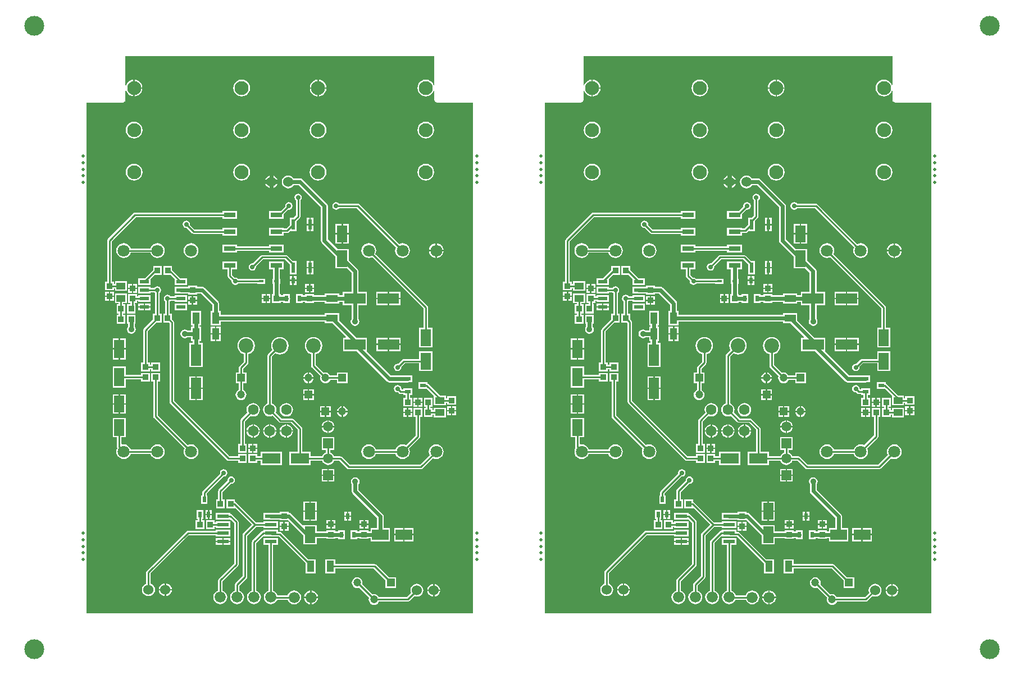
<source format=gtl>
G04*
G04 #@! TF.GenerationSoftware,Altium Limited,Altium Designer,19.1.6 (110)*
G04*
G04 Layer_Physical_Order=1*
G04 Layer_Color=255*
%FSLAX25Y25*%
%MOIN*%
G70*
G01*
G75*
%ADD10C,0.11811*%
%ADD11R,0.02165X0.03543*%
%ADD12R,0.04331X0.06890*%
%ADD13R,0.02362X0.03740*%
%ADD14R,0.09843X0.06299*%
%ADD15R,0.03740X0.03543*%
%ADD16R,0.06299X0.09843*%
%ADD17R,0.07087X0.02362*%
%ADD18R,0.03543X0.03740*%
%ADD19R,0.11024X0.06299*%
%ADD20R,0.06496X0.09843*%
%ADD21R,0.07087X0.03150*%
%ADD22R,0.02362X0.06299*%
%ADD23R,0.03740X0.02362*%
%ADD24R,0.05512X0.03937*%
%ADD25R,0.12598X0.06299*%
%ADD26R,0.03150X0.01575*%
%ADD27R,0.06890X0.04331*%
%ADD28R,0.06299X0.12598*%
%ADD29R,0.06299X0.11024*%
%ADD30R,0.05709X0.02362*%
%ADD31C,0.02400*%
%ADD32C,0.01000*%
%ADD33C,0.01968*%
%ADD34C,0.06000*%
%ADD35C,0.06299*%
%ADD36R,0.04724X0.04724*%
%ADD37C,0.04724*%
%ADD38C,0.07087*%
%ADD39C,0.08661*%
%ADD40C,0.06600*%
%ADD41R,0.04724X0.04724*%
%ADD42R,0.05906X0.05906*%
%ADD43C,0.05906*%
%ADD44C,0.08268*%
%ADD45C,0.02756*%
%ADD46C,0.03500*%
G36*
X521095Y346925D02*
X520595Y346826D01*
X520280Y347584D01*
X519489Y348615D01*
X518459Y349406D01*
X517259Y349903D01*
X515971Y350073D01*
X514682Y349903D01*
X513482Y349406D01*
X512452Y348615D01*
X511661Y347584D01*
X511164Y346384D01*
X510994Y345096D01*
X511164Y343808D01*
X511661Y342608D01*
X512452Y341577D01*
X513482Y340786D01*
X514682Y340289D01*
X515971Y340120D01*
X517259Y340289D01*
X518459Y340786D01*
X519489Y341577D01*
X520280Y342608D01*
X520595Y343367D01*
X521095Y343267D01*
Y337996D01*
X521211Y337411D01*
X521543Y336915D01*
X522039Y336583D01*
X522624Y336467D01*
X544130D01*
Y32962D01*
X314688D01*
Y336467D01*
X336159D01*
X336744Y336583D01*
X337240Y336915D01*
X337572Y337411D01*
X337688Y337996D01*
Y343348D01*
X338188Y343447D01*
X338536Y342608D01*
X339327Y341577D01*
X340358Y340786D01*
X341558Y340289D01*
X342446Y340172D01*
Y345096D01*
Y350020D01*
X341558Y349903D01*
X340358Y349406D01*
X339327Y348615D01*
X338536Y347584D01*
X338188Y346745D01*
X337688Y346844D01*
Y363967D01*
X521095D01*
Y346925D01*
D02*
G37*
G36*
X249225D02*
X248725Y346826D01*
X248410Y347584D01*
X247619Y348615D01*
X246589Y349406D01*
X245389Y349903D01*
X244100Y350073D01*
X242812Y349903D01*
X241612Y349406D01*
X240581Y348615D01*
X239791Y347584D01*
X239293Y346384D01*
X239124Y345096D01*
X239293Y343808D01*
X239791Y342608D01*
X240581Y341577D01*
X241612Y340786D01*
X242812Y340289D01*
X244100Y340120D01*
X245389Y340289D01*
X246589Y340786D01*
X247619Y341577D01*
X248410Y342608D01*
X248725Y343367D01*
X249225Y343267D01*
Y337996D01*
X249341Y337411D01*
X249673Y336915D01*
X250169Y336583D01*
X250754Y336467D01*
X272260D01*
Y32962D01*
X42818D01*
Y336467D01*
X64289D01*
X64874Y336583D01*
X65370Y336915D01*
X65702Y337411D01*
X65818Y337996D01*
Y343348D01*
X66318Y343447D01*
X66666Y342608D01*
X67457Y341577D01*
X68488Y340786D01*
X69688Y340289D01*
X70576Y340172D01*
Y345096D01*
Y350020D01*
X69688Y349903D01*
X68488Y349406D01*
X67457Y348615D01*
X66666Y347584D01*
X66318Y346745D01*
X65818Y346844D01*
Y363967D01*
X249225D01*
Y346925D01*
D02*
G37*
%LPC*%
G36*
X452472Y350020D02*
Y345496D01*
X456996D01*
X456880Y346384D01*
X456382Y347584D01*
X455591Y348615D01*
X454561Y349406D01*
X453361Y349903D01*
X452472Y350020D01*
D02*
G37*
G36*
X343246D02*
Y345496D01*
X347770D01*
X347653Y346384D01*
X347156Y347584D01*
X346365Y348615D01*
X345334Y349406D01*
X344134Y349903D01*
X343246Y350020D01*
D02*
G37*
G36*
X451673D02*
X450784Y349903D01*
X449584Y349406D01*
X448554Y348615D01*
X447763Y347584D01*
X447265Y346384D01*
X447149Y345496D01*
X451673D01*
Y350020D01*
D02*
G37*
G36*
X456996Y344696D02*
X452472D01*
Y340172D01*
X453361Y340289D01*
X454561Y340786D01*
X455591Y341577D01*
X456382Y342608D01*
X456880Y343808D01*
X456996Y344696D01*
D02*
G37*
G36*
X347770D02*
X343246D01*
Y340172D01*
X344134Y340289D01*
X345334Y340786D01*
X346365Y341577D01*
X347156Y342608D01*
X347653Y343808D01*
X347770Y344696D01*
D02*
G37*
G36*
X451673D02*
X447149D01*
X447265Y343808D01*
X447763Y342608D01*
X448554Y341577D01*
X449584Y340786D01*
X450784Y340289D01*
X451673Y340172D01*
Y344696D01*
D02*
G37*
G36*
X406744Y350073D02*
X405456Y349903D01*
X404256Y349406D01*
X403225Y348615D01*
X402434Y347584D01*
X401937Y346384D01*
X401767Y345096D01*
X401937Y343808D01*
X402434Y342608D01*
X403225Y341577D01*
X404256Y340786D01*
X405456Y340289D01*
X406744Y340120D01*
X408032Y340289D01*
X409232Y340786D01*
X410263Y341577D01*
X411054Y342608D01*
X411551Y343808D01*
X411721Y345096D01*
X411551Y346384D01*
X411054Y347584D01*
X410263Y348615D01*
X409232Y349406D01*
X408032Y349903D01*
X406744Y350073D01*
D02*
G37*
G36*
X515971Y325073D02*
X514682Y324903D01*
X513482Y324406D01*
X512452Y323615D01*
X511661Y322584D01*
X511164Y321384D01*
X510994Y320096D01*
X511164Y318808D01*
X511661Y317608D01*
X512452Y316577D01*
X513482Y315786D01*
X514682Y315289D01*
X515971Y315120D01*
X517259Y315289D01*
X518459Y315786D01*
X519489Y316577D01*
X520280Y317608D01*
X520778Y318808D01*
X520947Y320096D01*
X520778Y321384D01*
X520280Y322584D01*
X519489Y323615D01*
X518459Y324406D01*
X517259Y324903D01*
X515971Y325073D01*
D02*
G37*
G36*
X452072D02*
X450784Y324903D01*
X449584Y324406D01*
X448554Y323615D01*
X447763Y322584D01*
X447265Y321384D01*
X447096Y320096D01*
X447265Y318808D01*
X447763Y317608D01*
X448554Y316577D01*
X449584Y315786D01*
X450784Y315289D01*
X452072Y315120D01*
X453361Y315289D01*
X454561Y315786D01*
X455591Y316577D01*
X456382Y317608D01*
X456880Y318808D01*
X457049Y320096D01*
X456880Y321384D01*
X456382Y322584D01*
X455591Y323615D01*
X454561Y324406D01*
X453361Y324903D01*
X452072Y325073D01*
D02*
G37*
G36*
X406744D02*
X405456Y324903D01*
X404256Y324406D01*
X403225Y323615D01*
X402434Y322584D01*
X401937Y321384D01*
X401767Y320096D01*
X401937Y318808D01*
X402434Y317608D01*
X403225Y316577D01*
X404256Y315786D01*
X405456Y315289D01*
X406744Y315120D01*
X408032Y315289D01*
X409232Y315786D01*
X410263Y316577D01*
X411054Y317608D01*
X411551Y318808D01*
X411721Y320096D01*
X411551Y321384D01*
X411054Y322584D01*
X410263Y323615D01*
X409232Y324406D01*
X408032Y324903D01*
X406744Y325073D01*
D02*
G37*
G36*
X342846D02*
X341558Y324903D01*
X340358Y324406D01*
X339327Y323615D01*
X338536Y322584D01*
X338039Y321384D01*
X337870Y320096D01*
X338039Y318808D01*
X338536Y317608D01*
X339327Y316577D01*
X340358Y315786D01*
X341558Y315289D01*
X342846Y315120D01*
X344134Y315289D01*
X345334Y315786D01*
X346365Y316577D01*
X347156Y317608D01*
X347653Y318808D01*
X347823Y320096D01*
X347653Y321384D01*
X347156Y322584D01*
X346365Y323615D01*
X345334Y324406D01*
X344134Y324903D01*
X342846Y325073D01*
D02*
G37*
G36*
X425619Y292967D02*
Y290550D01*
X428035D01*
X427738Y291267D01*
X427129Y292061D01*
X426335Y292670D01*
X425619Y292967D01*
D02*
G37*
G36*
X423219Y292967D02*
X422503Y292670D01*
X421709Y292061D01*
X421100Y291267D01*
X420803Y290550D01*
X423219D01*
Y292967D01*
D02*
G37*
G36*
X515971Y300073D02*
X514682Y299903D01*
X513482Y299406D01*
X512452Y298615D01*
X511661Y297584D01*
X511164Y296384D01*
X510994Y295096D01*
X511164Y293808D01*
X511661Y292608D01*
X512452Y291577D01*
X513482Y290786D01*
X514682Y290289D01*
X515971Y290120D01*
X517259Y290289D01*
X518459Y290786D01*
X519489Y291577D01*
X520280Y292608D01*
X520778Y293808D01*
X520947Y295096D01*
X520778Y296384D01*
X520280Y297584D01*
X519489Y298615D01*
X518459Y299406D01*
X517259Y299903D01*
X515971Y300073D01*
D02*
G37*
G36*
X452072D02*
X450784Y299903D01*
X449584Y299406D01*
X448554Y298615D01*
X447763Y297584D01*
X447265Y296384D01*
X447096Y295096D01*
X447265Y293808D01*
X447763Y292608D01*
X448554Y291577D01*
X449584Y290786D01*
X450784Y290289D01*
X452072Y290120D01*
X453361Y290289D01*
X454561Y290786D01*
X455591Y291577D01*
X456382Y292608D01*
X456880Y293808D01*
X457049Y295096D01*
X456880Y296384D01*
X456382Y297584D01*
X455591Y298615D01*
X454561Y299406D01*
X453361Y299903D01*
X452072Y300073D01*
D02*
G37*
G36*
X406744D02*
X405456Y299903D01*
X404256Y299406D01*
X403225Y298615D01*
X402434Y297584D01*
X401937Y296384D01*
X401767Y295096D01*
X401937Y293808D01*
X402434Y292608D01*
X403225Y291577D01*
X404256Y290786D01*
X405456Y290289D01*
X406744Y290120D01*
X408032Y290289D01*
X409232Y290786D01*
X410263Y291577D01*
X411054Y292608D01*
X411551Y293808D01*
X411721Y295096D01*
X411551Y296384D01*
X411054Y297584D01*
X410263Y298615D01*
X409232Y299406D01*
X408032Y299903D01*
X406744Y300073D01*
D02*
G37*
G36*
X342846D02*
X341558Y299903D01*
X340358Y299406D01*
X339327Y298615D01*
X338536Y297584D01*
X338039Y296384D01*
X337870Y295096D01*
X338039Y293808D01*
X338536Y292608D01*
X339327Y291577D01*
X340358Y290786D01*
X341558Y290289D01*
X342846Y290120D01*
X344134Y290289D01*
X345334Y290786D01*
X346365Y291577D01*
X347156Y292608D01*
X347653Y293808D01*
X347823Y295096D01*
X347653Y296384D01*
X347156Y297584D01*
X346365Y298615D01*
X345334Y299406D01*
X344134Y299903D01*
X342846Y300073D01*
D02*
G37*
G36*
X423219Y288150D02*
X420803D01*
X421100Y287434D01*
X421709Y286640D01*
X422503Y286031D01*
X423219Y285734D01*
Y288150D01*
D02*
G37*
G36*
X428035D02*
X425619D01*
Y285734D01*
X426335Y286031D01*
X427129Y286640D01*
X427738Y287434D01*
X428035Y288150D01*
D02*
G37*
G36*
X434714Y277256D02*
X433864Y277087D01*
X433144Y276606D01*
X432663Y275885D01*
X432494Y275035D01*
X432551Y274747D01*
X429939Y272135D01*
X422934D01*
Y267385D01*
X431621D01*
Y270067D01*
X434425Y272872D01*
X434714Y272815D01*
X435564Y272984D01*
X436284Y273465D01*
X436766Y274186D01*
X436935Y275035D01*
X436766Y275885D01*
X436284Y276606D01*
X435564Y277087D01*
X434714Y277256D01*
D02*
G37*
G36*
X404061Y272135D02*
X395375D01*
Y270987D01*
X343372D01*
X342864Y270886D01*
X342434Y270599D01*
X327281Y255445D01*
X326993Y255015D01*
X326893Y254508D01*
Y230013D01*
X325548D01*
Y224869D01*
X330888D01*
Y226115D01*
X331552D01*
Y224673D01*
X338664D01*
Y230209D01*
X331552D01*
Y228766D01*
X330888D01*
Y230013D01*
X329544D01*
Y253959D01*
X343921Y268336D01*
X395375D01*
Y267385D01*
X404061D01*
Y272135D01*
D02*
G37*
G36*
X449274Y267863D02*
X447693D01*
Y264313D01*
X449274D01*
Y267863D01*
D02*
G37*
G36*
X446893D02*
X445312D01*
Y264313D01*
X446893D01*
Y267863D01*
D02*
G37*
G36*
X440226Y282289D02*
X439376Y282120D01*
X438656Y281639D01*
X438174Y280918D01*
X438005Y280068D01*
X438174Y279219D01*
X438656Y278498D01*
X438901Y278335D01*
Y269364D01*
X437399Y267863D01*
X435312D01*
Y263807D01*
X433244Y261739D01*
X431621D01*
Y262135D01*
X422934D01*
Y257385D01*
X431621D01*
Y259088D01*
X433793D01*
X434300Y259189D01*
X434730Y259476D01*
X434941Y259687D01*
X435312Y259964D01*
Y259964D01*
X435312Y259964D01*
X439274D01*
Y265988D01*
X441163Y267878D01*
X441451Y268308D01*
X441551Y268815D01*
Y278335D01*
X441796Y278498D01*
X442278Y279219D01*
X442447Y280068D01*
X442278Y280918D01*
X441796Y281639D01*
X441076Y282120D01*
X440226Y282289D01*
D02*
G37*
G36*
X449274Y263513D02*
X447693D01*
Y259964D01*
X449274D01*
Y263513D01*
D02*
G37*
G36*
X446893D02*
X445312D01*
Y259964D01*
X446893D01*
Y263513D01*
D02*
G37*
G36*
X470455Y264221D02*
X466807D01*
Y258900D01*
X470455D01*
Y264221D01*
D02*
G37*
G36*
X466007D02*
X462359D01*
Y258900D01*
X466007D01*
Y264221D01*
D02*
G37*
G36*
X373887Y266325D02*
X373038Y266156D01*
X372317Y265674D01*
X371836Y264954D01*
X371667Y264104D01*
X371836Y263254D01*
X372317Y262534D01*
X373038Y262052D01*
X373887Y261883D01*
X374135Y261933D01*
X377245Y258823D01*
X377675Y258535D01*
X378182Y258434D01*
X395375D01*
Y257385D01*
X404061D01*
Y262135D01*
X395375D01*
Y261085D01*
X378731D01*
X376042Y263774D01*
X376108Y264104D01*
X375939Y264954D01*
X375458Y265674D01*
X374737Y266156D01*
X373887Y266325D01*
D02*
G37*
G36*
X470455Y258100D02*
X466807D01*
Y252779D01*
X470455D01*
Y258100D01*
D02*
G37*
G36*
X466007D02*
X462359D01*
Y252779D01*
X466007D01*
Y258100D01*
D02*
G37*
G36*
X431621Y252135D02*
X422934D01*
Y250987D01*
X404061D01*
Y252135D01*
X395375D01*
Y247385D01*
X404061D01*
Y248336D01*
X422934D01*
Y247385D01*
X431621D01*
Y252135D01*
D02*
G37*
G36*
X356684Y252903D02*
X355551Y252753D01*
X354494Y252316D01*
X353587Y251619D01*
X352890Y250712D01*
X352532Y249847D01*
X340837D01*
X340479Y250712D01*
X339782Y251619D01*
X338875Y252316D01*
X337818Y252753D01*
X336684Y252903D01*
X335551Y252753D01*
X334494Y252316D01*
X333587Y251619D01*
X332891Y250712D01*
X332453Y249656D01*
X332304Y248522D01*
X332453Y247388D01*
X332891Y246331D01*
X333587Y245424D01*
X334494Y244728D01*
X335551Y244290D01*
X336684Y244141D01*
X337818Y244290D01*
X338875Y244728D01*
X339782Y245424D01*
X340479Y246331D01*
X340837Y247196D01*
X352532D01*
X352890Y246331D01*
X353587Y245424D01*
X354494Y244728D01*
X355551Y244290D01*
X356684Y244141D01*
X357818Y244290D01*
X358875Y244728D01*
X359782Y245424D01*
X360479Y246331D01*
X360916Y247388D01*
X361066Y248522D01*
X360916Y249656D01*
X360479Y250712D01*
X359782Y251619D01*
X358875Y252316D01*
X357818Y252753D01*
X356684Y252903D01*
D02*
G37*
G36*
X522559Y252824D02*
Y248896D01*
X526487D01*
X526391Y249630D01*
X525953Y250687D01*
X525257Y251594D01*
X524349Y252290D01*
X523293Y252728D01*
X522559Y252824D01*
D02*
G37*
G36*
X521759D02*
X521025Y252728D01*
X519969Y252290D01*
X519061Y251594D01*
X518365Y250687D01*
X517927Y249630D01*
X517831Y248896D01*
X521759D01*
Y252824D01*
D02*
G37*
G36*
X526487Y248096D02*
X522559D01*
Y244168D01*
X523293Y244264D01*
X524349Y244702D01*
X525257Y245398D01*
X525953Y246306D01*
X526391Y247362D01*
X526487Y248096D01*
D02*
G37*
G36*
X521759D02*
X517831D01*
X517927Y247362D01*
X518365Y246306D01*
X519061Y245398D01*
X519969Y244702D01*
X521025Y244264D01*
X521759Y244168D01*
Y248096D01*
D02*
G37*
G36*
X376684Y252903D02*
X375551Y252753D01*
X374494Y252316D01*
X373587Y251619D01*
X372890Y250712D01*
X372453Y249656D01*
X372304Y248522D01*
X372453Y247388D01*
X372890Y246331D01*
X373587Y245424D01*
X374494Y244728D01*
X375551Y244290D01*
X376684Y244141D01*
X377818Y244290D01*
X378875Y244728D01*
X379782Y245424D01*
X380479Y246331D01*
X380916Y247388D01*
X381066Y248522D01*
X380916Y249656D01*
X380479Y250712D01*
X379782Y251619D01*
X378875Y252316D01*
X377818Y252753D01*
X376684Y252903D01*
D02*
G37*
G36*
X462765Y277256D02*
X461915Y277087D01*
X461195Y276606D01*
X460714Y275885D01*
X460545Y275035D01*
X460714Y274186D01*
X461195Y273465D01*
X461915Y272984D01*
X462765Y272815D01*
X463615Y272984D01*
X464336Y273465D01*
X464499Y273710D01*
X475071D01*
X498286Y250495D01*
X497927Y249630D01*
X497778Y248496D01*
X497927Y247362D01*
X498365Y246306D01*
X499061Y245398D01*
X499969Y244702D01*
X501025Y244264D01*
X502159Y244115D01*
X503293Y244264D01*
X504350Y244702D01*
X505257Y245398D01*
X505953Y246306D01*
X506391Y247362D01*
X506540Y248496D01*
X506391Y249630D01*
X505953Y250687D01*
X505257Y251594D01*
X504350Y252290D01*
X503293Y252728D01*
X502159Y252877D01*
X501025Y252728D01*
X500160Y252369D01*
X476557Y275973D01*
X476127Y276260D01*
X475620Y276361D01*
X464499D01*
X464336Y276606D01*
X463615Y277087D01*
X462765Y277256D01*
D02*
G37*
G36*
X449274Y242272D02*
X447693D01*
Y238723D01*
X449274D01*
Y242272D01*
D02*
G37*
G36*
X446893D02*
X445312D01*
Y238723D01*
X446893D01*
Y242272D01*
D02*
G37*
G36*
X449274Y237923D02*
X447693D01*
Y234373D01*
X449274D01*
Y237923D01*
D02*
G37*
G36*
X446893D02*
X445312D01*
Y234373D01*
X446893D01*
Y237923D01*
D02*
G37*
G36*
X432981Y245849D02*
X418824D01*
X418317Y245748D01*
X417887Y245461D01*
X413346Y240920D01*
X413058Y240978D01*
X412208Y240809D01*
X411488Y240327D01*
X411006Y239607D01*
X410837Y238757D01*
X411006Y237907D01*
X411488Y237187D01*
X412208Y236705D01*
X413058Y236536D01*
X413908Y236705D01*
X414628Y237187D01*
X415109Y237907D01*
X415278Y238757D01*
X415221Y239046D01*
X419373Y243198D01*
X432432D01*
X435312Y240319D01*
Y234373D01*
X439274D01*
Y242272D01*
X437107D01*
X433919Y245461D01*
X433489Y245748D01*
X432981Y245849D01*
D02*
G37*
G36*
X439156Y233513D02*
X437575D01*
Y231242D01*
X439156D01*
Y233513D01*
D02*
G37*
G36*
X436775D02*
X435194D01*
Y231242D01*
X436775D01*
Y233513D01*
D02*
G37*
G36*
X404061Y242135D02*
X395375D01*
Y237385D01*
X398393D01*
Y233500D01*
X398494Y232993D01*
X398781Y232563D01*
X400803Y230541D01*
X400745Y230252D01*
X400914Y229402D01*
X401396Y228682D01*
X402116Y228200D01*
X402966Y228031D01*
X403816Y228200D01*
X404536Y228682D01*
X404700Y228926D01*
X415902D01*
Y228665D01*
X420652D01*
Y231839D01*
X415902D01*
Y231577D01*
X404700D01*
X404536Y231822D01*
X403816Y232304D01*
X402966Y232473D01*
X402677Y232415D01*
X401044Y234049D01*
Y237385D01*
X404061D01*
Y242135D01*
D02*
G37*
G36*
X439156Y230443D02*
X437575D01*
Y228172D01*
X439156D01*
Y230443D01*
D02*
G37*
G36*
X436775D02*
X435194D01*
Y228172D01*
X436775D01*
Y230443D01*
D02*
G37*
G36*
X365403Y239363D02*
X360260D01*
Y234023D01*
X364588D01*
X366854Y231756D01*
Y227995D01*
X374163D01*
Y231958D01*
X370402D01*
X365403Y236956D01*
Y239363D01*
D02*
G37*
G36*
X359301D02*
X354157D01*
Y236956D01*
X349158Y231958D01*
X345397D01*
Y227995D01*
X352706D01*
Y231756D01*
X354973Y234023D01*
X359301D01*
Y239363D01*
D02*
G37*
G36*
X449766Y228690D02*
X447496D01*
Y226518D01*
X449766D01*
Y228690D01*
D02*
G37*
G36*
X446696D02*
X444426D01*
Y226518D01*
X446696D01*
Y228690D01*
D02*
G37*
G36*
X344668Y228635D02*
X342398D01*
Y226463D01*
X344668D01*
Y228635D01*
D02*
G37*
G36*
X341598D02*
X339328D01*
Y226463D01*
X341598D01*
Y228635D01*
D02*
G37*
G36*
X356663Y227197D02*
X355813Y227028D01*
X355093Y226547D01*
X354929Y226302D01*
X352706D01*
Y226958D01*
X345397D01*
Y222995D01*
X352706D01*
Y223651D01*
X354929D01*
X355093Y223406D01*
X355338Y223243D01*
Y211017D01*
X354091D01*
Y207543D01*
X348639Y202091D01*
X348352Y201660D01*
X348251Y201153D01*
Y181883D01*
X346906D01*
Y176739D01*
X352246D01*
Y177986D01*
X353009D01*
Y176739D01*
X358349D01*
Y181883D01*
X353009D01*
Y180637D01*
X352246D01*
Y181883D01*
X350902D01*
Y200604D01*
X355974Y205676D01*
X359235D01*
Y211017D01*
X357988D01*
Y223243D01*
X358233Y223406D01*
X358715Y224127D01*
X358884Y224976D01*
X358715Y225826D01*
X358233Y226547D01*
X357513Y227028D01*
X356663Y227197D01*
D02*
G37*
G36*
X449766Y225718D02*
X447496D01*
Y223547D01*
X449766D01*
Y225718D01*
D02*
G37*
G36*
X446696D02*
X444426D01*
Y223547D01*
X446696D01*
Y225718D01*
D02*
G37*
G36*
X344668Y225663D02*
X342398D01*
Y223491D01*
X344668D01*
Y225663D01*
D02*
G37*
G36*
X341598D02*
X339328D01*
Y223491D01*
X341598D01*
Y225663D01*
D02*
G37*
G36*
X434419Y293183D02*
X433427Y293053D01*
X432503Y292670D01*
X431709Y292061D01*
X431100Y291267D01*
X430717Y290342D01*
X430586Y289350D01*
X430717Y288358D01*
X431100Y287434D01*
X431709Y286640D01*
X432503Y286031D01*
X433427Y285648D01*
X434419Y285518D01*
X435411Y285648D01*
X436335Y286031D01*
X437129Y286640D01*
X437644Y287311D01*
X440618D01*
X453738Y274191D01*
Y254366D01*
X453893Y253586D01*
X454335Y252924D01*
X462359Y244900D01*
Y238015D01*
X469244D01*
X471862Y235397D01*
Y224009D01*
X466802D01*
Y222098D01*
X464550D01*
Y222926D01*
X456060D01*
Y222055D01*
X449766D01*
Y222587D01*
X444426D01*
Y222055D01*
X442896D01*
Y222686D01*
X438934D01*
Y220308D01*
X438876Y220016D01*
X438934Y219724D01*
Y217346D01*
X442896D01*
Y217977D01*
X444426D01*
Y217444D01*
X449766D01*
Y217977D01*
X456060D01*
Y216995D01*
X464550D01*
Y218020D01*
X466802D01*
Y216109D01*
X471862D01*
Y207790D01*
X471584Y207373D01*
X471386Y206378D01*
X471584Y205383D01*
X472147Y204539D01*
X472991Y203976D01*
X473986Y203778D01*
X474981Y203976D01*
X475824Y204539D01*
X476388Y205383D01*
X476586Y206378D01*
X476388Y207373D01*
X475941Y208042D01*
Y216109D01*
X481001D01*
Y224009D01*
X475941D01*
Y236242D01*
X475941Y236242D01*
X475785Y237022D01*
X475344Y237684D01*
X475344Y237684D01*
X470455Y242572D01*
Y249458D01*
X463570D01*
X457816Y255211D01*
Y275036D01*
X457661Y275816D01*
X457219Y276477D01*
X457219Y276477D01*
X442904Y290792D01*
X442243Y291234D01*
X441462Y291390D01*
X437644D01*
X437129Y292061D01*
X436335Y292670D01*
X435411Y293053D01*
X434419Y293183D01*
D02*
G37*
G36*
X330888Y223910D02*
X328618D01*
Y221739D01*
X330888D01*
Y223910D01*
D02*
G37*
G36*
X327818D02*
X325548D01*
Y221739D01*
X327818D01*
Y223910D01*
D02*
G37*
G36*
X500854Y224009D02*
X494155D01*
Y220459D01*
X500854D01*
Y224009D01*
D02*
G37*
G36*
X493355D02*
X486656D01*
Y220459D01*
X493355D01*
Y224009D01*
D02*
G37*
G36*
X423802Y222686D02*
X421630D01*
Y220416D01*
X423802D01*
Y222686D01*
D02*
G37*
G36*
X420830D02*
X418658D01*
Y220416D01*
X420830D01*
Y222686D01*
D02*
G37*
G36*
X380199Y221450D02*
X377929D01*
Y219278D01*
X380199D01*
Y221450D01*
D02*
G37*
G36*
X377129D02*
X374859D01*
Y219278D01*
X377129D01*
Y221450D01*
D02*
G37*
G36*
X330888Y220939D02*
X328618D01*
Y218767D01*
X330888D01*
Y220939D01*
D02*
G37*
G36*
X327818D02*
X325548D01*
Y218767D01*
X327818D01*
Y220939D01*
D02*
G37*
G36*
X362765Y222197D02*
X361915Y222028D01*
X361195Y221547D01*
X360714Y220826D01*
X360545Y219976D01*
X360714Y219127D01*
X361195Y218406D01*
X361440Y218243D01*
Y211017D01*
X360194D01*
Y205676D01*
X363561D01*
X363900Y205337D01*
Y158642D01*
X364001Y158134D01*
X364289Y157704D01*
X397950Y124043D01*
X398380Y123756D01*
X398887Y123655D01*
X404583D01*
Y122310D01*
X409727D01*
Y127650D01*
X404583D01*
Y126306D01*
X399436D01*
X366551Y159191D01*
Y205886D01*
X366451Y206393D01*
X366163Y206823D01*
X365337Y207649D01*
Y211017D01*
X364091D01*
Y218243D01*
X364335Y218406D01*
X364499Y218651D01*
X366854D01*
Y217995D01*
X374163D01*
Y221957D01*
X366854D01*
Y221302D01*
X364499D01*
X364335Y221547D01*
X363615Y222028D01*
X362765Y222197D01*
D02*
G37*
G36*
X344668Y222532D02*
X339328D01*
Y217389D01*
X340672D01*
Y216528D01*
X338638D01*
Y211188D01*
X343782D01*
Y216528D01*
X343323D01*
Y217389D01*
X344668D01*
Y218635D01*
X345397D01*
Y217995D01*
X352706D01*
Y221957D01*
X345397D01*
Y221286D01*
X344668D01*
Y222532D01*
D02*
G37*
G36*
X423802Y219616D02*
X421630D01*
Y217346D01*
X423802D01*
Y219616D01*
D02*
G37*
G36*
X420830D02*
X418658D01*
Y217346D01*
X420830D01*
Y219616D01*
D02*
G37*
G36*
X431621Y242135D02*
X422934D01*
Y237385D01*
X425238D01*
Y231839D01*
X424958D01*
Y228665D01*
X425293D01*
Y222686D01*
X424761D01*
Y217346D01*
X429904D01*
Y217977D01*
X431454D01*
Y217346D01*
X435416D01*
Y219724D01*
X435474Y220016D01*
X435416Y220308D01*
Y222686D01*
X431454D01*
Y222055D01*
X429904D01*
Y222686D01*
X429372D01*
Y228665D01*
X429707D01*
Y231839D01*
X429316D01*
Y237385D01*
X431621D01*
Y242135D01*
D02*
G37*
G36*
X380199Y218478D02*
X377929D01*
Y216306D01*
X380199D01*
Y218478D01*
D02*
G37*
G36*
X377129D02*
X374859D01*
Y216306D01*
X377129D01*
Y218478D01*
D02*
G37*
G36*
X500854Y219659D02*
X494155D01*
Y216109D01*
X500854D01*
Y219659D01*
D02*
G37*
G36*
X493355D02*
X486656D01*
Y216109D01*
X493355D01*
Y219659D01*
D02*
G37*
G36*
X352706Y216957D02*
X349452D01*
Y215376D01*
X352706D01*
Y216957D01*
D02*
G37*
G36*
X348652D02*
X345397D01*
Y215376D01*
X348652D01*
Y216957D01*
D02*
G37*
G36*
X374163D02*
X366854D01*
Y212995D01*
X374163D01*
Y216957D01*
D02*
G37*
G36*
X352706Y214576D02*
X349452D01*
Y212995D01*
X352706D01*
Y214576D01*
D02*
G37*
G36*
X348652D02*
X345397D01*
Y212995D01*
X348652D01*
Y214576D01*
D02*
G37*
G36*
X338664Y222926D02*
X331552D01*
Y217389D01*
X333782D01*
Y216528D01*
X332536D01*
Y211188D01*
X333782D01*
Y210328D01*
X332536D01*
Y204987D01*
X337680D01*
Y210328D01*
X336433D01*
Y211188D01*
X337680D01*
Y216528D01*
X336433D01*
Y217389D01*
X338664D01*
Y222926D01*
D02*
G37*
G36*
X382561Y212591D02*
X376631D01*
Y204102D01*
X377557D01*
Y203339D01*
X376631D01*
Y201134D01*
X374540D01*
X373997Y201497D01*
X373002Y201694D01*
X372007Y201497D01*
X371163Y200933D01*
X370600Y200090D01*
X370402Y199095D01*
X370600Y198100D01*
X371163Y197256D01*
X372007Y196693D01*
X373002Y196495D01*
X373997Y196693D01*
X374540Y197055D01*
X376631D01*
Y194850D01*
X377557D01*
Y193595D01*
X375646D01*
Y179397D01*
X383546D01*
Y193595D01*
X381635D01*
Y194850D01*
X382561D01*
Y203339D01*
X381635D01*
Y204102D01*
X382561D01*
Y212591D01*
D02*
G37*
G36*
X394176Y203339D02*
X391610D01*
Y199495D01*
X394176D01*
Y203339D01*
D02*
G37*
G36*
X390810D02*
X388245D01*
Y199495D01*
X390810D01*
Y203339D01*
D02*
G37*
G36*
X343782Y210328D02*
X338638D01*
Y204987D01*
X339171D01*
Y203192D01*
X338808Y202648D01*
X338610Y201654D01*
X338808Y200659D01*
X339372Y199815D01*
X340215Y199251D01*
X341210Y199054D01*
X342205Y199251D01*
X343049Y199815D01*
X343612Y200659D01*
X343810Y201654D01*
X343612Y202648D01*
X343249Y203192D01*
Y204987D01*
X343782D01*
Y210328D01*
D02*
G37*
G36*
X394176Y198695D02*
X391610D01*
Y194850D01*
X394176D01*
Y198695D01*
D02*
G37*
G36*
X390810D02*
X388245D01*
Y194850D01*
X390810D01*
Y198695D01*
D02*
G37*
G36*
X500953Y196745D02*
X494253D01*
Y193195D01*
X500953D01*
Y196745D01*
D02*
G37*
G36*
X493454D02*
X486754D01*
Y193195D01*
X493454D01*
Y196745D01*
D02*
G37*
G36*
X482159Y252877D02*
X481025Y252728D01*
X479969Y252290D01*
X479061Y251594D01*
X478365Y250687D01*
X477927Y249630D01*
X477778Y248496D01*
X477927Y247362D01*
X478365Y246306D01*
X479061Y245398D01*
X479969Y244702D01*
X481025Y244264D01*
X482159Y244115D01*
X483293Y244264D01*
X484158Y244623D01*
X514590Y214191D01*
Y202527D01*
X511965D01*
Y191084D01*
X519865D01*
Y202527D01*
X517240D01*
Y214740D01*
X517139Y215247D01*
X516852Y215677D01*
X486032Y246497D01*
X486391Y247362D01*
X486540Y248496D01*
X486391Y249630D01*
X485953Y250687D01*
X485257Y251594D01*
X484349Y252290D01*
X483293Y252728D01*
X482159Y252877D01*
D02*
G37*
G36*
X338073Y196437D02*
X334524D01*
Y190525D01*
X338073D01*
Y196437D01*
D02*
G37*
G36*
X333724D02*
X330174D01*
Y190525D01*
X333724D01*
Y196437D01*
D02*
G37*
G36*
X500953Y192395D02*
X494253D01*
Y188846D01*
X500953D01*
Y192395D01*
D02*
G37*
G36*
X493454D02*
X486754D01*
Y188846D01*
X493454D01*
Y192395D01*
D02*
G37*
G36*
X429359Y197171D02*
X428020Y196995D01*
X426772Y196478D01*
X425700Y195655D01*
X424877Y194584D01*
X424360Y193335D01*
X424184Y191996D01*
X424360Y190657D01*
X424877Y189409D01*
X424886Y189398D01*
X422458Y186970D01*
X422171Y186540D01*
X422070Y186032D01*
Y157643D01*
X421404Y157367D01*
X420578Y156734D01*
X419945Y155909D01*
X419547Y154948D01*
X419412Y153917D01*
X419547Y152886D01*
X419945Y151926D01*
X420578Y151101D01*
X421404Y150468D01*
X422364Y150069D01*
X423395Y149934D01*
X424426Y150069D01*
X425093Y150346D01*
X428856Y146582D01*
X429286Y146295D01*
X429793Y146194D01*
X435937D01*
X439971Y142160D01*
Y128930D01*
X434984D01*
Y121031D01*
X447608D01*
Y123655D01*
X454520D01*
X454763Y123068D01*
X455364Y122284D01*
X456148Y121682D01*
X457061Y121304D01*
X458041Y121175D01*
X459021Y121304D01*
X459934Y121682D01*
X460718Y122284D01*
X461319Y123068D01*
X461554Y123635D01*
X464697D01*
X469352Y118980D01*
X469782Y118693D01*
X470289Y118592D01*
X513080D01*
X513588Y118693D01*
X514018Y118980D01*
X520160Y125123D01*
X521025Y124764D01*
X522159Y124615D01*
X523293Y124764D01*
X524349Y125202D01*
X525257Y125898D01*
X525953Y126806D01*
X526391Y127862D01*
X526540Y128996D01*
X526391Y130130D01*
X525953Y131187D01*
X525257Y132094D01*
X524349Y132790D01*
X523293Y133228D01*
X522159Y133377D01*
X521025Y133228D01*
X519969Y132790D01*
X519061Y132094D01*
X518365Y131187D01*
X517927Y130130D01*
X517778Y128996D01*
X517927Y127862D01*
X518286Y126997D01*
X512531Y121243D01*
X470838D01*
X466183Y125898D01*
X465753Y126185D01*
X465246Y126286D01*
X461554D01*
X461319Y126853D01*
X460718Y127637D01*
X459934Y128239D01*
X459366Y128474D01*
Y130105D01*
X461794D01*
Y137611D01*
X454288D01*
Y130105D01*
X456715D01*
Y128474D01*
X456148Y128239D01*
X455364Y127637D01*
X454763Y126853D01*
X454536Y126306D01*
X447608D01*
Y128930D01*
X442622D01*
Y142710D01*
X442521Y143217D01*
X442233Y143647D01*
X437423Y148457D01*
X436993Y148744D01*
X436486Y148845D01*
X430342D01*
X426967Y152220D01*
X427243Y152886D01*
X427379Y153917D01*
X427243Y154948D01*
X426845Y155909D01*
X426212Y156734D01*
X425387Y157367D01*
X424721Y157643D01*
Y185483D01*
X426760Y187523D01*
X426772Y187514D01*
X428020Y186997D01*
X429359Y186821D01*
X430698Y186997D01*
X431947Y187514D01*
X433018Y188337D01*
X433841Y189409D01*
X434358Y190657D01*
X434534Y191996D01*
X434358Y193335D01*
X433841Y194584D01*
X433018Y195655D01*
X431947Y196478D01*
X430698Y196995D01*
X429359Y197171D01*
D02*
G37*
G36*
X338073Y189725D02*
X334524D01*
Y183813D01*
X338073D01*
Y189725D01*
D02*
G37*
G36*
X333724D02*
X330174D01*
Y183813D01*
X333724D01*
Y189725D01*
D02*
G37*
G36*
X519865Y188576D02*
X511965D01*
Y184180D01*
X503021D01*
X502514Y184079D01*
X502084Y183792D01*
X499570Y181277D01*
X499281Y181335D01*
X498431Y181166D01*
X497711Y180684D01*
X497229Y179964D01*
X497060Y179114D01*
X497229Y178264D01*
X497711Y177544D01*
X498431Y177063D01*
X499281Y176894D01*
X500131Y177063D01*
X500851Y177544D01*
X501333Y178264D01*
X501502Y179114D01*
X501444Y179403D01*
X503570Y181529D01*
X511965D01*
Y177133D01*
X519865D01*
Y188576D01*
D02*
G37*
G36*
X446724Y176026D02*
Y173290D01*
X449461D01*
X449405Y173715D01*
X449086Y174484D01*
X448580Y175145D01*
X447919Y175652D01*
X447150Y175970D01*
X446724Y176026D01*
D02*
G37*
G36*
X445924D02*
X445499Y175970D01*
X444730Y175652D01*
X444069Y175145D01*
X443562Y174484D01*
X443244Y173715D01*
X443188Y173290D01*
X445924D01*
Y176026D01*
D02*
G37*
G36*
X338073Y179533D02*
X330174D01*
Y166910D01*
X338073D01*
Y171896D01*
X346906D01*
Y170637D01*
X352246D01*
Y175780D01*
X346906D01*
Y174547D01*
X338073D01*
Y179533D01*
D02*
G37*
G36*
X380199Y227552D02*
X374859D01*
Y227016D01*
X370509D01*
X370217Y226958D01*
X366854D01*
Y222995D01*
X370217D01*
X370509Y222937D01*
X374859D01*
Y222409D01*
X380199D01*
Y222941D01*
X382492D01*
X389171Y216262D01*
Y212591D01*
X388245D01*
Y204102D01*
X394176D01*
Y206307D01*
X456060D01*
Y205381D01*
X460386D01*
X468561Y197207D01*
X468369Y196745D01*
X466901D01*
Y188846D01*
X474953D01*
X493016Y170782D01*
X493678Y170341D01*
X494458Y170185D01*
X505187D01*
X505479Y170243D01*
X507857D01*
Y174206D01*
X505479D01*
X505187Y174264D01*
X495303D01*
X480988Y188578D01*
X481099Y188846D01*
X481099D01*
Y196745D01*
X474790D01*
X464550Y206985D01*
Y211312D01*
X456060D01*
Y210386D01*
X394176D01*
Y212591D01*
X393249D01*
Y217106D01*
X393094Y217887D01*
X392652Y218548D01*
X384778Y226422D01*
X384117Y226864D01*
X383336Y227020D01*
X380199D01*
Y227552D01*
D02*
G37*
G36*
X449461Y172490D02*
X446724D01*
Y169753D01*
X447150Y169809D01*
X447919Y170128D01*
X448580Y170635D01*
X449086Y171295D01*
X449405Y172064D01*
X449461Y172490D01*
D02*
G37*
G36*
X445924D02*
X443188D01*
X443244Y172064D01*
X443562Y171295D01*
X444069Y170635D01*
X444730Y170128D01*
X445499Y169809D01*
X445924Y169753D01*
Y172490D01*
D02*
G37*
G36*
X449359Y197171D02*
X448020Y196995D01*
X446772Y196478D01*
X445700Y195655D01*
X444877Y194584D01*
X444360Y193335D01*
X444184Y191996D01*
X444360Y190657D01*
X444877Y189409D01*
X445700Y188337D01*
X446772Y187514D01*
X448020Y186997D01*
X448034Y186996D01*
Y179973D01*
X448135Y179466D01*
X448422Y179036D01*
X453473Y173984D01*
X453362Y173715D01*
X453253Y172890D01*
X453362Y172064D01*
X453681Y171295D01*
X454187Y170635D01*
X454848Y170128D01*
X455617Y169809D01*
X456442Y169701D01*
X457268Y169809D01*
X458037Y170128D01*
X458698Y170635D01*
X459204Y171295D01*
X459316Y171564D01*
X463280D01*
Y169728D01*
X469604D01*
Y176052D01*
X463280D01*
Y174215D01*
X459316D01*
X459204Y174484D01*
X458698Y175145D01*
X458037Y175652D01*
X457268Y175970D01*
X456442Y176079D01*
X455617Y175970D01*
X455348Y175859D01*
X450684Y180522D01*
Y186996D01*
X450698Y186997D01*
X451946Y187514D01*
X453018Y188337D01*
X453841Y189409D01*
X454358Y190657D01*
X454534Y191996D01*
X454358Y193335D01*
X453841Y194584D01*
X453018Y195655D01*
X451946Y196478D01*
X450698Y196995D01*
X449359Y197171D01*
D02*
G37*
G36*
X383546Y173742D02*
X379996D01*
Y167043D01*
X383546D01*
Y173742D01*
D02*
G37*
G36*
X379196D02*
X375646D01*
Y167043D01*
X379196D01*
Y173742D01*
D02*
G37*
G36*
X449486Y166052D02*
X446724D01*
Y163290D01*
X449486D01*
Y166052D01*
D02*
G37*
G36*
X445924D02*
X443162D01*
Y163290D01*
X445924D01*
Y166052D01*
D02*
G37*
G36*
X449486Y162490D02*
X446724D01*
Y159728D01*
X449486D01*
Y162490D01*
D02*
G37*
G36*
X445924D02*
X443162D01*
Y159728D01*
X445924D01*
Y162490D01*
D02*
G37*
G36*
X409359Y197171D02*
X408020Y196995D01*
X406772Y196478D01*
X405700Y195655D01*
X404877Y194584D01*
X404360Y193335D01*
X404184Y191996D01*
X404360Y190657D01*
X404877Y189409D01*
X405700Y188337D01*
X406772Y187514D01*
X408020Y186997D01*
X408034Y186996D01*
Y182458D01*
X405387Y179811D01*
X405100Y179381D01*
X404999Y178874D01*
Y176052D01*
X403162D01*
Y169728D01*
X404999D01*
Y165763D01*
X404730Y165652D01*
X404069Y165145D01*
X403562Y164484D01*
X403244Y163715D01*
X403135Y162890D01*
X403244Y162064D01*
X403562Y161295D01*
X404069Y160635D01*
X404730Y160128D01*
X405499Y159809D01*
X406324Y159701D01*
X407150Y159809D01*
X407919Y160128D01*
X408580Y160635D01*
X409086Y161295D01*
X409405Y162064D01*
X409514Y162890D01*
X409405Y163715D01*
X409086Y164484D01*
X408580Y165145D01*
X407919Y165652D01*
X407650Y165763D01*
Y169728D01*
X409486D01*
Y176052D01*
X407650D01*
Y178325D01*
X410296Y180972D01*
X410584Y181402D01*
X410684Y181909D01*
Y186996D01*
X410698Y186997D01*
X411946Y187514D01*
X413018Y188337D01*
X413841Y189409D01*
X414358Y190657D01*
X414534Y191996D01*
X414358Y193335D01*
X413841Y194584D01*
X413018Y195655D01*
X411946Y196478D01*
X410698Y196995D01*
X409359Y197171D01*
D02*
G37*
G36*
X383546Y166243D02*
X379996D01*
Y159543D01*
X383546D01*
Y166243D01*
D02*
G37*
G36*
X379196D02*
X375646D01*
Y159543D01*
X379196D01*
Y166243D01*
D02*
G37*
G36*
X513861Y161081D02*
X511689D01*
Y158811D01*
X513861D01*
Y161081D01*
D02*
G37*
G36*
X510889D02*
X508717D01*
Y158811D01*
X510889D01*
Y161081D01*
D02*
G37*
G36*
X338080Y163077D02*
X334530D01*
Y157756D01*
X338080D01*
Y163077D01*
D02*
G37*
G36*
X333730D02*
X330180D01*
Y157756D01*
X333730D01*
Y163077D01*
D02*
G37*
G36*
X517109Y170465D02*
X511768D01*
Y166503D01*
X516514D01*
X520410Y162607D01*
X520725Y162262D01*
X520725D01*
X520725Y162262D01*
Y156725D01*
X527837D01*
Y158159D01*
X528599D01*
Y156913D01*
X533939D01*
Y162056D01*
X528599D01*
Y160810D01*
X527837D01*
Y162262D01*
X524504D01*
X517344Y169422D01*
X517109Y169579D01*
Y170465D01*
D02*
G37*
G36*
X499281Y168638D02*
X498431Y168469D01*
X497711Y167988D01*
X497229Y167267D01*
X497060Y166417D01*
X497229Y165568D01*
X497711Y164847D01*
X498431Y164366D01*
X499281Y164197D01*
X499570Y164254D01*
X500017Y163807D01*
X500447Y163520D01*
X500954Y163419D01*
X502517D01*
Y162763D01*
X503861D01*
Y161072D01*
X502517D01*
Y155928D01*
X507857D01*
Y161072D01*
X506512D01*
Y162763D01*
X507857D01*
Y166725D01*
X502517D01*
Y166070D01*
X501942D01*
X501502Y166417D01*
X501333Y167267D01*
X500851Y167988D01*
X500131Y168469D01*
X499281Y168638D01*
D02*
G37*
G36*
X513861Y158011D02*
X511689D01*
Y155741D01*
X513861D01*
Y158011D01*
D02*
G37*
G36*
X510889D02*
X508717D01*
Y155741D01*
X510889D01*
Y158011D01*
D02*
G37*
G36*
X533939Y155954D02*
X531669D01*
Y153782D01*
X533939D01*
Y155954D01*
D02*
G37*
G36*
X530869D02*
X528599D01*
Y153782D01*
X530869D01*
Y155954D01*
D02*
G37*
G36*
X466843Y156026D02*
Y153290D01*
X469579D01*
X469523Y153715D01*
X469205Y154484D01*
X468698Y155145D01*
X468037Y155652D01*
X467268Y155970D01*
X466843Y156026D01*
D02*
G37*
G36*
X466043D02*
X465617Y155970D01*
X464848Y155652D01*
X464187Y155145D01*
X463681Y154484D01*
X463362Y153715D01*
X463306Y153290D01*
X466043D01*
Y156026D01*
D02*
G37*
G36*
X459605Y156052D02*
X456843D01*
Y153290D01*
X459605D01*
Y156052D01*
D02*
G37*
G36*
X456042D02*
X453280D01*
Y153290D01*
X456042D01*
Y156052D01*
D02*
G37*
G36*
X507857Y154969D02*
X505587D01*
Y152798D01*
X507857D01*
Y154969D01*
D02*
G37*
G36*
X504787D02*
X502517D01*
Y152798D01*
X504787D01*
Y154969D01*
D02*
G37*
G36*
X338080Y156956D02*
X334530D01*
Y151635D01*
X338080D01*
Y156956D01*
D02*
G37*
G36*
X333730D02*
X330180D01*
Y151635D01*
X333730D01*
Y156956D01*
D02*
G37*
G36*
X533939Y152982D02*
X531669D01*
Y150810D01*
X533939D01*
Y152982D01*
D02*
G37*
G36*
X530869D02*
X528599D01*
Y150810D01*
X530869D01*
Y152982D01*
D02*
G37*
G36*
X433238Y157901D02*
X432207Y157765D01*
X431246Y157367D01*
X430421Y156734D01*
X429788Y155909D01*
X429390Y154948D01*
X429254Y153917D01*
X429390Y152886D01*
X429788Y151926D01*
X430421Y151101D01*
X431246Y150468D01*
X432207Y150069D01*
X433238Y149934D01*
X434269Y150069D01*
X435230Y150468D01*
X436055Y151101D01*
X436688Y151926D01*
X437086Y152886D01*
X437221Y153917D01*
X437086Y154948D01*
X436688Y155909D01*
X436055Y156734D01*
X435230Y157367D01*
X434269Y157765D01*
X433238Y157901D01*
D02*
G37*
G36*
X413553D02*
X412522Y157765D01*
X411561Y157367D01*
X410736Y156734D01*
X410103Y155909D01*
X409705Y154948D01*
X409569Y153917D01*
X409705Y152886D01*
X409981Y152220D01*
X406218Y148457D01*
X405931Y148027D01*
X405830Y147520D01*
Y133753D01*
X404583D01*
Y128412D01*
X409727D01*
Y133753D01*
X408481D01*
Y146971D01*
X411855Y150346D01*
X412522Y150069D01*
X413553Y149934D01*
X414584Y150069D01*
X415545Y150468D01*
X416370Y151101D01*
X417003Y151926D01*
X417401Y152886D01*
X417536Y153917D01*
X417401Y154948D01*
X417003Y155909D01*
X416370Y156734D01*
X415545Y157367D01*
X414584Y157765D01*
X413553Y157901D01*
D02*
G37*
G36*
X507857Y151998D02*
X505587D01*
Y149826D01*
X507857D01*
Y151998D01*
D02*
G37*
G36*
X504787D02*
X502517D01*
Y149826D01*
X504787D01*
Y151998D01*
D02*
G37*
G36*
X469579Y152490D02*
X466843D01*
Y149753D01*
X467268Y149809D01*
X468037Y150128D01*
X468698Y150635D01*
X469205Y151295D01*
X469523Y152064D01*
X469579Y152490D01*
D02*
G37*
G36*
X466043D02*
X463306D01*
X463362Y152064D01*
X463681Y151295D01*
X464187Y150635D01*
X464848Y150128D01*
X465617Y149809D01*
X466043Y149753D01*
Y152490D01*
D02*
G37*
G36*
X459605Y152490D02*
X456843D01*
Y149728D01*
X459605D01*
Y152490D01*
D02*
G37*
G36*
X456042D02*
X453280D01*
Y149728D01*
X456042D01*
Y152490D01*
D02*
G37*
G36*
X519963Y161081D02*
X514820D01*
Y155741D01*
X516066D01*
Y154880D01*
X514820D01*
Y149540D01*
X519963D01*
Y150885D01*
X520725D01*
Y149442D01*
X527837D01*
Y154979D01*
X520725D01*
Y153536D01*
X519963D01*
Y154880D01*
X518717D01*
Y155741D01*
X519963D01*
Y161081D01*
D02*
G37*
G36*
X458441Y147591D02*
Y144258D01*
X461774D01*
X461697Y144838D01*
X461319Y145751D01*
X460718Y146535D01*
X459934Y147136D01*
X459021Y147515D01*
X458441Y147591D01*
D02*
G37*
G36*
X457641D02*
X457061Y147515D01*
X456148Y147136D01*
X455364Y146535D01*
X454763Y145751D01*
X454385Y144838D01*
X454308Y144258D01*
X457641D01*
Y147591D01*
D02*
G37*
G36*
X433638Y145250D02*
Y141719D01*
X437169D01*
X437086Y142350D01*
X436688Y143311D01*
X436055Y144136D01*
X435230Y144769D01*
X434269Y145167D01*
X433638Y145250D01*
D02*
G37*
G36*
X432838D02*
X432207Y145167D01*
X431246Y144769D01*
X430421Y144136D01*
X429788Y143311D01*
X429390Y142350D01*
X429307Y141719D01*
X432838D01*
Y145250D01*
D02*
G37*
G36*
X423795D02*
Y141719D01*
X427326D01*
X427243Y142350D01*
X426845Y143311D01*
X426212Y144136D01*
X425387Y144769D01*
X424426Y145167D01*
X423795Y145250D01*
D02*
G37*
G36*
X422995D02*
X422364Y145167D01*
X421404Y144769D01*
X420578Y144136D01*
X419945Y143311D01*
X419547Y142350D01*
X419464Y141719D01*
X422995D01*
Y145250D01*
D02*
G37*
G36*
X413953D02*
Y141719D01*
X417484D01*
X417401Y142350D01*
X417003Y143311D01*
X416370Y144136D01*
X415545Y144769D01*
X414584Y145167D01*
X413953Y145250D01*
D02*
G37*
G36*
X413153D02*
X412522Y145167D01*
X411561Y144769D01*
X410736Y144136D01*
X410103Y143311D01*
X409705Y142350D01*
X409622Y141719D01*
X413153D01*
Y145250D01*
D02*
G37*
G36*
X461774Y143458D02*
X458441D01*
Y140126D01*
X459021Y140202D01*
X459934Y140580D01*
X460718Y141182D01*
X461319Y141966D01*
X461697Y142879D01*
X461774Y143458D01*
D02*
G37*
G36*
X457641D02*
X454308D01*
X454385Y142879D01*
X454763Y141966D01*
X455364Y141182D01*
X456148Y140580D01*
X457061Y140202D01*
X457641Y140126D01*
Y143458D01*
D02*
G37*
G36*
X437169Y140919D02*
X433638D01*
Y137388D01*
X434269Y137471D01*
X435230Y137869D01*
X436055Y138502D01*
X436688Y139327D01*
X437086Y140288D01*
X437169Y140919D01*
D02*
G37*
G36*
X432838D02*
X429307D01*
X429390Y140288D01*
X429788Y139327D01*
X430421Y138502D01*
X431246Y137869D01*
X432207Y137471D01*
X432838Y137388D01*
Y140919D01*
D02*
G37*
G36*
X427326D02*
X423795D01*
Y137388D01*
X424426Y137471D01*
X425387Y137869D01*
X426212Y138502D01*
X426845Y139327D01*
X427243Y140288D01*
X427326Y140919D01*
D02*
G37*
G36*
X422995D02*
X419464D01*
X419547Y140288D01*
X419945Y139327D01*
X420578Y138502D01*
X421404Y137869D01*
X422364Y137471D01*
X422995Y137388D01*
Y140919D01*
D02*
G37*
G36*
X417484D02*
X413953D01*
Y137388D01*
X414584Y137471D01*
X415545Y137869D01*
X416370Y138502D01*
X417003Y139327D01*
X417401Y140288D01*
X417484Y140919D01*
D02*
G37*
G36*
X413153D02*
X409622D01*
X409705Y140288D01*
X410103Y139327D01*
X410736Y138502D01*
X411561Y137869D01*
X412522Y137471D01*
X413153Y137388D01*
Y140919D01*
D02*
G37*
G36*
X513861Y154880D02*
X508717D01*
Y149540D01*
X509964D01*
Y138675D01*
X504158Y132870D01*
X503293Y133228D01*
X502159Y133377D01*
X501025Y133228D01*
X499969Y132790D01*
X499061Y132094D01*
X498365Y131187D01*
X498007Y130322D01*
X486311D01*
X485953Y131187D01*
X485257Y132094D01*
X484349Y132790D01*
X483293Y133228D01*
X482159Y133377D01*
X481025Y133228D01*
X479969Y132790D01*
X479061Y132094D01*
X478365Y131187D01*
X477927Y130130D01*
X477778Y128996D01*
X477927Y127862D01*
X478365Y126806D01*
X479061Y125898D01*
X479969Y125202D01*
X481025Y124764D01*
X482159Y124615D01*
X483293Y124764D01*
X484349Y125202D01*
X485257Y125898D01*
X485953Y126806D01*
X486311Y127671D01*
X498007D01*
X498365Y126806D01*
X499061Y125898D01*
X499969Y125202D01*
X501025Y124764D01*
X502159Y124615D01*
X503293Y124764D01*
X504350Y125202D01*
X505257Y125898D01*
X505953Y126806D01*
X506391Y127862D01*
X506540Y128996D01*
X506391Y130130D01*
X506032Y130995D01*
X512226Y137189D01*
X512513Y137619D01*
X512614Y138126D01*
Y149540D01*
X513861D01*
Y154880D01*
D02*
G37*
G36*
X415829Y133753D02*
X413657D01*
Y131483D01*
X415829D01*
Y133753D01*
D02*
G37*
G36*
X412857D02*
X410686D01*
Y131483D01*
X412857D01*
Y133753D01*
D02*
G37*
G36*
X415829Y130683D02*
X413657D01*
Y128412D01*
X415829D01*
Y130683D01*
D02*
G37*
G36*
X412857D02*
X410686D01*
Y128412D01*
X412857D01*
Y130683D01*
D02*
G37*
G36*
X430704Y128930D02*
X418080D01*
Y126306D01*
X415829D01*
Y127650D01*
X410686D01*
Y122310D01*
X415829D01*
Y123655D01*
X418080D01*
Y121031D01*
X430704D01*
Y128930D01*
D02*
G37*
G36*
X358349Y175780D02*
X353009D01*
Y170637D01*
X354353D01*
Y150002D01*
X354454Y149495D01*
X354742Y149065D01*
X372811Y130995D01*
X372453Y130130D01*
X372304Y128996D01*
X372453Y127862D01*
X372890Y126806D01*
X373587Y125898D01*
X374494Y125202D01*
X375551Y124764D01*
X376684Y124615D01*
X377818Y124764D01*
X378875Y125202D01*
X379782Y125898D01*
X380479Y126806D01*
X380916Y127862D01*
X381066Y128996D01*
X380916Y130130D01*
X380479Y131187D01*
X379782Y132094D01*
X378875Y132790D01*
X377818Y133228D01*
X376684Y133377D01*
X375551Y133228D01*
X374686Y132870D01*
X357004Y150551D01*
Y170637D01*
X358349D01*
Y175780D01*
D02*
G37*
G36*
X338080Y149126D02*
X330180D01*
Y137683D01*
X332804D01*
Y131551D01*
X332881Y131164D01*
X332453Y130130D01*
X332304Y128996D01*
X332453Y127862D01*
X332891Y126806D01*
X333587Y125898D01*
X334494Y125202D01*
X335551Y124764D01*
X336684Y124615D01*
X337818Y124764D01*
X338875Y125202D01*
X339782Y125898D01*
X340479Y126806D01*
X340837Y127671D01*
X352532D01*
X352890Y126806D01*
X353587Y125898D01*
X354494Y125202D01*
X355551Y124764D01*
X356684Y124615D01*
X357818Y124764D01*
X358875Y125202D01*
X359782Y125898D01*
X360479Y126806D01*
X360916Y127862D01*
X361066Y128996D01*
X360916Y130130D01*
X360479Y131187D01*
X359782Y132094D01*
X358875Y132790D01*
X357818Y133228D01*
X356684Y133377D01*
X355551Y133228D01*
X354494Y132790D01*
X353587Y132094D01*
X352890Y131187D01*
X352532Y130322D01*
X340837D01*
X340479Y131187D01*
X339782Y132094D01*
X338875Y132790D01*
X337818Y133228D01*
X336684Y133377D01*
X335955Y133281D01*
X335455Y133706D01*
Y137683D01*
X338080D01*
Y149126D01*
D02*
G37*
G36*
X461794Y118714D02*
X458441D01*
Y115361D01*
X461794D01*
Y118714D01*
D02*
G37*
G36*
X457641D02*
X454288D01*
Y115361D01*
X457641D01*
Y118714D01*
D02*
G37*
G36*
X396033Y118638D02*
X395183Y118469D01*
X394463Y117988D01*
X393982Y117267D01*
X393812Y116417D01*
X393886Y116047D01*
X383580Y105740D01*
X383293Y105310D01*
X383192Y104803D01*
Y103143D01*
X382635D01*
Y97999D01*
X386400D01*
Y103143D01*
X385843D01*
Y104254D01*
X395827Y114238D01*
X396033Y114197D01*
X396883Y114366D01*
X397603Y114847D01*
X398085Y115568D01*
X398254Y116417D01*
X398085Y117267D01*
X397603Y117988D01*
X396883Y118469D01*
X396033Y118638D01*
D02*
G37*
G36*
X461794Y114561D02*
X458441D01*
Y111208D01*
X461794D01*
Y114561D01*
D02*
G37*
G36*
X457641D02*
X454288D01*
Y111208D01*
X457641D01*
Y114561D01*
D02*
G37*
G36*
X400561Y114406D02*
X399711Y114237D01*
X398990Y113755D01*
X398509Y113035D01*
X398340Y112185D01*
X398397Y111896D01*
X393108Y106607D01*
X392821Y106177D01*
X392720Y105670D01*
Y100810D01*
X391474D01*
Y95469D01*
X396617D01*
Y100810D01*
X395371D01*
Y105121D01*
X400272Y110022D01*
X400561Y109965D01*
X401410Y110134D01*
X402131Y110615D01*
X402612Y111335D01*
X402781Y112185D01*
X402612Y113035D01*
X402131Y113755D01*
X401410Y114237D01*
X400561Y114406D01*
D02*
G37*
G36*
X451231Y99472D02*
X447681D01*
Y94151D01*
X451231D01*
Y99472D01*
D02*
G37*
G36*
X446881D02*
X443332D01*
Y94151D01*
X446881D01*
Y99472D01*
D02*
G37*
G36*
X388959Y94284D02*
X387476D01*
Y92113D01*
X388959D01*
Y94284D01*
D02*
G37*
G36*
X386676D02*
X385194D01*
Y92113D01*
X386676D01*
Y94284D01*
D02*
G37*
G36*
X471605Y93297D02*
X470024D01*
Y91027D01*
X471605D01*
Y93297D01*
D02*
G37*
G36*
X469224D02*
X467643D01*
Y91027D01*
X469224D01*
Y93297D01*
D02*
G37*
G36*
X388959Y91313D02*
X387476D01*
Y89141D01*
X388959D01*
Y91313D01*
D02*
G37*
G36*
X386676D02*
X385194D01*
Y89141D01*
X386676D01*
Y91313D01*
D02*
G37*
G36*
X451231Y93351D02*
X447681D01*
Y88030D01*
X451231D01*
Y93351D01*
D02*
G37*
G36*
X446881D02*
X443332D01*
Y88030D01*
X446881D01*
Y93351D01*
D02*
G37*
G36*
X471605Y90227D02*
X470024D01*
Y87957D01*
X471605D01*
Y90227D01*
D02*
G37*
G36*
X469224D02*
X467643D01*
Y87957D01*
X469224D01*
Y90227D01*
D02*
G37*
G36*
X482136Y88474D02*
X479866D01*
Y86302D01*
X482136D01*
Y88474D01*
D02*
G37*
G36*
X462451D02*
X460181D01*
Y86302D01*
X462451D01*
Y88474D01*
D02*
G37*
G36*
X479066D02*
X476796D01*
Y86302D01*
X479066D01*
Y88474D01*
D02*
G37*
G36*
X459381D02*
X457111D01*
Y86302D01*
X459381D01*
Y88474D01*
D02*
G37*
G36*
X434499Y87253D02*
X432228D01*
Y85082D01*
X434499D01*
Y87253D01*
D02*
G37*
G36*
X431428D02*
X429158D01*
Y85082D01*
X431428D01*
Y87253D01*
D02*
G37*
G36*
X402720Y100810D02*
X397576D01*
Y95469D01*
X402720D01*
Y95469D01*
X402988Y95580D01*
X412810Y85758D01*
X407675Y80623D01*
X407388Y80193D01*
X407287Y79686D01*
Y55137D01*
X403116Y50965D01*
X402828Y50535D01*
X402727Y50028D01*
Y46484D01*
X401985Y46177D01*
X401129Y45519D01*
X400471Y44663D01*
X400058Y43666D01*
X399918Y42595D01*
X400058Y41525D01*
X400471Y40528D01*
X401129Y39671D01*
X401985Y39014D01*
X402983Y38601D01*
X404053Y38460D01*
X405123Y38601D01*
X406121Y39014D01*
X406977Y39671D01*
X407634Y40528D01*
X408047Y41525D01*
X408188Y42595D01*
X408047Y43666D01*
X407634Y44663D01*
X406977Y45519D01*
X406121Y46177D01*
X405378Y46484D01*
Y49479D01*
X409550Y53650D01*
X409837Y54080D01*
X409938Y54588D01*
Y79137D01*
X415260Y84459D01*
X419709D01*
Y83803D01*
X428396D01*
Y87765D01*
X419709D01*
Y87110D01*
X415207D01*
X403240Y99077D01*
X402810Y99364D01*
X402720Y99382D01*
Y100810D01*
D02*
G37*
G36*
X390632Y88477D02*
X385489D01*
Y83137D01*
X390632D01*
Y84459D01*
X391363D01*
Y83803D01*
X400050D01*
Y87765D01*
X391363D01*
Y87110D01*
X390632D01*
Y88477D01*
D02*
G37*
G36*
X482136Y85502D02*
X479866D01*
Y83331D01*
X482136D01*
Y85502D01*
D02*
G37*
G36*
X479066D02*
X476796D01*
Y83331D01*
X479066D01*
Y85502D01*
D02*
G37*
G36*
X462451D02*
X460181D01*
Y83331D01*
X462451D01*
Y85502D01*
D02*
G37*
G36*
X459381D02*
X457111D01*
Y83331D01*
X459381D01*
Y85502D01*
D02*
G37*
G36*
X383841Y94284D02*
X380076D01*
Y89141D01*
X380633D01*
Y88477D01*
X379387D01*
Y83137D01*
X384530D01*
Y88477D01*
X383284D01*
Y89141D01*
X383841D01*
Y94284D01*
D02*
G37*
G36*
X434499Y84282D02*
X432228D01*
Y82110D01*
X434499D01*
Y84282D01*
D02*
G37*
G36*
X431428D02*
X429158D01*
Y82110D01*
X431428D01*
Y84282D01*
D02*
G37*
G36*
X474084Y113801D02*
X473089Y113603D01*
X472246Y113039D01*
X471682Y112196D01*
X471484Y111201D01*
X471682Y110206D01*
X472045Y109663D01*
Y105591D01*
X472200Y104810D01*
X472642Y104149D01*
X486987Y89804D01*
Y83750D01*
X483305D01*
Y81839D01*
X482136D01*
Y82372D01*
X476796D01*
Y81839D01*
X475345D01*
Y82470D01*
X471383D01*
Y80092D01*
X471325Y79800D01*
X471383Y79508D01*
Y77130D01*
X475345D01*
Y77761D01*
X476796D01*
Y77228D01*
X482136D01*
Y77761D01*
X483305D01*
Y75850D01*
X494747D01*
Y83750D01*
X491065D01*
Y90649D01*
X491065Y90649D01*
X490910Y91429D01*
X490468Y92091D01*
X476123Y106435D01*
Y109663D01*
X476486Y110206D01*
X476684Y111201D01*
X476486Y112196D01*
X475923Y113039D01*
X475079Y113603D01*
X474084Y113801D01*
D02*
G37*
G36*
X508699Y83750D02*
X503377D01*
Y80200D01*
X508699D01*
Y83750D01*
D02*
G37*
G36*
X502577D02*
X497256D01*
Y80200D01*
X502577D01*
Y83750D01*
D02*
G37*
G36*
X400050Y82765D02*
X391363D01*
Y82110D01*
X374813D01*
X374306Y82009D01*
X373876Y81722D01*
X350517Y58363D01*
X350230Y57933D01*
X350129Y57425D01*
Y50589D01*
X349538Y50344D01*
X348744Y49735D01*
X348135Y48941D01*
X347752Y48016D01*
X347622Y47024D01*
X347752Y46032D01*
X348135Y45108D01*
X348744Y44314D01*
X349538Y43705D01*
X350462Y43322D01*
X351454Y43192D01*
X352446Y43322D01*
X353371Y43705D01*
X354165Y44314D01*
X354774Y45108D01*
X355157Y46032D01*
X355287Y47024D01*
X355157Y48016D01*
X354774Y48941D01*
X354165Y49735D01*
X353371Y50344D01*
X352780Y50589D01*
Y56876D01*
X375362Y79459D01*
X391363D01*
Y78803D01*
X400050D01*
Y82765D01*
D02*
G37*
G36*
X434499Y93356D02*
X429158D01*
Y92823D01*
X424053D01*
X423761Y92765D01*
X419709D01*
Y88803D01*
X423761D01*
X424053Y88745D01*
X429158D01*
Y88213D01*
X434346D01*
X443332Y79227D01*
Y74079D01*
X451231D01*
Y77761D01*
X457111D01*
Y77228D01*
X462451D01*
Y77761D01*
X463902D01*
Y77130D01*
X467865D01*
Y79508D01*
X467923Y79800D01*
X467865Y80092D01*
Y82470D01*
X463902D01*
Y81839D01*
X462451D01*
Y82372D01*
X457111D01*
Y81839D01*
X451231D01*
Y85521D01*
X443332D01*
Y85521D01*
X442959Y85367D01*
X436100Y92226D01*
X435439Y92668D01*
X434658Y92823D01*
X434499D01*
Y93356D01*
D02*
G37*
G36*
X400050Y77765D02*
X396106D01*
Y76184D01*
X400050D01*
Y77765D01*
D02*
G37*
G36*
X395306D02*
X391363D01*
Y76184D01*
X395306D01*
Y77765D01*
D02*
G37*
G36*
X508699Y79400D02*
X503377D01*
Y75850D01*
X508699D01*
Y79400D01*
D02*
G37*
G36*
X502577D02*
X497256D01*
Y75850D01*
X502577D01*
Y79400D01*
D02*
G37*
G36*
X400050Y75384D02*
X396106D01*
Y73803D01*
X400050D01*
Y75384D01*
D02*
G37*
G36*
X395306D02*
X391363D01*
Y73803D01*
X395306D01*
Y75384D01*
D02*
G37*
G36*
X428396Y82765D02*
X419709D01*
Y82529D01*
X419506Y82110D01*
X418998Y82009D01*
X418568Y81722D01*
X413116Y76269D01*
X412828Y75839D01*
X412727Y75332D01*
Y46484D01*
X411985Y46177D01*
X411129Y45519D01*
X410472Y44663D01*
X410058Y43666D01*
X409917Y42595D01*
X410058Y41525D01*
X410472Y40528D01*
X411129Y39671D01*
X411985Y39014D01*
X412983Y38601D01*
X414053Y38460D01*
X415123Y38601D01*
X416121Y39014D01*
X416977Y39671D01*
X417634Y40528D01*
X418047Y41525D01*
X418188Y42595D01*
X418047Y43666D01*
X417634Y44663D01*
X416977Y45519D01*
X416121Y46177D01*
X415378Y46484D01*
Y74783D01*
X419251Y78655D01*
X419710Y78803D01*
Y78803D01*
X419710Y78803D01*
X428396D01*
X428396Y78803D01*
Y78803D01*
X428396Y78803D01*
X428861Y78719D01*
X444744Y62836D01*
Y56690D01*
X450675D01*
Y65180D01*
X446149D01*
X430214Y81115D01*
X429784Y81402D01*
X429277Y81503D01*
X428396D01*
Y82765D01*
D02*
G37*
G36*
X462289Y65180D02*
X456358D01*
Y56690D01*
X462289D01*
Y59609D01*
X485022D01*
X492087Y52544D01*
Y48095D01*
X498411D01*
Y54419D01*
X493961D01*
X486508Y61872D01*
X486078Y62159D01*
X485571Y62260D01*
X462289D01*
Y65180D01*
D02*
G37*
G36*
X361854Y50805D02*
Y47424D01*
X365234D01*
X365157Y48016D01*
X364774Y48941D01*
X364165Y49735D01*
X363371Y50344D01*
X362446Y50727D01*
X361854Y50805D01*
D02*
G37*
G36*
X361054D02*
X360462Y50727D01*
X359538Y50344D01*
X358744Y49735D01*
X358135Y48941D01*
X357752Y48016D01*
X357674Y47424D01*
X361054D01*
Y50805D01*
D02*
G37*
G36*
X521139Y50509D02*
Y47129D01*
X524519D01*
X524441Y47721D01*
X524058Y48645D01*
X523449Y49439D01*
X522655Y50048D01*
X521731Y50431D01*
X521139Y50509D01*
D02*
G37*
G36*
X520339D02*
X519747Y50431D01*
X518822Y50048D01*
X518029Y49439D01*
X517419Y48645D01*
X517037Y47721D01*
X516959Y47129D01*
X520339D01*
Y50509D01*
D02*
G37*
G36*
X365234Y46624D02*
X361854D01*
Y43244D01*
X362446Y43322D01*
X363371Y43705D01*
X364165Y44314D01*
X364774Y45108D01*
X365157Y46032D01*
X365234Y46624D01*
D02*
G37*
G36*
X361054D02*
X357674D01*
X357752Y46032D01*
X358135Y45108D01*
X358744Y44314D01*
X359538Y43705D01*
X360462Y43322D01*
X361054Y43244D01*
Y46624D01*
D02*
G37*
G36*
X524519Y46329D02*
X521139D01*
Y42949D01*
X521731Y43027D01*
X522655Y43410D01*
X523449Y44019D01*
X524058Y44813D01*
X524441Y45737D01*
X524519Y46329D01*
D02*
G37*
G36*
X520339D02*
X516959D01*
X517037Y45737D01*
X517419Y44813D01*
X518029Y44019D01*
X518822Y43410D01*
X519747Y43027D01*
X520339Y42949D01*
Y46329D01*
D02*
G37*
G36*
X448252Y46580D02*
Y42897D01*
X451935D01*
X451847Y43567D01*
X451433Y44565D01*
X450776Y45421D01*
X449920Y46078D01*
X448922Y46491D01*
X448252Y46580D01*
D02*
G37*
G36*
X447452D02*
X446782Y46491D01*
X445784Y46078D01*
X444928Y45421D01*
X444271Y44565D01*
X443858Y43567D01*
X443769Y42897D01*
X447452D01*
Y46580D01*
D02*
G37*
G36*
X475249Y54446D02*
X474423Y54337D01*
X473654Y54019D01*
X472994Y53512D01*
X472487Y52851D01*
X472168Y52082D01*
X472059Y51257D01*
X472168Y50431D01*
X472487Y49662D01*
X472994Y49002D01*
X473654Y48495D01*
X474423Y48176D01*
X475249Y48067D01*
X476074Y48176D01*
X476343Y48288D01*
X482280Y42351D01*
X482168Y42082D01*
X482059Y41257D01*
X482168Y40431D01*
X482487Y39662D01*
X482994Y39002D01*
X483654Y38495D01*
X484423Y38176D01*
X485249Y38067D01*
X486074Y38176D01*
X486843Y38495D01*
X487504Y39002D01*
X488011Y39662D01*
X488122Y39931D01*
X505266D01*
X505773Y40032D01*
X506204Y40319D01*
X509156Y43272D01*
X509747Y43027D01*
X510739Y42896D01*
X511731Y43027D01*
X512655Y43410D01*
X513449Y44019D01*
X514058Y44813D01*
X514441Y45737D01*
X514572Y46729D01*
X514441Y47721D01*
X514058Y48645D01*
X513449Y49439D01*
X512655Y50048D01*
X511731Y50431D01*
X510739Y50562D01*
X509747Y50431D01*
X508822Y50048D01*
X508029Y49439D01*
X507419Y48645D01*
X507037Y47721D01*
X506906Y46729D01*
X507037Y45737D01*
X507281Y45146D01*
X504717Y42582D01*
X488122D01*
X488011Y42851D01*
X487504Y43512D01*
X486843Y44019D01*
X486074Y44337D01*
X485249Y44446D01*
X484423Y44337D01*
X484154Y44226D01*
X478218Y50162D01*
X478329Y50431D01*
X478438Y51257D01*
X478329Y52082D01*
X478011Y52851D01*
X477504Y53512D01*
X476843Y54019D01*
X476074Y54337D01*
X475249Y54446D01*
D02*
G37*
G36*
X400050Y92765D02*
X391363D01*
Y88803D01*
X400050D01*
X400050Y88803D01*
Y88803D01*
X400412Y88510D01*
X402169Y86753D01*
Y62518D01*
X393116Y53465D01*
X392828Y53035D01*
X392727Y52528D01*
Y46484D01*
X391985Y46177D01*
X391129Y45519D01*
X390472Y44663D01*
X390058Y43666D01*
X389917Y42595D01*
X390058Y41525D01*
X390472Y40528D01*
X391129Y39671D01*
X391985Y39014D01*
X392983Y38601D01*
X394053Y38460D01*
X395123Y38601D01*
X396121Y39014D01*
X396977Y39671D01*
X397634Y40528D01*
X398047Y41525D01*
X398188Y42595D01*
X398047Y43666D01*
X397634Y44663D01*
X396977Y45519D01*
X396121Y46177D01*
X395378Y46484D01*
Y51979D01*
X404432Y61032D01*
X404719Y61462D01*
X404820Y61969D01*
Y87302D01*
X404719Y87810D01*
X404432Y88240D01*
X400950Y91721D01*
X400520Y92009D01*
X400050Y92102D01*
Y92765D01*
D02*
G37*
G36*
X451935Y42097D02*
X448252D01*
Y38414D01*
X448922Y38502D01*
X449920Y38916D01*
X450776Y39573D01*
X451433Y40429D01*
X451847Y41427D01*
X451935Y42097D01*
D02*
G37*
G36*
X447452D02*
X443769D01*
X443858Y41427D01*
X444271Y40429D01*
X444928Y39573D01*
X445784Y38916D01*
X446782Y38502D01*
X447452Y38414D01*
Y42097D01*
D02*
G37*
G36*
X428396Y77765D02*
X419709D01*
Y73803D01*
X422727D01*
Y46484D01*
X421985Y46177D01*
X421129Y45519D01*
X420472Y44663D01*
X420058Y43666D01*
X419917Y42595D01*
X420058Y41525D01*
X420472Y40528D01*
X421129Y39671D01*
X421985Y39014D01*
X422983Y38601D01*
X424053Y38460D01*
X425123Y38601D01*
X426121Y39014D01*
X426977Y39671D01*
X427634Y40528D01*
X427901Y41171D01*
X433963D01*
X434271Y40429D01*
X434928Y39573D01*
X435784Y38916D01*
X436782Y38502D01*
X437852Y38361D01*
X438922Y38502D01*
X439920Y38916D01*
X440776Y39573D01*
X441433Y40429D01*
X441847Y41427D01*
X441987Y42497D01*
X441847Y43567D01*
X441433Y44565D01*
X440776Y45421D01*
X439920Y46078D01*
X438922Y46491D01*
X437852Y46632D01*
X436782Y46491D01*
X435784Y46078D01*
X434928Y45421D01*
X434271Y44565D01*
X433963Y43822D01*
X427982D01*
X427634Y44663D01*
X426977Y45519D01*
X426121Y46177D01*
X425378Y46484D01*
Y73803D01*
X428396D01*
Y77765D01*
D02*
G37*
G36*
X180602Y350020D02*
Y345496D01*
X185126D01*
X185010Y346384D01*
X184512Y347584D01*
X183721Y348615D01*
X182691Y349406D01*
X181491Y349903D01*
X180602Y350020D01*
D02*
G37*
G36*
X71376D02*
Y345496D01*
X75900D01*
X75783Y346384D01*
X75286Y347584D01*
X74495Y348615D01*
X73464Y349406D01*
X72264Y349903D01*
X71376Y350020D01*
D02*
G37*
G36*
X179802D02*
X178914Y349903D01*
X177714Y349406D01*
X176683Y348615D01*
X175893Y347584D01*
X175395Y346384D01*
X175278Y345496D01*
X179802D01*
Y350020D01*
D02*
G37*
G36*
X185126Y344696D02*
X180602D01*
Y340172D01*
X181491Y340289D01*
X182691Y340786D01*
X183721Y341577D01*
X184512Y342608D01*
X185010Y343808D01*
X185126Y344696D01*
D02*
G37*
G36*
X75900D02*
X71376D01*
Y340172D01*
X72264Y340289D01*
X73464Y340786D01*
X74495Y341577D01*
X75286Y342608D01*
X75783Y343808D01*
X75900Y344696D01*
D02*
G37*
G36*
X179802D02*
X175278D01*
X175395Y343808D01*
X175893Y342608D01*
X176683Y341577D01*
X177714Y340786D01*
X178914Y340289D01*
X179802Y340172D01*
Y344696D01*
D02*
G37*
G36*
X134874Y350073D02*
X133586Y349903D01*
X132386Y349406D01*
X131355Y348615D01*
X130564Y347584D01*
X130067Y346384D01*
X129897Y345096D01*
X130067Y343808D01*
X130564Y342608D01*
X131355Y341577D01*
X132386Y340786D01*
X133586Y340289D01*
X134874Y340120D01*
X136162Y340289D01*
X137362Y340786D01*
X138393Y341577D01*
X139184Y342608D01*
X139681Y343808D01*
X139850Y345096D01*
X139681Y346384D01*
X139184Y347584D01*
X138393Y348615D01*
X137362Y349406D01*
X136162Y349903D01*
X134874Y350073D01*
D02*
G37*
G36*
X244100Y325073D02*
X242812Y324903D01*
X241612Y324406D01*
X240581Y323615D01*
X239791Y322584D01*
X239293Y321384D01*
X239124Y320096D01*
X239293Y318808D01*
X239791Y317608D01*
X240581Y316577D01*
X241612Y315786D01*
X242812Y315289D01*
X244100Y315120D01*
X245389Y315289D01*
X246589Y315786D01*
X247619Y316577D01*
X248410Y317608D01*
X248907Y318808D01*
X249077Y320096D01*
X248907Y321384D01*
X248410Y322584D01*
X247619Y323615D01*
X246589Y324406D01*
X245389Y324903D01*
X244100Y325073D01*
D02*
G37*
G36*
X180202D02*
X178914Y324903D01*
X177714Y324406D01*
X176683Y323615D01*
X175893Y322584D01*
X175395Y321384D01*
X175226Y320096D01*
X175395Y318808D01*
X175893Y317608D01*
X176683Y316577D01*
X177714Y315786D01*
X178914Y315289D01*
X180202Y315120D01*
X181491Y315289D01*
X182691Y315786D01*
X183721Y316577D01*
X184512Y317608D01*
X185010Y318808D01*
X185179Y320096D01*
X185010Y321384D01*
X184512Y322584D01*
X183721Y323615D01*
X182691Y324406D01*
X181491Y324903D01*
X180202Y325073D01*
D02*
G37*
G36*
X134874D02*
X133586Y324903D01*
X132386Y324406D01*
X131355Y323615D01*
X130564Y322584D01*
X130067Y321384D01*
X129897Y320096D01*
X130067Y318808D01*
X130564Y317608D01*
X131355Y316577D01*
X132386Y315786D01*
X133586Y315289D01*
X134874Y315120D01*
X136162Y315289D01*
X137362Y315786D01*
X138393Y316577D01*
X139184Y317608D01*
X139681Y318808D01*
X139850Y320096D01*
X139681Y321384D01*
X139184Y322584D01*
X138393Y323615D01*
X137362Y324406D01*
X136162Y324903D01*
X134874Y325073D01*
D02*
G37*
G36*
X70976D02*
X69688Y324903D01*
X68488Y324406D01*
X67457Y323615D01*
X66666Y322584D01*
X66169Y321384D01*
X65999Y320096D01*
X66169Y318808D01*
X66666Y317608D01*
X67457Y316577D01*
X68488Y315786D01*
X69688Y315289D01*
X70976Y315120D01*
X72264Y315289D01*
X73464Y315786D01*
X74495Y316577D01*
X75286Y317608D01*
X75783Y318808D01*
X75953Y320096D01*
X75783Y321384D01*
X75286Y322584D01*
X74495Y323615D01*
X73464Y324406D01*
X72264Y324903D01*
X70976Y325073D01*
D02*
G37*
G36*
X153749Y292967D02*
Y290550D01*
X156165D01*
X155868Y291267D01*
X155259Y292061D01*
X154465Y292670D01*
X153749Y292967D01*
D02*
G37*
G36*
X151349Y292967D02*
X150632Y292670D01*
X149839Y292061D01*
X149230Y291267D01*
X148933Y290550D01*
X151349D01*
Y292967D01*
D02*
G37*
G36*
X244100Y300073D02*
X242812Y299903D01*
X241612Y299406D01*
X240581Y298615D01*
X239791Y297584D01*
X239293Y296384D01*
X239124Y295096D01*
X239293Y293808D01*
X239791Y292608D01*
X240581Y291577D01*
X241612Y290786D01*
X242812Y290289D01*
X244100Y290120D01*
X245389Y290289D01*
X246589Y290786D01*
X247619Y291577D01*
X248410Y292608D01*
X248907Y293808D01*
X249077Y295096D01*
X248907Y296384D01*
X248410Y297584D01*
X247619Y298615D01*
X246589Y299406D01*
X245389Y299903D01*
X244100Y300073D01*
D02*
G37*
G36*
X180202D02*
X178914Y299903D01*
X177714Y299406D01*
X176683Y298615D01*
X175893Y297584D01*
X175395Y296384D01*
X175226Y295096D01*
X175395Y293808D01*
X175893Y292608D01*
X176683Y291577D01*
X177714Y290786D01*
X178914Y290289D01*
X180202Y290120D01*
X181491Y290289D01*
X182691Y290786D01*
X183721Y291577D01*
X184512Y292608D01*
X185010Y293808D01*
X185179Y295096D01*
X185010Y296384D01*
X184512Y297584D01*
X183721Y298615D01*
X182691Y299406D01*
X181491Y299903D01*
X180202Y300073D01*
D02*
G37*
G36*
X134874D02*
X133586Y299903D01*
X132386Y299406D01*
X131355Y298615D01*
X130564Y297584D01*
X130067Y296384D01*
X129897Y295096D01*
X130067Y293808D01*
X130564Y292608D01*
X131355Y291577D01*
X132386Y290786D01*
X133586Y290289D01*
X134874Y290120D01*
X136162Y290289D01*
X137362Y290786D01*
X138393Y291577D01*
X139184Y292608D01*
X139681Y293808D01*
X139850Y295096D01*
X139681Y296384D01*
X139184Y297584D01*
X138393Y298615D01*
X137362Y299406D01*
X136162Y299903D01*
X134874Y300073D01*
D02*
G37*
G36*
X70976D02*
X69688Y299903D01*
X68488Y299406D01*
X67457Y298615D01*
X66666Y297584D01*
X66169Y296384D01*
X65999Y295096D01*
X66169Y293808D01*
X66666Y292608D01*
X67457Y291577D01*
X68488Y290786D01*
X69688Y290289D01*
X70976Y290120D01*
X72264Y290289D01*
X73464Y290786D01*
X74495Y291577D01*
X75286Y292608D01*
X75783Y293808D01*
X75953Y295096D01*
X75783Y296384D01*
X75286Y297584D01*
X74495Y298615D01*
X73464Y299406D01*
X72264Y299903D01*
X70976Y300073D01*
D02*
G37*
G36*
X151349Y288150D02*
X148933D01*
X149230Y287434D01*
X149839Y286640D01*
X150632Y286031D01*
X151349Y285734D01*
Y288150D01*
D02*
G37*
G36*
X156165D02*
X153749D01*
Y285734D01*
X154465Y286031D01*
X155259Y286640D01*
X155868Y287434D01*
X156165Y288150D01*
D02*
G37*
G36*
X162844Y277256D02*
X161994Y277087D01*
X161274Y276606D01*
X160793Y275885D01*
X160624Y275035D01*
X160681Y274747D01*
X158069Y272135D01*
X151064D01*
Y267385D01*
X159750D01*
Y270067D01*
X162555Y272872D01*
X162844Y272815D01*
X163694Y272984D01*
X164414Y273465D01*
X164896Y274186D01*
X165065Y275035D01*
X164896Y275885D01*
X164414Y276606D01*
X163694Y277087D01*
X162844Y277256D01*
D02*
G37*
G36*
X132191Y272135D02*
X123505D01*
Y270987D01*
X71501D01*
X70994Y270886D01*
X70564Y270599D01*
X55411Y255445D01*
X55123Y255015D01*
X55023Y254508D01*
Y230013D01*
X53678D01*
Y224869D01*
X59018D01*
Y226115D01*
X59682D01*
Y224673D01*
X66794D01*
Y230209D01*
X59682D01*
Y228766D01*
X59018D01*
Y230013D01*
X57674D01*
Y253959D01*
X72051Y268336D01*
X123505D01*
Y267385D01*
X132191D01*
Y272135D01*
D02*
G37*
G36*
X177404Y267863D02*
X175823D01*
Y264313D01*
X177404D01*
Y267863D01*
D02*
G37*
G36*
X175023D02*
X173442D01*
Y264313D01*
X175023D01*
Y267863D01*
D02*
G37*
G36*
X168356Y282289D02*
X167506Y282120D01*
X166786Y281639D01*
X166304Y280918D01*
X166135Y280068D01*
X166304Y279219D01*
X166786Y278498D01*
X167030Y278335D01*
Y269364D01*
X165529Y267863D01*
X163442D01*
Y263807D01*
X161374Y261739D01*
X159750D01*
Y262135D01*
X151064D01*
Y257385D01*
X159750D01*
Y259088D01*
X161923D01*
X162430Y259189D01*
X162860Y259476D01*
X163071Y259687D01*
X163442Y259964D01*
Y259964D01*
X163442Y259964D01*
X167404D01*
Y265988D01*
X169293Y267878D01*
X169580Y268308D01*
X169681Y268815D01*
Y278335D01*
X169926Y278498D01*
X170407Y279219D01*
X170577Y280068D01*
X170407Y280918D01*
X169926Y281639D01*
X169206Y282120D01*
X168356Y282289D01*
D02*
G37*
G36*
X177404Y263513D02*
X175823D01*
Y259964D01*
X177404D01*
Y263513D01*
D02*
G37*
G36*
X175023D02*
X173442D01*
Y259964D01*
X175023D01*
Y263513D01*
D02*
G37*
G36*
X198585Y264221D02*
X194937D01*
Y258900D01*
X198585D01*
Y264221D01*
D02*
G37*
G36*
X194137D02*
X190489D01*
Y258900D01*
X194137D01*
Y264221D01*
D02*
G37*
G36*
X102017Y266325D02*
X101168Y266156D01*
X100447Y265674D01*
X99966Y264954D01*
X99797Y264104D01*
X99966Y263254D01*
X100447Y262534D01*
X101168Y262052D01*
X102017Y261883D01*
X102265Y261933D01*
X105375Y258823D01*
X105805Y258535D01*
X106312Y258434D01*
X123505D01*
Y257385D01*
X132191D01*
Y262135D01*
X123505D01*
Y261085D01*
X106861D01*
X104172Y263774D01*
X104238Y264104D01*
X104069Y264954D01*
X103587Y265674D01*
X102867Y266156D01*
X102017Y266325D01*
D02*
G37*
G36*
X198585Y258100D02*
X194937D01*
Y252779D01*
X198585D01*
Y258100D01*
D02*
G37*
G36*
X194137D02*
X190489D01*
Y252779D01*
X194137D01*
Y258100D01*
D02*
G37*
G36*
X159750Y252135D02*
X151064D01*
Y250987D01*
X132191D01*
Y252135D01*
X123505D01*
Y247385D01*
X132191D01*
Y248336D01*
X151064D01*
Y247385D01*
X159750D01*
Y252135D01*
D02*
G37*
G36*
X84814Y252903D02*
X83681Y252753D01*
X82624Y252316D01*
X81717Y251619D01*
X81020Y250712D01*
X80662Y249847D01*
X68967D01*
X68608Y250712D01*
X67912Y251619D01*
X67005Y252316D01*
X65948Y252753D01*
X64814Y252903D01*
X63681Y252753D01*
X62624Y252316D01*
X61717Y251619D01*
X61020Y250712D01*
X60583Y249656D01*
X60434Y248522D01*
X60583Y247388D01*
X61020Y246331D01*
X61717Y245424D01*
X62624Y244728D01*
X63681Y244290D01*
X64814Y244141D01*
X65948Y244290D01*
X67005Y244728D01*
X67912Y245424D01*
X68608Y246331D01*
X68967Y247196D01*
X80662D01*
X81020Y246331D01*
X81717Y245424D01*
X82624Y244728D01*
X83681Y244290D01*
X84814Y244141D01*
X85948Y244290D01*
X87005Y244728D01*
X87912Y245424D01*
X88608Y246331D01*
X89046Y247388D01*
X89195Y248522D01*
X89046Y249656D01*
X88608Y250712D01*
X87912Y251619D01*
X87005Y252316D01*
X85948Y252753D01*
X84814Y252903D01*
D02*
G37*
G36*
X250689Y252824D02*
Y248896D01*
X254617D01*
X254521Y249630D01*
X254083Y250687D01*
X253387Y251594D01*
X252479Y252290D01*
X251423Y252728D01*
X250689Y252824D01*
D02*
G37*
G36*
X249889D02*
X249155Y252728D01*
X248098Y252290D01*
X247191Y251594D01*
X246495Y250687D01*
X246057Y249630D01*
X245961Y248896D01*
X249889D01*
Y252824D01*
D02*
G37*
G36*
X254617Y248096D02*
X250689D01*
Y244168D01*
X251423Y244264D01*
X252479Y244702D01*
X253387Y245398D01*
X254083Y246306D01*
X254521Y247362D01*
X254617Y248096D01*
D02*
G37*
G36*
X249889D02*
X245961D01*
X246057Y247362D01*
X246495Y246306D01*
X247191Y245398D01*
X248098Y244702D01*
X249155Y244264D01*
X249889Y244168D01*
Y248096D01*
D02*
G37*
G36*
X104815Y252903D02*
X103681Y252753D01*
X102624Y252316D01*
X101717Y251619D01*
X101020Y250712D01*
X100583Y249656D01*
X100434Y248522D01*
X100583Y247388D01*
X101020Y246331D01*
X101717Y245424D01*
X102624Y244728D01*
X103681Y244290D01*
X104815Y244141D01*
X105948Y244290D01*
X107005Y244728D01*
X107912Y245424D01*
X108608Y246331D01*
X109046Y247388D01*
X109195Y248522D01*
X109046Y249656D01*
X108608Y250712D01*
X107912Y251619D01*
X107005Y252316D01*
X105948Y252753D01*
X104815Y252903D01*
D02*
G37*
G36*
X190895Y277256D02*
X190045Y277087D01*
X189325Y276606D01*
X188844Y275885D01*
X188675Y275035D01*
X188844Y274186D01*
X189325Y273465D01*
X190045Y272984D01*
X190895Y272815D01*
X191745Y272984D01*
X192465Y273465D01*
X192629Y273710D01*
X203201D01*
X226415Y250495D01*
X226057Y249630D01*
X225908Y248496D01*
X226057Y247362D01*
X226495Y246306D01*
X227191Y245398D01*
X228099Y244702D01*
X229155Y244264D01*
X230289Y244115D01*
X231423Y244264D01*
X232479Y244702D01*
X233387Y245398D01*
X234083Y246306D01*
X234521Y247362D01*
X234670Y248496D01*
X234521Y249630D01*
X234083Y250687D01*
X233387Y251594D01*
X232479Y252290D01*
X231423Y252728D01*
X230289Y252877D01*
X229155Y252728D01*
X228290Y252369D01*
X204687Y275973D01*
X204257Y276260D01*
X203750Y276361D01*
X192629D01*
X192465Y276606D01*
X191745Y277087D01*
X190895Y277256D01*
D02*
G37*
G36*
X177404Y242272D02*
X175823D01*
Y238723D01*
X177404D01*
Y242272D01*
D02*
G37*
G36*
X175023D02*
X173442D01*
Y238723D01*
X175023D01*
Y242272D01*
D02*
G37*
G36*
X177404Y237923D02*
X175823D01*
Y234373D01*
X177404D01*
Y237923D01*
D02*
G37*
G36*
X175023D02*
X173442D01*
Y234373D01*
X175023D01*
Y237923D01*
D02*
G37*
G36*
X161111Y245849D02*
X146954D01*
X146447Y245748D01*
X146017Y245461D01*
X141476Y240920D01*
X141188Y240978D01*
X140338Y240809D01*
X139618Y240327D01*
X139136Y239607D01*
X138967Y238757D01*
X139136Y237907D01*
X139618Y237187D01*
X140338Y236705D01*
X141188Y236536D01*
X142037Y236705D01*
X142758Y237187D01*
X143239Y237907D01*
X143408Y238757D01*
X143351Y239046D01*
X147503Y243198D01*
X160562D01*
X163442Y240319D01*
Y234373D01*
X167404D01*
Y242272D01*
X165237D01*
X162049Y245461D01*
X161618Y245748D01*
X161111Y245849D01*
D02*
G37*
G36*
X167286Y233513D02*
X165705D01*
Y231242D01*
X167286D01*
Y233513D01*
D02*
G37*
G36*
X164905D02*
X163324D01*
Y231242D01*
X164905D01*
Y233513D01*
D02*
G37*
G36*
X132191Y242135D02*
X123505D01*
Y237385D01*
X126523D01*
Y233500D01*
X126623Y232993D01*
X126911Y232563D01*
X128933Y230541D01*
X128875Y230252D01*
X129044Y229402D01*
X129526Y228682D01*
X130246Y228200D01*
X131096Y228031D01*
X131946Y228200D01*
X132666Y228682D01*
X132830Y228926D01*
X144032D01*
Y228665D01*
X148782D01*
Y231839D01*
X144032D01*
Y231577D01*
X132830D01*
X132666Y231822D01*
X131946Y232304D01*
X131096Y232473D01*
X130807Y232415D01*
X129174Y234049D01*
Y237385D01*
X132191D01*
Y242135D01*
D02*
G37*
G36*
X167286Y230443D02*
X165705D01*
Y228172D01*
X167286D01*
Y230443D01*
D02*
G37*
G36*
X164905D02*
X163324D01*
Y228172D01*
X164905D01*
Y230443D01*
D02*
G37*
G36*
X93533Y239363D02*
X88390D01*
Y234023D01*
X92717D01*
X94984Y231756D01*
Y227995D01*
X102293D01*
Y231958D01*
X98532D01*
X93533Y236956D01*
Y239363D01*
D02*
G37*
G36*
X87431D02*
X82287D01*
Y236956D01*
X77288Y231958D01*
X73527D01*
Y227995D01*
X80836D01*
Y231756D01*
X83103Y234023D01*
X87431D01*
Y239363D01*
D02*
G37*
G36*
X177896Y228690D02*
X175626D01*
Y226518D01*
X177896D01*
Y228690D01*
D02*
G37*
G36*
X174826D02*
X172556D01*
Y226518D01*
X174826D01*
Y228690D01*
D02*
G37*
G36*
X72798Y228635D02*
X70527D01*
Y226463D01*
X72798D01*
Y228635D01*
D02*
G37*
G36*
X69727D02*
X67457D01*
Y226463D01*
X69727D01*
Y228635D01*
D02*
G37*
G36*
X84793Y227197D02*
X83943Y227028D01*
X83223Y226547D01*
X83059Y226302D01*
X80836D01*
Y226958D01*
X73527D01*
Y222995D01*
X80836D01*
Y223651D01*
X83059D01*
X83223Y223406D01*
X83467Y223243D01*
Y211017D01*
X82221D01*
Y207543D01*
X76769Y202091D01*
X76482Y201660D01*
X76381Y201153D01*
Y181883D01*
X75036D01*
Y176739D01*
X80376D01*
Y177986D01*
X81138D01*
Y176739D01*
X86479D01*
Y181883D01*
X81138D01*
Y180637D01*
X80376D01*
Y181883D01*
X79032D01*
Y200604D01*
X84104Y205676D01*
X87365D01*
Y211017D01*
X86118D01*
Y223243D01*
X86363Y223406D01*
X86844Y224127D01*
X87014Y224976D01*
X86844Y225826D01*
X86363Y226547D01*
X85643Y227028D01*
X84793Y227197D01*
D02*
G37*
G36*
X177896Y225718D02*
X175626D01*
Y223547D01*
X177896D01*
Y225718D01*
D02*
G37*
G36*
X174826D02*
X172556D01*
Y223547D01*
X174826D01*
Y225718D01*
D02*
G37*
G36*
X72798Y225663D02*
X70527D01*
Y223491D01*
X72798D01*
Y225663D01*
D02*
G37*
G36*
X69727D02*
X67457D01*
Y223491D01*
X69727D01*
Y225663D01*
D02*
G37*
G36*
X162549Y293183D02*
X161557Y293053D01*
X160632Y292670D01*
X159839Y292061D01*
X159230Y291267D01*
X158847Y290342D01*
X158716Y289350D01*
X158847Y288358D01*
X159230Y287434D01*
X159839Y286640D01*
X160632Y286031D01*
X161557Y285648D01*
X162549Y285518D01*
X163541Y285648D01*
X164465Y286031D01*
X165259Y286640D01*
X165774Y287311D01*
X168747D01*
X181868Y274191D01*
Y254366D01*
X182023Y253586D01*
X182465Y252924D01*
X190489Y244900D01*
Y238015D01*
X197374D01*
X199992Y235397D01*
Y224009D01*
X194932D01*
Y222098D01*
X192680D01*
Y222926D01*
X184190D01*
Y222055D01*
X177896D01*
Y222587D01*
X172556D01*
Y222055D01*
X171026D01*
Y222686D01*
X167064D01*
Y220308D01*
X167006Y220016D01*
X167064Y219724D01*
Y217346D01*
X171026D01*
Y217977D01*
X172556D01*
Y217444D01*
X177896D01*
Y217977D01*
X184190D01*
Y216995D01*
X192680D01*
Y218020D01*
X194932D01*
Y216109D01*
X199992D01*
Y207790D01*
X199714Y207373D01*
X199516Y206378D01*
X199714Y205383D01*
X200277Y204539D01*
X201121Y203976D01*
X202116Y203778D01*
X203111Y203976D01*
X203954Y204539D01*
X204518Y205383D01*
X204716Y206378D01*
X204518Y207373D01*
X204071Y208042D01*
Y216109D01*
X209131D01*
Y224009D01*
X204071D01*
Y236242D01*
X204071Y236242D01*
X203915Y237022D01*
X203473Y237684D01*
X203473Y237684D01*
X198585Y242572D01*
Y249458D01*
X191700D01*
X185946Y255211D01*
Y275036D01*
X185791Y275816D01*
X185349Y276477D01*
X185349Y276477D01*
X171034Y290792D01*
X170372Y291234D01*
X169592Y291390D01*
X165774D01*
X165259Y292061D01*
X164465Y292670D01*
X163541Y293053D01*
X162549Y293183D01*
D02*
G37*
G36*
X59018Y223910D02*
X56748D01*
Y221739D01*
X59018D01*
Y223910D01*
D02*
G37*
G36*
X55948D02*
X53678D01*
Y221739D01*
X55948D01*
Y223910D01*
D02*
G37*
G36*
X228984Y224009D02*
X222285D01*
Y220459D01*
X228984D01*
Y224009D01*
D02*
G37*
G36*
X221485D02*
X214786D01*
Y220459D01*
X221485D01*
Y224009D01*
D02*
G37*
G36*
X151932Y222686D02*
X149760D01*
Y220416D01*
X151932D01*
Y222686D01*
D02*
G37*
G36*
X148960D02*
X146788D01*
Y220416D01*
X148960D01*
Y222686D01*
D02*
G37*
G36*
X108329Y221450D02*
X106059D01*
Y219278D01*
X108329D01*
Y221450D01*
D02*
G37*
G36*
X105259D02*
X102989D01*
Y219278D01*
X105259D01*
Y221450D01*
D02*
G37*
G36*
X59018Y220939D02*
X56748D01*
Y218767D01*
X59018D01*
Y220939D01*
D02*
G37*
G36*
X55948D02*
X53678D01*
Y218767D01*
X55948D01*
Y220939D01*
D02*
G37*
G36*
X90895Y222197D02*
X90045Y222028D01*
X89325Y221547D01*
X88844Y220826D01*
X88675Y219976D01*
X88844Y219127D01*
X89325Y218406D01*
X89570Y218243D01*
Y211017D01*
X88324D01*
Y205676D01*
X91691D01*
X92030Y205337D01*
Y158642D01*
X92131Y158134D01*
X92419Y157704D01*
X126080Y124043D01*
X126510Y123756D01*
X127017Y123655D01*
X132713D01*
Y122310D01*
X137857D01*
Y127650D01*
X132713D01*
Y126306D01*
X127566D01*
X94681Y159191D01*
Y205886D01*
X94580Y206393D01*
X94293Y206823D01*
X93467Y207649D01*
Y211017D01*
X92221D01*
Y218243D01*
X92465Y218406D01*
X92629Y218651D01*
X94984D01*
Y217995D01*
X102293D01*
Y221957D01*
X94984D01*
Y221302D01*
X92629D01*
X92465Y221547D01*
X91745Y222028D01*
X90895Y222197D01*
D02*
G37*
G36*
X72798Y222532D02*
X67457D01*
Y217389D01*
X68802D01*
Y216528D01*
X66768D01*
Y211188D01*
X71912D01*
Y216528D01*
X71453D01*
Y217389D01*
X72798D01*
Y218635D01*
X73527D01*
Y217995D01*
X80836D01*
Y221957D01*
X73527D01*
Y221286D01*
X72798D01*
Y222532D01*
D02*
G37*
G36*
X151932Y219616D02*
X149760D01*
Y217346D01*
X151932D01*
Y219616D01*
D02*
G37*
G36*
X148960D02*
X146788D01*
Y217346D01*
X148960D01*
Y219616D01*
D02*
G37*
G36*
X159750Y242135D02*
X151064D01*
Y237385D01*
X153368D01*
Y231839D01*
X153087D01*
Y228665D01*
X153423D01*
Y222686D01*
X152891D01*
Y217346D01*
X158034D01*
Y217977D01*
X159583D01*
Y217346D01*
X163546D01*
Y219724D01*
X163604Y220016D01*
X163546Y220308D01*
Y222686D01*
X159583D01*
Y222055D01*
X158034D01*
Y222686D01*
X157501D01*
Y228665D01*
X157837D01*
Y231839D01*
X157446D01*
Y237385D01*
X159750D01*
Y242135D01*
D02*
G37*
G36*
X108329Y218478D02*
X106059D01*
Y216306D01*
X108329D01*
Y218478D01*
D02*
G37*
G36*
X105259D02*
X102989D01*
Y216306D01*
X105259D01*
Y218478D01*
D02*
G37*
G36*
X228984Y219659D02*
X222285D01*
Y216109D01*
X228984D01*
Y219659D01*
D02*
G37*
G36*
X221485D02*
X214786D01*
Y216109D01*
X221485D01*
Y219659D01*
D02*
G37*
G36*
X80836Y216957D02*
X77582D01*
Y215376D01*
X80836D01*
Y216957D01*
D02*
G37*
G36*
X76782D02*
X73527D01*
Y215376D01*
X76782D01*
Y216957D01*
D02*
G37*
G36*
X102293D02*
X94984D01*
Y212995D01*
X102293D01*
Y216957D01*
D02*
G37*
G36*
X80836Y214576D02*
X77582D01*
Y212995D01*
X80836D01*
Y214576D01*
D02*
G37*
G36*
X76782D02*
X73527D01*
Y212995D01*
X76782D01*
Y214576D01*
D02*
G37*
G36*
X66794Y222926D02*
X59682D01*
Y217389D01*
X61912D01*
Y216528D01*
X60666D01*
Y211188D01*
X61912D01*
Y210328D01*
X60666D01*
Y204987D01*
X65809D01*
Y210328D01*
X64563D01*
Y211188D01*
X65809D01*
Y216528D01*
X64563D01*
Y217389D01*
X66794D01*
Y222926D01*
D02*
G37*
G36*
X110691Y212591D02*
X104761D01*
Y204102D01*
X105687D01*
Y203339D01*
X104761D01*
Y201134D01*
X102670D01*
X102127Y201497D01*
X101131Y201694D01*
X100136Y201497D01*
X99293Y200933D01*
X98729Y200090D01*
X98532Y199095D01*
X98729Y198100D01*
X99293Y197256D01*
X100136Y196693D01*
X101131Y196495D01*
X102127Y196693D01*
X102670Y197055D01*
X104761D01*
Y194850D01*
X105687D01*
Y193595D01*
X103776D01*
Y179397D01*
X111676D01*
Y193595D01*
X109765D01*
Y194850D01*
X110691D01*
Y203339D01*
X109765D01*
Y204102D01*
X110691D01*
Y212591D01*
D02*
G37*
G36*
X122306Y203339D02*
X119740D01*
Y199495D01*
X122306D01*
Y203339D01*
D02*
G37*
G36*
X118940D02*
X116375D01*
Y199495D01*
X118940D01*
Y203339D01*
D02*
G37*
G36*
X71912Y210328D02*
X66768D01*
Y204987D01*
X67301D01*
Y203192D01*
X66938Y202648D01*
X66740Y201654D01*
X66938Y200659D01*
X67502Y199815D01*
X68345Y199251D01*
X69340Y199054D01*
X70335Y199251D01*
X71179Y199815D01*
X71742Y200659D01*
X71940Y201654D01*
X71742Y202648D01*
X71379Y203192D01*
Y204987D01*
X71912D01*
Y210328D01*
D02*
G37*
G36*
X122306Y198695D02*
X119740D01*
Y194850D01*
X122306D01*
Y198695D01*
D02*
G37*
G36*
X118940D02*
X116375D01*
Y194850D01*
X118940D01*
Y198695D01*
D02*
G37*
G36*
X229083Y196745D02*
X222383D01*
Y193195D01*
X229083D01*
Y196745D01*
D02*
G37*
G36*
X221583D02*
X214884D01*
Y193195D01*
X221583D01*
Y196745D01*
D02*
G37*
G36*
X210289Y252877D02*
X209155Y252728D01*
X208099Y252290D01*
X207191Y251594D01*
X206495Y250687D01*
X206057Y249630D01*
X205908Y248496D01*
X206057Y247362D01*
X206495Y246306D01*
X207191Y245398D01*
X208099Y244702D01*
X209155Y244264D01*
X210289Y244115D01*
X211423Y244264D01*
X212288Y244623D01*
X242719Y214191D01*
Y202527D01*
X240095D01*
Y191084D01*
X247994D01*
Y202527D01*
X245370D01*
Y214740D01*
X245269Y215247D01*
X244982Y215677D01*
X214162Y246497D01*
X214521Y247362D01*
X214670Y248496D01*
X214521Y249630D01*
X214083Y250687D01*
X213387Y251594D01*
X212479Y252290D01*
X211423Y252728D01*
X210289Y252877D01*
D02*
G37*
G36*
X66203Y196437D02*
X62653D01*
Y190525D01*
X66203D01*
Y196437D01*
D02*
G37*
G36*
X61853D02*
X58304D01*
Y190525D01*
X61853D01*
Y196437D01*
D02*
G37*
G36*
X229083Y192395D02*
X222383D01*
Y188846D01*
X229083D01*
Y192395D01*
D02*
G37*
G36*
X221583D02*
X214884D01*
Y188846D01*
X221583D01*
Y192395D01*
D02*
G37*
G36*
X157489Y197171D02*
X156150Y196995D01*
X154902Y196478D01*
X153830Y195655D01*
X153007Y194584D01*
X152490Y193335D01*
X152314Y191996D01*
X152490Y190657D01*
X153007Y189409D01*
X153016Y189398D01*
X150588Y186970D01*
X150301Y186540D01*
X150200Y186032D01*
Y157643D01*
X149533Y157367D01*
X148708Y156734D01*
X148075Y155909D01*
X147677Y154948D01*
X147542Y153917D01*
X147677Y152886D01*
X148075Y151926D01*
X148708Y151101D01*
X149533Y150468D01*
X150494Y150069D01*
X151525Y149934D01*
X152556Y150069D01*
X153223Y150346D01*
X156986Y146582D01*
X157416Y146295D01*
X157923Y146194D01*
X164067D01*
X168101Y142160D01*
Y128930D01*
X163114D01*
Y121031D01*
X175738D01*
Y123655D01*
X182650D01*
X182893Y123068D01*
X183494Y122284D01*
X184278Y121682D01*
X185191Y121304D01*
X186171Y121175D01*
X187151Y121304D01*
X188064Y121682D01*
X188847Y122284D01*
X189449Y123068D01*
X189684Y123635D01*
X192826D01*
X197482Y118980D01*
X197912Y118693D01*
X198419Y118592D01*
X241210D01*
X241718Y118693D01*
X242147Y118980D01*
X248290Y125123D01*
X249155Y124764D01*
X250289Y124615D01*
X251423Y124764D01*
X252479Y125202D01*
X253387Y125898D01*
X254083Y126806D01*
X254521Y127862D01*
X254670Y128996D01*
X254521Y130130D01*
X254083Y131187D01*
X253387Y132094D01*
X252479Y132790D01*
X251423Y133228D01*
X250289Y133377D01*
X249155Y133228D01*
X248098Y132790D01*
X247191Y132094D01*
X246495Y131187D01*
X246057Y130130D01*
X245908Y128996D01*
X246057Y127862D01*
X246415Y126997D01*
X240661Y121243D01*
X198968D01*
X194313Y125898D01*
X193883Y126185D01*
X193376Y126286D01*
X189684D01*
X189449Y126853D01*
X188847Y127637D01*
X188064Y128239D01*
X187496Y128474D01*
Y130105D01*
X189924D01*
Y137611D01*
X182418D01*
Y130105D01*
X184845D01*
Y128474D01*
X184278Y128239D01*
X183494Y127637D01*
X182893Y126853D01*
X182666Y126306D01*
X175738D01*
Y128930D01*
X170751D01*
Y142710D01*
X170650Y143217D01*
X170363Y143647D01*
X165553Y148457D01*
X165123Y148744D01*
X164616Y148845D01*
X158472D01*
X155097Y152220D01*
X155373Y152886D01*
X155509Y153917D01*
X155373Y154948D01*
X154975Y155909D01*
X154342Y156734D01*
X153517Y157367D01*
X152851Y157643D01*
Y185483D01*
X154890Y187523D01*
X154902Y187514D01*
X156150Y186997D01*
X157489Y186821D01*
X158828Y186997D01*
X160076Y187514D01*
X161148Y188337D01*
X161971Y189409D01*
X162488Y190657D01*
X162664Y191996D01*
X162488Y193335D01*
X161971Y194584D01*
X161148Y195655D01*
X160076Y196478D01*
X158828Y196995D01*
X157489Y197171D01*
D02*
G37*
G36*
X66203Y189725D02*
X62653D01*
Y183813D01*
X66203D01*
Y189725D01*
D02*
G37*
G36*
X61853D02*
X58304D01*
Y183813D01*
X61853D01*
Y189725D01*
D02*
G37*
G36*
X247994Y188576D02*
X240095D01*
Y184180D01*
X231151D01*
X230644Y184079D01*
X230214Y183792D01*
X227700Y181277D01*
X227411Y181335D01*
X226561Y181166D01*
X225841Y180684D01*
X225359Y179964D01*
X225190Y179114D01*
X225359Y178264D01*
X225841Y177544D01*
X226561Y177063D01*
X227411Y176894D01*
X228261Y177063D01*
X228981Y177544D01*
X229463Y178264D01*
X229632Y179114D01*
X229574Y179403D01*
X231700Y181529D01*
X240095D01*
Y177133D01*
X247994D01*
Y188576D01*
D02*
G37*
G36*
X174854Y176026D02*
Y173290D01*
X177591D01*
X177535Y173715D01*
X177216Y174484D01*
X176709Y175145D01*
X176049Y175652D01*
X175280Y175970D01*
X174854Y176026D01*
D02*
G37*
G36*
X174054D02*
X173629Y175970D01*
X172860Y175652D01*
X172199Y175145D01*
X171692Y174484D01*
X171374Y173715D01*
X171318Y173290D01*
X174054D01*
Y176026D01*
D02*
G37*
G36*
X66203Y179533D02*
X58304D01*
Y166910D01*
X66203D01*
Y171896D01*
X75036D01*
Y170637D01*
X80376D01*
Y175780D01*
X75036D01*
Y174547D01*
X66203D01*
Y179533D01*
D02*
G37*
G36*
X108329Y227552D02*
X102989D01*
Y227016D01*
X98638D01*
X98347Y226958D01*
X94984D01*
Y222995D01*
X98347D01*
X98638Y222937D01*
X102989D01*
Y222409D01*
X108329D01*
Y222941D01*
X110622D01*
X117301Y216262D01*
Y212591D01*
X116375D01*
Y204102D01*
X122306D01*
Y206307D01*
X184190D01*
Y205381D01*
X188516D01*
X196690Y197207D01*
X196499Y196745D01*
X195031D01*
Y188846D01*
X203083D01*
X221146Y170782D01*
X221808Y170341D01*
X222588Y170185D01*
X233316D01*
X233609Y170243D01*
X235987D01*
Y174206D01*
X233609D01*
X233316Y174264D01*
X223433D01*
X209118Y188578D01*
X209229Y188846D01*
X209229D01*
Y196745D01*
X202920D01*
X192680Y206985D01*
Y211312D01*
X184190D01*
Y210386D01*
X122306D01*
Y212591D01*
X121379D01*
Y217106D01*
X121224Y217887D01*
X120782Y218548D01*
X112908Y226422D01*
X112247Y226864D01*
X111466Y227020D01*
X108329D01*
Y227552D01*
D02*
G37*
G36*
X177591Y172490D02*
X174854D01*
Y169753D01*
X175280Y169809D01*
X176049Y170128D01*
X176709Y170635D01*
X177216Y171295D01*
X177535Y172064D01*
X177591Y172490D01*
D02*
G37*
G36*
X174054D02*
X171318D01*
X171374Y172064D01*
X171692Y171295D01*
X172199Y170635D01*
X172860Y170128D01*
X173629Y169809D01*
X174054Y169753D01*
Y172490D01*
D02*
G37*
G36*
X177489Y197171D02*
X176150Y196995D01*
X174901Y196478D01*
X173830Y195655D01*
X173007Y194584D01*
X172490Y193335D01*
X172314Y191996D01*
X172490Y190657D01*
X173007Y189409D01*
X173830Y188337D01*
X174901Y187514D01*
X176150Y186997D01*
X176163Y186996D01*
Y179973D01*
X176264Y179466D01*
X176552Y179036D01*
X181603Y173984D01*
X181492Y173715D01*
X181383Y172890D01*
X181492Y172064D01*
X181810Y171295D01*
X182317Y170635D01*
X182978Y170128D01*
X183747Y169809D01*
X184572Y169701D01*
X185398Y169809D01*
X186167Y170128D01*
X186828Y170635D01*
X187334Y171295D01*
X187446Y171564D01*
X191410D01*
Y169728D01*
X197734D01*
Y176052D01*
X191410D01*
Y174215D01*
X187446D01*
X187334Y174484D01*
X186828Y175145D01*
X186167Y175652D01*
X185398Y175970D01*
X184572Y176079D01*
X183747Y175970D01*
X183478Y175859D01*
X178814Y180522D01*
Y186996D01*
X178828Y186997D01*
X180076Y187514D01*
X181148Y188337D01*
X181971Y189409D01*
X182488Y190657D01*
X182664Y191996D01*
X182488Y193335D01*
X181971Y194584D01*
X181148Y195655D01*
X180076Y196478D01*
X178828Y196995D01*
X177489Y197171D01*
D02*
G37*
G36*
X111676Y173742D02*
X108126D01*
Y167043D01*
X111676D01*
Y173742D01*
D02*
G37*
G36*
X107326D02*
X103776D01*
Y167043D01*
X107326D01*
Y173742D01*
D02*
G37*
G36*
X177616Y166052D02*
X174854D01*
Y163290D01*
X177616D01*
Y166052D01*
D02*
G37*
G36*
X174054D02*
X171292D01*
Y163290D01*
X174054D01*
Y166052D01*
D02*
G37*
G36*
X177616Y162490D02*
X174854D01*
Y159728D01*
X177616D01*
Y162490D01*
D02*
G37*
G36*
X174054D02*
X171292D01*
Y159728D01*
X174054D01*
Y162490D01*
D02*
G37*
G36*
X137489Y197171D02*
X136150Y196995D01*
X134901Y196478D01*
X133830Y195655D01*
X133007Y194584D01*
X132490Y193335D01*
X132314Y191996D01*
X132490Y190657D01*
X133007Y189409D01*
X133830Y188337D01*
X134901Y187514D01*
X136150Y186997D01*
X136163Y186996D01*
Y182458D01*
X133517Y179811D01*
X133230Y179381D01*
X133129Y178874D01*
Y176052D01*
X131292D01*
Y169728D01*
X133129D01*
Y165763D01*
X132860Y165652D01*
X132199Y165145D01*
X131692Y164484D01*
X131374Y163715D01*
X131265Y162890D01*
X131374Y162064D01*
X131692Y161295D01*
X132199Y160635D01*
X132860Y160128D01*
X133629Y159809D01*
X134454Y159701D01*
X135280Y159809D01*
X136049Y160128D01*
X136709Y160635D01*
X137216Y161295D01*
X137535Y162064D01*
X137644Y162890D01*
X137535Y163715D01*
X137216Y164484D01*
X136709Y165145D01*
X136049Y165652D01*
X135780Y165763D01*
Y169728D01*
X137616D01*
Y176052D01*
X135780D01*
Y178325D01*
X138426Y180972D01*
X138714Y181402D01*
X138814Y181909D01*
Y186996D01*
X138828Y186997D01*
X140076Y187514D01*
X141148Y188337D01*
X141971Y189409D01*
X142488Y190657D01*
X142664Y191996D01*
X142488Y193335D01*
X141971Y194584D01*
X141148Y195655D01*
X140076Y196478D01*
X138828Y196995D01*
X137489Y197171D01*
D02*
G37*
G36*
X111676Y166243D02*
X108126D01*
Y159543D01*
X111676D01*
Y166243D01*
D02*
G37*
G36*
X107326D02*
X103776D01*
Y159543D01*
X107326D01*
Y166243D01*
D02*
G37*
G36*
X241990Y161081D02*
X239819D01*
Y158811D01*
X241990D01*
Y161081D01*
D02*
G37*
G36*
X239019D02*
X236847D01*
Y158811D01*
X239019D01*
Y161081D01*
D02*
G37*
G36*
X66209Y163077D02*
X62660D01*
Y157756D01*
X66209D01*
Y163077D01*
D02*
G37*
G36*
X61860D02*
X58310D01*
Y157756D01*
X61860D01*
Y163077D01*
D02*
G37*
G36*
X245238Y170465D02*
X239898D01*
Y166503D01*
X244644D01*
X248540Y162607D01*
X248855Y162262D01*
X248855D01*
X248855Y162262D01*
Y156725D01*
X255967D01*
Y158159D01*
X256729D01*
Y156913D01*
X262069D01*
Y162056D01*
X256729D01*
Y160810D01*
X255967D01*
Y162262D01*
X252634D01*
X245474Y169422D01*
X245238Y169579D01*
Y170465D01*
D02*
G37*
G36*
X227411Y168638D02*
X226561Y168469D01*
X225841Y167988D01*
X225359Y167267D01*
X225190Y166417D01*
X225359Y165568D01*
X225841Y164847D01*
X226561Y164366D01*
X227411Y164197D01*
X227700Y164254D01*
X228147Y163807D01*
X228577Y163520D01*
X229084Y163419D01*
X230646D01*
Y162763D01*
X231991D01*
Y161072D01*
X230646D01*
Y155928D01*
X235987D01*
Y161072D01*
X234642D01*
Y162763D01*
X235987D01*
Y166725D01*
X230646D01*
Y166070D01*
X230072D01*
X229632Y166417D01*
X229463Y167267D01*
X228981Y167988D01*
X228261Y168469D01*
X227411Y168638D01*
D02*
G37*
G36*
X241990Y158011D02*
X239819D01*
Y155741D01*
X241990D01*
Y158011D01*
D02*
G37*
G36*
X239019D02*
X236847D01*
Y155741D01*
X239019D01*
Y158011D01*
D02*
G37*
G36*
X262069Y155954D02*
X259799D01*
Y153782D01*
X262069D01*
Y155954D01*
D02*
G37*
G36*
X258999D02*
X256729D01*
Y153782D01*
X258999D01*
Y155954D01*
D02*
G37*
G36*
X194972Y156026D02*
Y153290D01*
X197709D01*
X197653Y153715D01*
X197334Y154484D01*
X196828Y155145D01*
X196167Y155652D01*
X195398Y155970D01*
X194972Y156026D01*
D02*
G37*
G36*
X194172D02*
X193747Y155970D01*
X192978Y155652D01*
X192317Y155145D01*
X191810Y154484D01*
X191492Y153715D01*
X191436Y153290D01*
X194172D01*
Y156026D01*
D02*
G37*
G36*
X187734Y156052D02*
X184972D01*
Y153290D01*
X187734D01*
Y156052D01*
D02*
G37*
G36*
X184172D02*
X181410D01*
Y153290D01*
X184172D01*
Y156052D01*
D02*
G37*
G36*
X235987Y154969D02*
X233717D01*
Y152798D01*
X235987D01*
Y154969D01*
D02*
G37*
G36*
X232916D02*
X230646D01*
Y152798D01*
X232916D01*
Y154969D01*
D02*
G37*
G36*
X66209Y156956D02*
X62660D01*
Y151635D01*
X66209D01*
Y156956D01*
D02*
G37*
G36*
X61860D02*
X58310D01*
Y151635D01*
X61860D01*
Y156956D01*
D02*
G37*
G36*
X262069Y152982D02*
X259799D01*
Y150810D01*
X262069D01*
Y152982D01*
D02*
G37*
G36*
X258999D02*
X256729D01*
Y150810D01*
X258999D01*
Y152982D01*
D02*
G37*
G36*
X161368Y157901D02*
X160337Y157765D01*
X159376Y157367D01*
X158551Y156734D01*
X157918Y155909D01*
X157520Y154948D01*
X157384Y153917D01*
X157520Y152886D01*
X157918Y151926D01*
X158551Y151101D01*
X159376Y150468D01*
X160337Y150069D01*
X161368Y149934D01*
X162399Y150069D01*
X163359Y150468D01*
X164184Y151101D01*
X164818Y151926D01*
X165216Y152886D01*
X165351Y153917D01*
X165216Y154948D01*
X164818Y155909D01*
X164184Y156734D01*
X163359Y157367D01*
X162399Y157765D01*
X161368Y157901D01*
D02*
G37*
G36*
X141683D02*
X140652Y157765D01*
X139691Y157367D01*
X138866Y156734D01*
X138233Y155909D01*
X137835Y154948D01*
X137699Y153917D01*
X137835Y152886D01*
X138111Y152220D01*
X134348Y148457D01*
X134060Y148027D01*
X133959Y147520D01*
Y133753D01*
X132713D01*
Y128412D01*
X137857D01*
Y133753D01*
X136610D01*
Y146971D01*
X139985Y150346D01*
X140652Y150069D01*
X141683Y149934D01*
X142714Y150069D01*
X143674Y150468D01*
X144500Y151101D01*
X145133Y151926D01*
X145530Y152886D01*
X145666Y153917D01*
X145530Y154948D01*
X145133Y155909D01*
X144500Y156734D01*
X143674Y157367D01*
X142714Y157765D01*
X141683Y157901D01*
D02*
G37*
G36*
X235987Y151998D02*
X233717D01*
Y149826D01*
X235987D01*
Y151998D01*
D02*
G37*
G36*
X232916D02*
X230646D01*
Y149826D01*
X232916D01*
Y151998D01*
D02*
G37*
G36*
X197709Y152490D02*
X194972D01*
Y149753D01*
X195398Y149809D01*
X196167Y150128D01*
X196828Y150635D01*
X197334Y151295D01*
X197653Y152064D01*
X197709Y152490D01*
D02*
G37*
G36*
X194172D02*
X191436D01*
X191492Y152064D01*
X191810Y151295D01*
X192317Y150635D01*
X192978Y150128D01*
X193747Y149809D01*
X194172Y149753D01*
Y152490D01*
D02*
G37*
G36*
X187734Y152490D02*
X184972D01*
Y149728D01*
X187734D01*
Y152490D01*
D02*
G37*
G36*
X184172D02*
X181410D01*
Y149728D01*
X184172D01*
Y152490D01*
D02*
G37*
G36*
X248093Y161081D02*
X242950D01*
Y155741D01*
X244196D01*
Y154880D01*
X242950D01*
Y149540D01*
X248093D01*
Y150885D01*
X248855D01*
Y149442D01*
X255967D01*
Y154979D01*
X248855D01*
Y153536D01*
X248093D01*
Y154880D01*
X246847D01*
Y155741D01*
X248093D01*
Y161081D01*
D02*
G37*
G36*
X186571Y147591D02*
Y144258D01*
X189903D01*
X189827Y144838D01*
X189449Y145751D01*
X188847Y146535D01*
X188064Y147136D01*
X187151Y147515D01*
X186571Y147591D01*
D02*
G37*
G36*
X185771D02*
X185191Y147515D01*
X184278Y147136D01*
X183494Y146535D01*
X182893Y145751D01*
X182514Y144838D01*
X182438Y144258D01*
X185771D01*
Y147591D01*
D02*
G37*
G36*
X161768Y145250D02*
Y141719D01*
X165299D01*
X165216Y142350D01*
X164818Y143311D01*
X164184Y144136D01*
X163359Y144769D01*
X162399Y145167D01*
X161768Y145250D01*
D02*
G37*
G36*
X160968D02*
X160337Y145167D01*
X159376Y144769D01*
X158551Y144136D01*
X157918Y143311D01*
X157520Y142350D01*
X157437Y141719D01*
X160968D01*
Y145250D01*
D02*
G37*
G36*
X151925D02*
Y141719D01*
X155456D01*
X155373Y142350D01*
X154975Y143311D01*
X154342Y144136D01*
X153517Y144769D01*
X152556Y145167D01*
X151925Y145250D01*
D02*
G37*
G36*
X151125D02*
X150494Y145167D01*
X149533Y144769D01*
X148708Y144136D01*
X148075Y143311D01*
X147677Y142350D01*
X147594Y141719D01*
X151125D01*
Y145250D01*
D02*
G37*
G36*
X142083D02*
Y141719D01*
X145614D01*
X145530Y142350D01*
X145133Y143311D01*
X144500Y144136D01*
X143674Y144769D01*
X142714Y145167D01*
X142083Y145250D01*
D02*
G37*
G36*
X141283D02*
X140652Y145167D01*
X139691Y144769D01*
X138866Y144136D01*
X138233Y143311D01*
X137835Y142350D01*
X137752Y141719D01*
X141283D01*
Y145250D01*
D02*
G37*
G36*
X189903Y143458D02*
X186571D01*
Y140126D01*
X187151Y140202D01*
X188064Y140580D01*
X188847Y141182D01*
X189449Y141966D01*
X189827Y142879D01*
X189903Y143458D01*
D02*
G37*
G36*
X185771D02*
X182438D01*
X182514Y142879D01*
X182893Y141966D01*
X183494Y141182D01*
X184278Y140580D01*
X185191Y140202D01*
X185771Y140126D01*
Y143458D01*
D02*
G37*
G36*
X165299Y140919D02*
X161768D01*
Y137388D01*
X162399Y137471D01*
X163359Y137869D01*
X164184Y138502D01*
X164818Y139327D01*
X165216Y140288D01*
X165299Y140919D01*
D02*
G37*
G36*
X160968D02*
X157437D01*
X157520Y140288D01*
X157918Y139327D01*
X158551Y138502D01*
X159376Y137869D01*
X160337Y137471D01*
X160968Y137388D01*
Y140919D01*
D02*
G37*
G36*
X155456D02*
X151925D01*
Y137388D01*
X152556Y137471D01*
X153517Y137869D01*
X154342Y138502D01*
X154975Y139327D01*
X155373Y140288D01*
X155456Y140919D01*
D02*
G37*
G36*
X151125D02*
X147594D01*
X147677Y140288D01*
X148075Y139327D01*
X148708Y138502D01*
X149533Y137869D01*
X150494Y137471D01*
X151125Y137388D01*
Y140919D01*
D02*
G37*
G36*
X145614D02*
X142083D01*
Y137388D01*
X142714Y137471D01*
X143674Y137869D01*
X144500Y138502D01*
X145133Y139327D01*
X145530Y140288D01*
X145614Y140919D01*
D02*
G37*
G36*
X141283D02*
X137752D01*
X137835Y140288D01*
X138233Y139327D01*
X138866Y138502D01*
X139691Y137869D01*
X140652Y137471D01*
X141283Y137388D01*
Y140919D01*
D02*
G37*
G36*
X241990Y154880D02*
X236847D01*
Y149540D01*
X238093D01*
Y138675D01*
X232288Y132870D01*
X231423Y133228D01*
X230289Y133377D01*
X229155Y133228D01*
X228099Y132790D01*
X227191Y132094D01*
X226495Y131187D01*
X226137Y130322D01*
X214441D01*
X214083Y131187D01*
X213387Y132094D01*
X212479Y132790D01*
X211423Y133228D01*
X210289Y133377D01*
X209155Y133228D01*
X208099Y132790D01*
X207191Y132094D01*
X206495Y131187D01*
X206057Y130130D01*
X205908Y128996D01*
X206057Y127862D01*
X206495Y126806D01*
X207191Y125898D01*
X208099Y125202D01*
X209155Y124764D01*
X210289Y124615D01*
X211423Y124764D01*
X212479Y125202D01*
X213387Y125898D01*
X214083Y126806D01*
X214441Y127671D01*
X226137D01*
X226495Y126806D01*
X227191Y125898D01*
X228099Y125202D01*
X229155Y124764D01*
X230289Y124615D01*
X231423Y124764D01*
X232479Y125202D01*
X233387Y125898D01*
X234083Y126806D01*
X234521Y127862D01*
X234670Y128996D01*
X234521Y130130D01*
X234162Y130995D01*
X240356Y137189D01*
X240643Y137619D01*
X240744Y138126D01*
Y149540D01*
X241990D01*
Y154880D01*
D02*
G37*
G36*
X143959Y133753D02*
X141787D01*
Y131483D01*
X143959D01*
Y133753D01*
D02*
G37*
G36*
X140987D02*
X138816D01*
Y131483D01*
X140987D01*
Y133753D01*
D02*
G37*
G36*
X143959Y130683D02*
X141787D01*
Y128412D01*
X143959D01*
Y130683D01*
D02*
G37*
G36*
X140987D02*
X138816D01*
Y128412D01*
X140987D01*
Y130683D01*
D02*
G37*
G36*
X158834Y128930D02*
X146210D01*
Y126306D01*
X143959D01*
Y127650D01*
X138816D01*
Y122310D01*
X143959D01*
Y123655D01*
X146210D01*
Y121031D01*
X158834D01*
Y128930D01*
D02*
G37*
G36*
X86479Y175780D02*
X81138D01*
Y170637D01*
X82483D01*
Y150002D01*
X82584Y149495D01*
X82871Y149065D01*
X100941Y130995D01*
X100583Y130130D01*
X100434Y128996D01*
X100583Y127862D01*
X101020Y126806D01*
X101717Y125898D01*
X102624Y125202D01*
X103681Y124764D01*
X104815Y124615D01*
X105948Y124764D01*
X107005Y125202D01*
X107912Y125898D01*
X108608Y126806D01*
X109046Y127862D01*
X109195Y128996D01*
X109046Y130130D01*
X108608Y131187D01*
X107912Y132094D01*
X107005Y132790D01*
X105948Y133228D01*
X104815Y133377D01*
X103681Y133228D01*
X102816Y132870D01*
X85134Y150551D01*
Y170637D01*
X86479D01*
Y175780D01*
D02*
G37*
G36*
X66209Y149126D02*
X58310D01*
Y137683D01*
X60934D01*
Y131551D01*
X61011Y131164D01*
X60583Y130130D01*
X60434Y128996D01*
X60583Y127862D01*
X61020Y126806D01*
X61717Y125898D01*
X62624Y125202D01*
X63681Y124764D01*
X64814Y124615D01*
X65948Y124764D01*
X67005Y125202D01*
X67912Y125898D01*
X68608Y126806D01*
X68967Y127671D01*
X80662D01*
X81020Y126806D01*
X81717Y125898D01*
X82624Y125202D01*
X83681Y124764D01*
X84814Y124615D01*
X85948Y124764D01*
X87005Y125202D01*
X87912Y125898D01*
X88608Y126806D01*
X89046Y127862D01*
X89195Y128996D01*
X89046Y130130D01*
X88608Y131187D01*
X87912Y132094D01*
X87005Y132790D01*
X85948Y133228D01*
X84814Y133377D01*
X83681Y133228D01*
X82624Y132790D01*
X81717Y132094D01*
X81020Y131187D01*
X80662Y130322D01*
X68967D01*
X68608Y131187D01*
X67912Y132094D01*
X67005Y132790D01*
X65948Y133228D01*
X64814Y133377D01*
X64085Y133281D01*
X63585Y133706D01*
Y137683D01*
X66209D01*
Y149126D01*
D02*
G37*
G36*
X189924Y118714D02*
X186571D01*
Y115361D01*
X189924D01*
Y118714D01*
D02*
G37*
G36*
X185771D02*
X182418D01*
Y115361D01*
X185771D01*
Y118714D01*
D02*
G37*
G36*
X124163Y118638D02*
X123313Y118469D01*
X122593Y117988D01*
X122111Y117267D01*
X121942Y116417D01*
X122016Y116047D01*
X111710Y105740D01*
X111423Y105310D01*
X111322Y104803D01*
Y103143D01*
X110765D01*
Y97999D01*
X114530D01*
Y103143D01*
X113973D01*
Y104254D01*
X123956Y114238D01*
X124163Y114197D01*
X125013Y114366D01*
X125733Y114847D01*
X126215Y115568D01*
X126384Y116417D01*
X126215Y117267D01*
X125733Y117988D01*
X125013Y118469D01*
X124163Y118638D01*
D02*
G37*
G36*
X189924Y114561D02*
X186571D01*
Y111208D01*
X189924D01*
Y114561D01*
D02*
G37*
G36*
X185771D02*
X182418D01*
Y111208D01*
X185771D01*
Y114561D01*
D02*
G37*
G36*
X128691Y114406D02*
X127841Y114237D01*
X127120Y113755D01*
X126639Y113035D01*
X126470Y112185D01*
X126527Y111896D01*
X121238Y106607D01*
X120951Y106177D01*
X120850Y105670D01*
Y100810D01*
X119604D01*
Y95469D01*
X124747D01*
Y100810D01*
X123501D01*
Y105121D01*
X128402Y110022D01*
X128691Y109965D01*
X129540Y110134D01*
X130261Y110615D01*
X130742Y111335D01*
X130911Y112185D01*
X130742Y113035D01*
X130261Y113755D01*
X129540Y114237D01*
X128691Y114406D01*
D02*
G37*
G36*
X179361Y99472D02*
X175811D01*
Y94151D01*
X179361D01*
Y99472D01*
D02*
G37*
G36*
X175011D02*
X171462D01*
Y94151D01*
X175011D01*
Y99472D01*
D02*
G37*
G36*
X117089Y94284D02*
X115606D01*
Y92113D01*
X117089D01*
Y94284D01*
D02*
G37*
G36*
X114806D02*
X113324D01*
Y92113D01*
X114806D01*
Y94284D01*
D02*
G37*
G36*
X199735Y93297D02*
X198154D01*
Y91027D01*
X199735D01*
Y93297D01*
D02*
G37*
G36*
X197354D02*
X195773D01*
Y91027D01*
X197354D01*
Y93297D01*
D02*
G37*
G36*
X117089Y91313D02*
X115606D01*
Y89141D01*
X117089D01*
Y91313D01*
D02*
G37*
G36*
X114806D02*
X113324D01*
Y89141D01*
X114806D01*
Y91313D01*
D02*
G37*
G36*
X179361Y93351D02*
X175811D01*
Y88030D01*
X179361D01*
Y93351D01*
D02*
G37*
G36*
X175011D02*
X171462D01*
Y88030D01*
X175011D01*
Y93351D01*
D02*
G37*
G36*
X199735Y90227D02*
X198154D01*
Y87957D01*
X199735D01*
Y90227D01*
D02*
G37*
G36*
X197354D02*
X195773D01*
Y87957D01*
X197354D01*
Y90227D01*
D02*
G37*
G36*
X210266Y88474D02*
X207996D01*
Y86302D01*
X210266D01*
Y88474D01*
D02*
G37*
G36*
X190581D02*
X188311D01*
Y86302D01*
X190581D01*
Y88474D01*
D02*
G37*
G36*
X207196D02*
X204926D01*
Y86302D01*
X207196D01*
Y88474D01*
D02*
G37*
G36*
X187511D02*
X185241D01*
Y86302D01*
X187511D01*
Y88474D01*
D02*
G37*
G36*
X162628Y87253D02*
X160358D01*
Y85082D01*
X162628D01*
Y87253D01*
D02*
G37*
G36*
X159558D02*
X157288D01*
Y85082D01*
X159558D01*
Y87253D01*
D02*
G37*
G36*
X130850Y100810D02*
X125706D01*
Y95469D01*
X130850D01*
Y95469D01*
X131118Y95580D01*
X140940Y85758D01*
X135805Y80623D01*
X135518Y80193D01*
X135417Y79686D01*
Y55137D01*
X131246Y50965D01*
X130958Y50535D01*
X130857Y50028D01*
Y46484D01*
X130115Y46177D01*
X129259Y45519D01*
X128601Y44663D01*
X128188Y43666D01*
X128047Y42595D01*
X128188Y41525D01*
X128601Y40528D01*
X129259Y39671D01*
X130115Y39014D01*
X131113Y38601D01*
X132183Y38460D01*
X133253Y38601D01*
X134250Y39014D01*
X135107Y39671D01*
X135764Y40528D01*
X136177Y41525D01*
X136318Y42595D01*
X136177Y43666D01*
X135764Y44663D01*
X135107Y45519D01*
X134250Y46177D01*
X133508Y46484D01*
Y49479D01*
X137680Y53650D01*
X137967Y54080D01*
X138068Y54588D01*
Y79137D01*
X143390Y84459D01*
X147839D01*
Y83803D01*
X156526D01*
Y87765D01*
X147839D01*
Y87110D01*
X143337D01*
X131370Y99077D01*
X130940Y99364D01*
X130850Y99382D01*
Y100810D01*
D02*
G37*
G36*
X118762Y88477D02*
X113619D01*
Y83137D01*
X118762D01*
Y84459D01*
X119493D01*
Y83803D01*
X128180D01*
Y87765D01*
X119493D01*
Y87110D01*
X118762D01*
Y88477D01*
D02*
G37*
G36*
X210266Y85502D02*
X207996D01*
Y83331D01*
X210266D01*
Y85502D01*
D02*
G37*
G36*
X207196D02*
X204926D01*
Y83331D01*
X207196D01*
Y85502D01*
D02*
G37*
G36*
X190581D02*
X188311D01*
Y83331D01*
X190581D01*
Y85502D01*
D02*
G37*
G36*
X187511D02*
X185241D01*
Y83331D01*
X187511D01*
Y85502D01*
D02*
G37*
G36*
X111971Y94284D02*
X108205D01*
Y89141D01*
X108763D01*
Y88477D01*
X107517D01*
Y83137D01*
X112660D01*
Y88477D01*
X111414D01*
Y89141D01*
X111971D01*
Y94284D01*
D02*
G37*
G36*
X162628Y84282D02*
X160358D01*
Y82110D01*
X162628D01*
Y84282D01*
D02*
G37*
G36*
X159558D02*
X157288D01*
Y82110D01*
X159558D01*
Y84282D01*
D02*
G37*
G36*
X202214Y113801D02*
X201219Y113603D01*
X200376Y113039D01*
X199812Y112196D01*
X199614Y111201D01*
X199812Y110206D01*
X200175Y109663D01*
Y105591D01*
X200330Y104810D01*
X200772Y104149D01*
X215117Y89804D01*
Y83750D01*
X211435D01*
Y81839D01*
X210266D01*
Y82372D01*
X204926D01*
Y81839D01*
X203475D01*
Y82470D01*
X199513D01*
Y80092D01*
X199455Y79800D01*
X199513Y79508D01*
Y77130D01*
X203475D01*
Y77761D01*
X204926D01*
Y77228D01*
X210266D01*
Y77761D01*
X211435D01*
Y75850D01*
X222877D01*
Y83750D01*
X219195D01*
Y90649D01*
X219195Y90649D01*
X219040Y91429D01*
X218598Y92091D01*
X204253Y106435D01*
Y109663D01*
X204616Y110206D01*
X204814Y111201D01*
X204616Y112196D01*
X204053Y113039D01*
X203209Y113603D01*
X202214Y113801D01*
D02*
G37*
G36*
X236828Y83750D02*
X231507D01*
Y80200D01*
X236828D01*
Y83750D01*
D02*
G37*
G36*
X230707D02*
X225386D01*
Y80200D01*
X230707D01*
Y83750D01*
D02*
G37*
G36*
X128180Y82765D02*
X119493D01*
Y82110D01*
X102943D01*
X102436Y82009D01*
X102006Y81722D01*
X78647Y58363D01*
X78360Y57933D01*
X78259Y57425D01*
Y50589D01*
X77668Y50344D01*
X76874Y49735D01*
X76265Y48941D01*
X75882Y48016D01*
X75752Y47024D01*
X75882Y46032D01*
X76265Y45108D01*
X76874Y44314D01*
X77668Y43705D01*
X78592Y43322D01*
X79584Y43192D01*
X80576Y43322D01*
X81501Y43705D01*
X82294Y44314D01*
X82904Y45108D01*
X83286Y46032D01*
X83417Y47024D01*
X83286Y48016D01*
X82904Y48941D01*
X82294Y49735D01*
X81501Y50344D01*
X80910Y50589D01*
Y56876D01*
X103492Y79459D01*
X119493D01*
Y78803D01*
X128180D01*
Y82765D01*
D02*
G37*
G36*
X162628Y93356D02*
X157288D01*
Y92823D01*
X152183D01*
X151891Y92765D01*
X147839D01*
Y88803D01*
X151891D01*
X152183Y88745D01*
X157288D01*
Y88213D01*
X162476D01*
X171462Y79227D01*
Y74079D01*
X179361D01*
Y77761D01*
X185241D01*
Y77228D01*
X190581D01*
Y77761D01*
X192032D01*
Y77130D01*
X195994D01*
Y79508D01*
X196053Y79800D01*
X195994Y80092D01*
Y82470D01*
X192032D01*
Y81839D01*
X190581D01*
Y82372D01*
X185241D01*
Y81839D01*
X179361D01*
Y85521D01*
X171462D01*
Y85521D01*
X171089Y85367D01*
X164230Y92226D01*
X163569Y92668D01*
X162788Y92823D01*
X162628D01*
Y93356D01*
D02*
G37*
G36*
X128180Y77765D02*
X124236D01*
Y76184D01*
X128180D01*
Y77765D01*
D02*
G37*
G36*
X123436D02*
X119493D01*
Y76184D01*
X123436D01*
Y77765D01*
D02*
G37*
G36*
X236828Y79400D02*
X231507D01*
Y75850D01*
X236828D01*
Y79400D01*
D02*
G37*
G36*
X230707D02*
X225386D01*
Y75850D01*
X230707D01*
Y79400D01*
D02*
G37*
G36*
X128180Y75384D02*
X124236D01*
Y73803D01*
X128180D01*
Y75384D01*
D02*
G37*
G36*
X123436D02*
X119493D01*
Y73803D01*
X123436D01*
Y75384D01*
D02*
G37*
G36*
X156526Y82765D02*
X147839D01*
Y82529D01*
X147635Y82110D01*
X147128Y82009D01*
X146698Y81722D01*
X141245Y76269D01*
X140958Y75839D01*
X140857Y75332D01*
Y46484D01*
X140115Y46177D01*
X139259Y45519D01*
X138601Y44663D01*
X138188Y43666D01*
X138047Y42595D01*
X138188Y41525D01*
X138601Y40528D01*
X139259Y39671D01*
X140115Y39014D01*
X141112Y38601D01*
X142183Y38460D01*
X143253Y38601D01*
X144251Y39014D01*
X145107Y39671D01*
X145764Y40528D01*
X146177Y41525D01*
X146318Y42595D01*
X146177Y43666D01*
X145764Y44663D01*
X145107Y45519D01*
X144251Y46177D01*
X143508Y46484D01*
Y74783D01*
X147381Y78655D01*
X147839Y78803D01*
Y78803D01*
X147839Y78803D01*
X156526D01*
X156526Y78803D01*
Y78803D01*
X156526Y78803D01*
X156991Y78719D01*
X172874Y62836D01*
Y56690D01*
X178805D01*
Y65180D01*
X174279D01*
X158344Y81115D01*
X157914Y81402D01*
X157406Y81503D01*
X156526D01*
Y82765D01*
D02*
G37*
G36*
X190419Y65180D02*
X184488D01*
Y56690D01*
X190419D01*
Y59609D01*
X213152D01*
X220217Y52544D01*
Y48095D01*
X226541D01*
Y54419D01*
X222091D01*
X214638Y61872D01*
X214208Y62159D01*
X213701Y62260D01*
X190419D01*
Y65180D01*
D02*
G37*
G36*
X89984Y50805D02*
Y47424D01*
X93364D01*
X93287Y48016D01*
X92904Y48941D01*
X92295Y49735D01*
X91501Y50344D01*
X90576Y50727D01*
X89984Y50805D01*
D02*
G37*
G36*
X89184D02*
X88592Y50727D01*
X87668Y50344D01*
X86874Y49735D01*
X86265Y48941D01*
X85882Y48016D01*
X85804Y47424D01*
X89184D01*
Y50805D01*
D02*
G37*
G36*
X249269Y50509D02*
Y47129D01*
X252649D01*
X252571Y47721D01*
X252188Y48645D01*
X251579Y49439D01*
X250785Y50048D01*
X249861Y50431D01*
X249269Y50509D01*
D02*
G37*
G36*
X248469D02*
X247877Y50431D01*
X246952Y50048D01*
X246159Y49439D01*
X245549Y48645D01*
X245166Y47721D01*
X245089Y47129D01*
X248469D01*
Y50509D01*
D02*
G37*
G36*
X93364Y46624D02*
X89984D01*
Y43244D01*
X90576Y43322D01*
X91501Y43705D01*
X92295Y44314D01*
X92904Y45108D01*
X93287Y46032D01*
X93364Y46624D01*
D02*
G37*
G36*
X89184D02*
X85804D01*
X85882Y46032D01*
X86265Y45108D01*
X86874Y44314D01*
X87668Y43705D01*
X88592Y43322D01*
X89184Y43244D01*
Y46624D01*
D02*
G37*
G36*
X252649Y46329D02*
X249269D01*
Y42949D01*
X249861Y43027D01*
X250785Y43410D01*
X251579Y44019D01*
X252188Y44813D01*
X252571Y45737D01*
X252649Y46329D01*
D02*
G37*
G36*
X248469D02*
X245089D01*
X245166Y45737D01*
X245549Y44813D01*
X246159Y44019D01*
X246952Y43410D01*
X247877Y43027D01*
X248469Y42949D01*
Y46329D01*
D02*
G37*
G36*
X176382Y46580D02*
Y42897D01*
X180065D01*
X179976Y43567D01*
X179563Y44565D01*
X178906Y45421D01*
X178050Y46078D01*
X177052Y46491D01*
X176382Y46580D01*
D02*
G37*
G36*
X175582D02*
X174912Y46491D01*
X173914Y46078D01*
X173058Y45421D01*
X172401Y44565D01*
X171987Y43567D01*
X171899Y42897D01*
X175582D01*
Y46580D01*
D02*
G37*
G36*
X203379Y54446D02*
X202553Y54337D01*
X201784Y54019D01*
X201123Y53512D01*
X200617Y52851D01*
X200298Y52082D01*
X200189Y51257D01*
X200298Y50431D01*
X200617Y49662D01*
X201123Y49002D01*
X201784Y48495D01*
X202553Y48176D01*
X203379Y48067D01*
X204204Y48176D01*
X204473Y48288D01*
X210409Y42351D01*
X210298Y42082D01*
X210189Y41257D01*
X210298Y40431D01*
X210617Y39662D01*
X211123Y39002D01*
X211784Y38495D01*
X212553Y38176D01*
X213379Y38067D01*
X214204Y38176D01*
X214973Y38495D01*
X215634Y39002D01*
X216141Y39662D01*
X216252Y39931D01*
X233396D01*
X233904Y40032D01*
X234333Y40319D01*
X237286Y43272D01*
X237877Y43027D01*
X238869Y42896D01*
X239861Y43027D01*
X240785Y43410D01*
X241579Y44019D01*
X242188Y44813D01*
X242571Y45737D01*
X242701Y46729D01*
X242571Y47721D01*
X242188Y48645D01*
X241579Y49439D01*
X240785Y50048D01*
X239861Y50431D01*
X238869Y50562D01*
X237877Y50431D01*
X236952Y50048D01*
X236158Y49439D01*
X235549Y48645D01*
X235167Y47721D01*
X235036Y46729D01*
X235167Y45737D01*
X235411Y45146D01*
X232847Y42582D01*
X216252D01*
X216141Y42851D01*
X215634Y43512D01*
X214973Y44019D01*
X214204Y44337D01*
X213379Y44446D01*
X212553Y44337D01*
X212284Y44226D01*
X206348Y50162D01*
X206459Y50431D01*
X206568Y51257D01*
X206459Y52082D01*
X206141Y52851D01*
X205634Y53512D01*
X204973Y54019D01*
X204204Y54337D01*
X203379Y54446D01*
D02*
G37*
G36*
X128180Y92765D02*
X119493D01*
Y88803D01*
X128180D01*
X128180Y88803D01*
Y88803D01*
X128542Y88510D01*
X130299Y86753D01*
Y62518D01*
X121246Y53465D01*
X120958Y53035D01*
X120857Y52528D01*
Y46484D01*
X120115Y46177D01*
X119259Y45519D01*
X118601Y44663D01*
X118188Y43666D01*
X118047Y42595D01*
X118188Y41525D01*
X118601Y40528D01*
X119259Y39671D01*
X120115Y39014D01*
X121113Y38601D01*
X122183Y38460D01*
X123253Y38601D01*
X124250Y39014D01*
X125107Y39671D01*
X125764Y40528D01*
X126177Y41525D01*
X126318Y42595D01*
X126177Y43666D01*
X125764Y44663D01*
X125107Y45519D01*
X124250Y46177D01*
X123508Y46484D01*
Y51979D01*
X132562Y61032D01*
X132849Y61462D01*
X132950Y61969D01*
Y87302D01*
X132849Y87810D01*
X132562Y88240D01*
X129080Y91721D01*
X128650Y92009D01*
X128180Y92102D01*
Y92765D01*
D02*
G37*
G36*
X180065Y42097D02*
X176382D01*
Y38414D01*
X177052Y38502D01*
X178050Y38916D01*
X178906Y39573D01*
X179563Y40429D01*
X179976Y41427D01*
X180065Y42097D01*
D02*
G37*
G36*
X175582D02*
X171899D01*
X171987Y41427D01*
X172401Y40429D01*
X173058Y39573D01*
X173914Y38916D01*
X174912Y38502D01*
X175582Y38414D01*
Y42097D01*
D02*
G37*
G36*
X156526Y77765D02*
X147839D01*
Y73803D01*
X150857D01*
Y46484D01*
X150115Y46177D01*
X149259Y45519D01*
X148601Y44663D01*
X148188Y43666D01*
X148047Y42595D01*
X148188Y41525D01*
X148601Y40528D01*
X149259Y39671D01*
X150115Y39014D01*
X151112Y38601D01*
X152183Y38460D01*
X153253Y38601D01*
X154251Y39014D01*
X155107Y39671D01*
X155764Y40528D01*
X156031Y41171D01*
X162093D01*
X162401Y40429D01*
X163058Y39573D01*
X163914Y38916D01*
X164912Y38502D01*
X165982Y38361D01*
X167052Y38502D01*
X168050Y38916D01*
X168906Y39573D01*
X169563Y40429D01*
X169976Y41427D01*
X170117Y42497D01*
X169976Y43567D01*
X169563Y44565D01*
X168906Y45421D01*
X168050Y46078D01*
X167052Y46491D01*
X165982Y46632D01*
X164912Y46491D01*
X163914Y46078D01*
X163058Y45421D01*
X162401Y44565D01*
X162093Y43822D01*
X156112D01*
X155764Y44663D01*
X155107Y45519D01*
X154251Y46177D01*
X153508Y46484D01*
Y73803D01*
X156526D01*
Y77765D01*
D02*
G37*
%LPD*%
D10*
X11811Y11811D02*
D03*
X578740Y11811D02*
D03*
Y381890D02*
D03*
X11811Y381890D02*
D03*
Y11811D02*
D03*
X578740D02*
D03*
Y381890D02*
D03*
X11811Y381890D02*
D03*
D11*
X112647Y100571D02*
D03*
X115206Y91713D02*
D03*
X110088D02*
D03*
X384517Y100571D02*
D03*
X387076Y91713D02*
D03*
X381958D02*
D03*
D12*
X175839Y60935D02*
D03*
X187453D02*
D03*
X119340Y199095D02*
D03*
X107726D02*
D03*
X119340Y208347D02*
D03*
X107726D02*
D03*
X447709Y60935D02*
D03*
X459323D02*
D03*
X391210Y199095D02*
D03*
X379596D02*
D03*
X391210Y208347D02*
D03*
X379596D02*
D03*
D13*
X197754Y90627D02*
D03*
X201494Y79800D02*
D03*
X194013D02*
D03*
X165305Y230842D02*
D03*
X169045Y220016D02*
D03*
X161565D02*
D03*
X469624Y90627D02*
D03*
X473364Y79800D02*
D03*
X465883D02*
D03*
X437175Y230842D02*
D03*
X440915Y220016D02*
D03*
X433435D02*
D03*
D14*
X231107Y79800D02*
D03*
X217156D02*
D03*
X502977D02*
D03*
X489026D02*
D03*
D15*
X207596D02*
D03*
Y85902D02*
D03*
X187911Y79800D02*
D03*
Y85902D02*
D03*
X159958Y90784D02*
D03*
Y84682D02*
D03*
X259399Y153382D02*
D03*
Y159484D02*
D03*
X233316Y152398D02*
D03*
Y158500D02*
D03*
X175226Y220016D02*
D03*
Y226118D02*
D03*
X77706Y173209D02*
D03*
Y179311D02*
D03*
X83809Y173209D02*
D03*
Y179311D02*
D03*
X70127Y219961D02*
D03*
Y226063D02*
D03*
X56348Y221339D02*
D03*
Y227441D02*
D03*
X105659Y224980D02*
D03*
Y218878D02*
D03*
X479466Y79800D02*
D03*
Y85902D02*
D03*
X459781Y79800D02*
D03*
Y85902D02*
D03*
X431828Y90784D02*
D03*
Y84682D02*
D03*
X531269Y153382D02*
D03*
Y159484D02*
D03*
X505187Y152398D02*
D03*
Y158500D02*
D03*
X447096Y220016D02*
D03*
Y226118D02*
D03*
X349576Y173209D02*
D03*
Y179311D02*
D03*
X355679Y173209D02*
D03*
Y179311D02*
D03*
X341998Y219961D02*
D03*
Y226063D02*
D03*
X328218Y221339D02*
D03*
Y227441D02*
D03*
X377529Y224980D02*
D03*
Y218878D02*
D03*
D16*
X175411Y93751D02*
D03*
Y79800D02*
D03*
X244045Y196806D02*
D03*
Y182854D02*
D03*
X62260Y157356D02*
D03*
Y143405D02*
D03*
X447281Y93751D02*
D03*
Y79800D02*
D03*
X515915Y196806D02*
D03*
Y182854D02*
D03*
X334130Y157356D02*
D03*
Y143405D02*
D03*
D17*
X123836Y90784D02*
D03*
Y85784D02*
D03*
Y80784D02*
D03*
Y75784D02*
D03*
X152183Y90784D02*
D03*
Y85784D02*
D03*
Y80784D02*
D03*
Y75784D02*
D03*
X395706Y90784D02*
D03*
Y85784D02*
D03*
Y80784D02*
D03*
Y75784D02*
D03*
X424053Y90784D02*
D03*
Y85784D02*
D03*
Y80784D02*
D03*
Y75784D02*
D03*
D18*
X116191Y85807D02*
D03*
X110088D02*
D03*
X122176Y98139D02*
D03*
X128278D02*
D03*
X135285Y131083D02*
D03*
X141387D02*
D03*
X135285Y124980D02*
D03*
X141387D02*
D03*
X245521Y158411D02*
D03*
X239419D02*
D03*
Y152210D02*
D03*
X245521D02*
D03*
X155462Y220016D02*
D03*
X149360D02*
D03*
X63238Y213858D02*
D03*
X69340D02*
D03*
X63238Y207658D02*
D03*
X69340D02*
D03*
X90895Y208347D02*
D03*
X84793D02*
D03*
X90961Y236693D02*
D03*
X84859D02*
D03*
X388061Y85807D02*
D03*
X381958D02*
D03*
X394046Y98139D02*
D03*
X400148D02*
D03*
X407155Y131083D02*
D03*
X413258D02*
D03*
X407155Y124980D02*
D03*
X413258D02*
D03*
X517391Y158411D02*
D03*
X511289D02*
D03*
Y152210D02*
D03*
X517391D02*
D03*
X427332Y220016D02*
D03*
X421230D02*
D03*
X335108Y213858D02*
D03*
X341210D02*
D03*
X335108Y207658D02*
D03*
X341210D02*
D03*
X362765Y208347D02*
D03*
X356663D02*
D03*
X362831Y236693D02*
D03*
X356729D02*
D03*
D19*
X169426Y124980D02*
D03*
X152522D02*
D03*
X441296D02*
D03*
X424392D02*
D03*
D20*
X194537Y243736D02*
D03*
Y258500D02*
D03*
X466407Y243736D02*
D03*
Y258500D02*
D03*
D21*
X127848Y239760D02*
D03*
Y249760D02*
D03*
Y269760D02*
D03*
Y259760D02*
D03*
X155407D02*
D03*
Y269760D02*
D03*
Y249760D02*
D03*
Y239760D02*
D03*
X399718D02*
D03*
Y249760D02*
D03*
Y269760D02*
D03*
Y259760D02*
D03*
X427277D02*
D03*
Y269760D02*
D03*
Y249760D02*
D03*
Y239760D02*
D03*
D22*
X165423Y238323D02*
D03*
X175423D02*
D03*
X165423Y263913D02*
D03*
X175423D02*
D03*
X437293Y238323D02*
D03*
X447293D02*
D03*
X437293Y263913D02*
D03*
X447293D02*
D03*
D23*
X233316Y172224D02*
D03*
Y164744D02*
D03*
X242568Y168484D02*
D03*
X505187Y172224D02*
D03*
Y164744D02*
D03*
X514439Y168484D02*
D03*
D24*
X252411Y152210D02*
D03*
Y159494D02*
D03*
X63238Y227441D02*
D03*
Y220158D02*
D03*
X524281Y152210D02*
D03*
Y159494D02*
D03*
X335108Y227441D02*
D03*
Y220158D02*
D03*
D25*
X202031Y220059D02*
D03*
X221885D02*
D03*
X202130Y192795D02*
D03*
X221983D02*
D03*
X473902Y220059D02*
D03*
X493755D02*
D03*
X474000Y192795D02*
D03*
X493854D02*
D03*
D26*
X146407Y230252D02*
D03*
X155462D02*
D03*
X418277D02*
D03*
X427332D02*
D03*
D27*
X188435Y219961D02*
D03*
Y208347D02*
D03*
X460305Y219961D02*
D03*
Y208347D02*
D03*
D28*
X107726Y186496D02*
D03*
Y166643D02*
D03*
X379596Y186496D02*
D03*
Y166643D02*
D03*
D29*
X62253Y190125D02*
D03*
Y173221D02*
D03*
X334124Y190125D02*
D03*
Y173221D02*
D03*
D30*
X98638Y214976D02*
D03*
Y219976D02*
D03*
Y224976D02*
D03*
Y229976D02*
D03*
X77182Y214976D02*
D03*
Y219976D02*
D03*
Y224976D02*
D03*
Y229976D02*
D03*
X370509Y214976D02*
D03*
Y219976D02*
D03*
Y224976D02*
D03*
Y229976D02*
D03*
X349052Y214976D02*
D03*
Y219976D02*
D03*
Y224976D02*
D03*
Y229976D02*
D03*
D31*
X217156Y79800D02*
Y90649D01*
X202214Y105591D02*
X217156Y90649D01*
X207596Y79800D02*
X217156D01*
X173772Y79800D02*
X175411D01*
X162788Y90784D02*
X173772Y79800D01*
X159958Y90784D02*
X162788D01*
X152183D02*
X159958D01*
X187911Y79800D02*
X187911Y79800D01*
X175411Y79800D02*
X187911D01*
X187911Y79800D02*
X194013D01*
X201494D02*
X207596D01*
X202214Y105591D02*
Y111201D01*
X188533Y220059D02*
X202031D01*
X175226Y220016D02*
X188380D01*
X119340Y208347D02*
X188435D01*
X202130Y194651D01*
Y192795D02*
Y194651D01*
Y192683D02*
Y192795D01*
Y192683D02*
X222588Y172224D01*
X202031Y206462D02*
X202116Y206378D01*
X202031Y206462D02*
Y220059D01*
X162549Y289350D02*
X169592D01*
X111466Y224980D02*
X119340Y217106D01*
X105659Y224980D02*
X111466D01*
X119340Y208347D02*
Y217106D01*
X222588Y172224D02*
X233316D01*
X119340Y208347D02*
X119340Y208347D01*
X188380Y220016D02*
X188435Y219961D01*
X194537Y243736D02*
X202031Y236242D01*
Y220059D02*
Y236242D01*
X69340Y201654D02*
Y207658D01*
X69340Y207658D02*
X69340Y207658D01*
X101131Y199095D02*
X107726D01*
Y186496D02*
Y199095D01*
Y208347D01*
X98638Y224976D02*
X105655D01*
X183907Y254366D02*
Y275036D01*
X169592Y289350D02*
X183907Y275036D01*
Y254366D02*
X194537Y243736D01*
X175226Y220016D02*
X175226Y220016D01*
X169045Y220016D02*
X175226D01*
X155407Y230307D02*
X155462Y230252D01*
X155407Y230307D02*
Y239760D01*
X155462Y220016D02*
X155462Y220016D01*
Y230252D01*
X155462Y220016D02*
X155462Y220016D01*
X161565D01*
X489026Y79800D02*
Y90649D01*
X474084Y105591D02*
X489026Y90649D01*
X479466Y79800D02*
X489026D01*
X445643Y79800D02*
X447281D01*
X434658Y90784D02*
X445643Y79800D01*
X431828Y90784D02*
X434658D01*
X424053D02*
X431828D01*
X459781Y79800D02*
X459781Y79800D01*
X447281Y79800D02*
X459781D01*
X459781Y79800D02*
X465883D01*
X473364D02*
X479466D01*
X474084Y105591D02*
Y111201D01*
X460403Y220059D02*
X473902D01*
X447096Y220016D02*
X460250D01*
X391210Y208347D02*
X460305D01*
X474000Y194651D01*
Y192795D02*
Y194651D01*
Y192683D02*
Y192795D01*
Y192683D02*
X494458Y172224D01*
X473902Y206462D02*
X473986Y206378D01*
X473902Y206462D02*
Y220059D01*
X434419Y289350D02*
X441462D01*
X383336Y224980D02*
X391210Y217106D01*
X377529Y224980D02*
X383336D01*
X391210Y208347D02*
Y217106D01*
X494458Y172224D02*
X505187D01*
X391210Y208347D02*
X391210Y208347D01*
X460250Y220016D02*
X460305Y219961D01*
X466407Y243736D02*
X473902Y236242D01*
Y220059D02*
Y236242D01*
X341210Y201654D02*
Y207658D01*
X341210Y207658D02*
X341210Y207658D01*
X373002Y199095D02*
X379596D01*
Y186496D02*
Y199095D01*
Y208347D01*
X370509Y224976D02*
X377525D01*
X455777Y254366D02*
Y275036D01*
X441462Y289350D02*
X455777Y275036D01*
Y254366D02*
X466407Y243736D01*
X447096Y220016D02*
X447096Y220016D01*
X440915Y220016D02*
X447096D01*
X427277Y230307D02*
X427332Y230252D01*
X427277Y230307D02*
Y239760D01*
X427332Y220016D02*
X427332Y220016D01*
Y230252D01*
X427332Y220016D02*
X427332Y220016D01*
X433435D01*
D32*
X136742Y54588D02*
Y79686D01*
X132183Y50028D02*
X136742Y54588D01*
X132183Y42595D02*
Y50028D01*
X131624Y61969D02*
Y87302D01*
X122183Y52528D02*
X131624Y61969D01*
X122183Y42595D02*
Y52528D01*
X213379Y41257D02*
X233396D01*
X238869Y46729D01*
X110088Y91713D02*
X110088Y91713D01*
X110088Y85807D02*
Y91713D01*
X116191Y85807D02*
X116213Y85784D01*
X123836D01*
X187453Y60935D02*
X213701D01*
X175839D02*
Y61745D01*
X157406Y80178D02*
X175839Y61745D01*
X102943Y80784D02*
X123836D01*
X142788Y85784D02*
X152183D01*
X142765D02*
X142788D01*
X142815Y85758D01*
X130433Y98139D02*
X142788Y85784D01*
X136742Y79686D02*
X142815Y85758D01*
X128142Y90784D02*
X131624Y87302D01*
X123836Y90784D02*
X128142D01*
X152789Y80178D02*
X157406D01*
X152183Y80784D02*
X152789Y80178D01*
X79584Y47024D02*
Y57425D01*
X102943Y80784D01*
X203379Y51257D02*
X213379Y41257D01*
X213701Y60935D02*
X223379Y51257D01*
X142183Y75332D02*
X147635Y80784D01*
X152183D01*
X142183Y42595D02*
Y75332D01*
X152183Y42595D02*
X152281Y42497D01*
X165982D01*
X152183Y75784D02*
X152183Y75784D01*
Y42595D02*
Y75784D01*
X112647Y100571D02*
Y104803D01*
X122176Y98139D02*
Y105670D01*
X128278Y98139D02*
X130433D01*
X112647Y104803D02*
X124163Y116319D01*
X122176Y105670D02*
X128691Y112185D01*
X124163Y116319D02*
Y116417D01*
X71501Y269661D02*
X127848D01*
X56348Y254508D02*
X71501Y269661D01*
X56348Y227441D02*
Y254508D01*
X227411Y166417D02*
X229084Y164744D01*
X233316D01*
X227411Y179114D02*
X231151Y182854D01*
X244045D01*
X168356Y268815D02*
Y280068D01*
X165423Y265882D02*
X168356Y268815D01*
X165423Y263913D02*
Y265882D01*
X131096Y230252D02*
X146407D01*
X127848Y233500D02*
X131096Y230252D01*
X127848Y233500D02*
Y239760D01*
X102017Y264055D02*
Y264104D01*
Y264055D02*
X106312Y259760D01*
X127848D01*
X62260Y131551D02*
X64814Y128996D01*
X62260Y131551D02*
Y143405D01*
X134454Y162890D02*
Y172890D01*
Y178874D01*
X137489Y181909D01*
Y191996D01*
X184572Y172890D02*
X194572D01*
X177489Y179973D02*
X184572Y172890D01*
X177489Y179973D02*
Y191996D01*
X186171Y124961D02*
X193376D01*
X198419Y119917D01*
X241210D01*
X186171Y124961D02*
Y133858D01*
X186151Y124980D02*
X186171Y124961D01*
X169426Y124980D02*
X186151D01*
X135285Y131083D02*
Y147520D01*
X151525Y186032D02*
X157489Y191996D01*
X151525Y153917D02*
Y186032D01*
X141387Y124980D02*
X152522D01*
X127017D02*
X135285D01*
X164616Y147520D02*
X169426Y142710D01*
X157923Y147520D02*
X164616D01*
X151525Y153917D02*
X157923Y147520D01*
X169426Y124980D02*
Y142710D01*
X135285Y147520D02*
X141683Y153917D01*
X210289Y128996D02*
X230289D01*
X210289Y248496D02*
X244045Y214740D01*
Y196806D02*
Y214740D01*
X252411Y159494D02*
Y160610D01*
X244537Y168484D02*
X252411Y160610D01*
X242568Y168484D02*
X244537D01*
X233316Y158500D02*
Y164744D01*
X252411Y159494D02*
X252420Y159484D01*
X259399D01*
X252411Y152210D02*
X252411Y152210D01*
X245521Y152210D02*
X252411D01*
X245521D02*
Y158411D01*
X239419Y138126D02*
Y152210D01*
X230289Y128996D02*
X239419Y138126D01*
X93356Y158642D02*
X127017Y124980D01*
X93356Y158642D02*
Y205886D01*
X90895Y208347D02*
X93356Y205886D01*
X84793Y208240D02*
Y208347D01*
X77706Y201153D02*
X84793Y208240D01*
X77706Y179311D02*
Y201153D01*
X64814Y128996D02*
X84814D01*
X83809Y150002D02*
X104815Y128996D01*
X83809Y150002D02*
Y173209D01*
X77694Y173221D02*
X77706Y173209D01*
X62253Y173221D02*
X77694D01*
X77706Y179311D02*
X83809D01*
X90895Y219976D02*
X98638D01*
X90895D02*
X90895Y219976D01*
Y208347D02*
Y219976D01*
X77182Y224976D02*
X84793D01*
X84793Y224976D01*
Y208347D02*
Y224976D01*
X77166Y219961D02*
X77182Y219976D01*
X70127Y219961D02*
X77166D01*
X69340Y213858D02*
X70127Y214646D01*
Y219961D01*
X63238Y207658D02*
Y213858D01*
X63238Y213858D02*
X63238Y213858D01*
X63238Y213858D02*
Y220158D01*
X56348Y227441D02*
X63238D01*
X64814Y248522D02*
X84814D01*
X105655Y224976D02*
X105659Y224980D01*
X56348Y227441D02*
X56348Y227441D01*
X83898Y236693D02*
X84859D01*
X77182Y229976D02*
X83898Y236693D01*
X91922D02*
X98638Y229976D01*
X90961Y236693D02*
X91922D01*
X165423Y238323D02*
Y240212D01*
X161111Y244524D02*
X165423Y240212D01*
X146954Y244524D02*
X161111D01*
X141188Y238757D02*
X146954Y244524D01*
X190895Y275035D02*
X203750D01*
X230289Y248496D01*
X157569Y269760D02*
X162844Y275035D01*
X156191Y269760D02*
X157569D01*
X161923Y260413D02*
X165423Y263913D01*
X156061Y260413D02*
X161923D01*
X155407Y259760D02*
X156061Y260413D01*
X241210Y119917D02*
X250289Y128996D01*
X127848Y249661D02*
X155407D01*
X408613Y54588D02*
Y79686D01*
X404053Y50028D02*
X408613Y54588D01*
X404053Y42595D02*
Y50028D01*
X403495Y61969D02*
Y87302D01*
X394053Y52528D02*
X403495Y61969D01*
X394053Y42595D02*
Y52528D01*
X485249Y41257D02*
X505266D01*
X510739Y46729D01*
X381958Y91713D02*
X381958Y91713D01*
X381958Y85807D02*
Y91713D01*
X388061Y85807D02*
X388084Y85784D01*
X395706D01*
X459323Y60935D02*
X485571D01*
X447709D02*
Y61745D01*
X429277Y80178D02*
X447709Y61745D01*
X374813Y80784D02*
X395706D01*
X414658Y85784D02*
X424053D01*
X414635D02*
X414658D01*
X414685Y85758D01*
X402303Y98139D02*
X414658Y85784D01*
X408613Y79686D02*
X414685Y85758D01*
X400013Y90784D02*
X403495Y87302D01*
X395706Y90784D02*
X400013D01*
X424659Y80178D02*
X429277D01*
X424053Y80784D02*
X424659Y80178D01*
X351454Y47024D02*
Y57425D01*
X374813Y80784D01*
X475249Y51257D02*
X485249Y41257D01*
X485571Y60935D02*
X495249Y51257D01*
X414053Y75332D02*
X419506Y80784D01*
X424053D01*
X414053Y42595D02*
Y75332D01*
X424053Y42595D02*
X424151Y42497D01*
X437852D01*
X424053Y75784D02*
X424053Y75784D01*
Y42595D02*
Y75784D01*
X384517Y100571D02*
Y104803D01*
X394046Y98139D02*
Y105670D01*
X400148Y98139D02*
X402303D01*
X384517Y104803D02*
X396033Y116319D01*
X394046Y105670D02*
X400561Y112185D01*
X396033Y116319D02*
Y116417D01*
X343372Y269661D02*
X399718D01*
X328218Y254508D02*
X343372Y269661D01*
X328218Y227441D02*
Y254508D01*
X499281Y166417D02*
X500954Y164744D01*
X505187D01*
X499281Y179114D02*
X503021Y182854D01*
X515915D01*
X440226Y268815D02*
Y280068D01*
X437293Y265882D02*
X440226Y268815D01*
X437293Y263913D02*
Y265882D01*
X402966Y230252D02*
X418277D01*
X399718Y233500D02*
X402966Y230252D01*
X399718Y233500D02*
Y239760D01*
X373887Y264055D02*
Y264104D01*
Y264055D02*
X378182Y259760D01*
X399718D01*
X334130Y131551D02*
X336684Y128996D01*
X334130Y131551D02*
Y143405D01*
X406324Y162890D02*
Y172890D01*
Y178874D01*
X409359Y181909D01*
Y191996D01*
X456442Y172890D02*
X466442D01*
X449359Y179973D02*
X456442Y172890D01*
X449359Y179973D02*
Y191996D01*
X458041Y124961D02*
X465246D01*
X470289Y119917D01*
X513080D01*
X458041Y124961D02*
Y133858D01*
X458021Y124980D02*
X458041Y124961D01*
X441296Y124980D02*
X458021D01*
X407155Y131083D02*
Y147520D01*
X423395Y186032D02*
X429359Y191996D01*
X423395Y153917D02*
Y186032D01*
X413258Y124980D02*
X424392D01*
X398887D02*
X407155D01*
X436486Y147520D02*
X441296Y142710D01*
X429793Y147520D02*
X436486D01*
X423395Y153917D02*
X429793Y147520D01*
X441296Y124980D02*
Y142710D01*
X407155Y147520D02*
X413553Y153917D01*
X482159Y128996D02*
X502159D01*
X482159Y248496D02*
X515915Y214740D01*
Y196806D02*
Y214740D01*
X524281Y159494D02*
Y160610D01*
X516407Y168484D02*
X524281Y160610D01*
X514439Y168484D02*
X516407D01*
X505187Y158500D02*
Y164744D01*
X524281Y159494D02*
X524291Y159484D01*
X531269D01*
X524281Y152210D02*
X524281Y152210D01*
X517391Y152210D02*
X524281D01*
X517391D02*
Y158411D01*
X511289Y138126D02*
Y152210D01*
X502159Y128996D02*
X511289Y138126D01*
X365226Y158642D02*
X398887Y124980D01*
X365226Y158642D02*
Y205886D01*
X362765Y208347D02*
X365226Y205886D01*
X356663Y208240D02*
Y208347D01*
X349576Y201153D02*
X356663Y208240D01*
X349576Y179311D02*
Y201153D01*
X336684Y128996D02*
X356684D01*
X355679Y150002D02*
X376684Y128996D01*
X355679Y150002D02*
Y173209D01*
X349564Y173221D02*
X349576Y173209D01*
X334124Y173221D02*
X349564D01*
X349576Y179311D02*
X355679D01*
X362765Y219976D02*
X370509D01*
X362765D02*
X362765Y219976D01*
Y208347D02*
Y219976D01*
X349052Y224976D02*
X356663D01*
X356663Y224976D01*
Y208347D02*
Y224976D01*
X349036Y219961D02*
X349052Y219976D01*
X341998Y219961D02*
X349036D01*
X341210Y213858D02*
X341998Y214646D01*
Y219961D01*
X335108Y207658D02*
Y213858D01*
X335108Y213858D02*
X335108Y213858D01*
X335108Y213858D02*
Y220158D01*
X328218Y227441D02*
X335108D01*
X336684Y248522D02*
X356684D01*
X377525Y224976D02*
X377529Y224980D01*
X328218Y227441D02*
X328218Y227441D01*
X355768Y236693D02*
X356729D01*
X349052Y229976D02*
X355768Y236693D01*
X363792D02*
X370509Y229976D01*
X362831Y236693D02*
X363792D01*
X437293Y238323D02*
Y240212D01*
X432981Y244524D02*
X437293Y240212D01*
X418824Y244524D02*
X432981D01*
X413058Y238757D02*
X418824Y244524D01*
X462765Y275035D02*
X475620D01*
X502159Y248496D01*
X429439Y269760D02*
X434714Y275035D01*
X428061Y269760D02*
X429439D01*
X433793Y260413D02*
X437293Y263913D01*
X427931Y260413D02*
X433793D01*
X427277Y259760D02*
X427931Y260413D01*
X513080Y119917D02*
X522159Y128996D01*
X399718Y249661D02*
X427277D01*
D33*
X312598Y304724D02*
D03*
Y300787D02*
D03*
Y296850D02*
D03*
Y288976D02*
D03*
Y292913D02*
D03*
Y68898D02*
D03*
Y64961D02*
D03*
Y72835D02*
D03*
Y76772D02*
D03*
Y80709D02*
D03*
X546063Y292913D02*
D03*
Y288976D02*
D03*
Y296850D02*
D03*
Y300787D02*
D03*
Y304724D02*
D03*
X546161Y68898D02*
D03*
Y64961D02*
D03*
Y72835D02*
D03*
Y76772D02*
D03*
Y80709D02*
D03*
X274311D02*
D03*
Y76772D02*
D03*
Y72835D02*
D03*
Y64961D02*
D03*
Y68898D02*
D03*
Y304725D02*
D03*
Y300788D02*
D03*
Y296850D02*
D03*
Y288976D02*
D03*
Y292913D02*
D03*
X40748Y80709D02*
D03*
Y76772D02*
D03*
Y72835D02*
D03*
Y64961D02*
D03*
Y68898D02*
D03*
X40748Y292913D02*
D03*
Y288976D02*
D03*
Y296850D02*
D03*
Y300788D02*
D03*
Y304725D02*
D03*
D34*
X162549Y289350D02*
D03*
X152549D02*
D03*
X89584Y47024D02*
D03*
X79584D02*
D03*
X248869Y46729D02*
D03*
X238869D02*
D03*
X434419Y289350D02*
D03*
X424419D02*
D03*
X361454Y47024D02*
D03*
X351454D02*
D03*
X520739Y46729D02*
D03*
X510739D02*
D03*
D35*
X151525Y153917D02*
D03*
X161368D02*
D03*
X141683D02*
D03*
Y141319D02*
D03*
X161368D02*
D03*
X151525D02*
D03*
X423395Y153917D02*
D03*
X433238D02*
D03*
X413553D02*
D03*
Y141319D02*
D03*
X433238D02*
D03*
X423395D02*
D03*
D36*
X174454Y162890D02*
D03*
X134454Y172890D02*
D03*
X223379Y51257D02*
D03*
X446324Y162890D02*
D03*
X406324Y172890D02*
D03*
X495249Y51257D02*
D03*
D37*
X134454Y162890D02*
D03*
X174454Y172890D02*
D03*
X184572D02*
D03*
X213379Y41257D02*
D03*
X203379Y51257D02*
D03*
X194572Y152890D02*
D03*
X406324Y162890D02*
D03*
X446324Y172890D02*
D03*
X456442D02*
D03*
X485249Y41257D02*
D03*
X475249Y51257D02*
D03*
X466442Y152890D02*
D03*
D38*
X250289Y248496D02*
D03*
X230289D02*
D03*
X210289D02*
D03*
X250289Y128996D02*
D03*
X230289D02*
D03*
X210289D02*
D03*
X104815D02*
D03*
X84814D02*
D03*
X64814D02*
D03*
X104815Y248522D02*
D03*
X84814D02*
D03*
X64814D02*
D03*
X522159Y248496D02*
D03*
X502159D02*
D03*
X482159D02*
D03*
X522159Y128996D02*
D03*
X502159D02*
D03*
X482159D02*
D03*
X376684D02*
D03*
X356684D02*
D03*
X336684D02*
D03*
X376684Y248522D02*
D03*
X356684D02*
D03*
X336684D02*
D03*
D39*
X137489Y191996D02*
D03*
X157489D02*
D03*
X177489D02*
D03*
X409359D02*
D03*
X429359D02*
D03*
X449359D02*
D03*
D40*
X175982Y42497D02*
D03*
X165982D02*
D03*
X132183Y42595D02*
D03*
X122183D02*
D03*
X142183D02*
D03*
X152183D02*
D03*
X447852Y42497D02*
D03*
X437852D02*
D03*
X404053Y42595D02*
D03*
X394053D02*
D03*
X414053D02*
D03*
X424053D02*
D03*
D41*
X184572Y152890D02*
D03*
X194572Y172890D02*
D03*
X456442Y152890D02*
D03*
X466442Y172890D02*
D03*
D42*
X186171Y133858D02*
D03*
Y114961D02*
D03*
X458041Y133858D02*
D03*
Y114961D02*
D03*
D43*
X186171Y143858D02*
D03*
Y124961D02*
D03*
X458041Y143858D02*
D03*
Y124961D02*
D03*
D44*
X180202Y320096D02*
D03*
X244100D02*
D03*
X180202Y345096D02*
D03*
X244100D02*
D03*
X180202Y295096D02*
D03*
X244100D02*
D03*
X70976Y320096D02*
D03*
X134874D02*
D03*
X70976Y345096D02*
D03*
X134874D02*
D03*
X70976Y295096D02*
D03*
X134874D02*
D03*
X452072Y320096D02*
D03*
X515971D02*
D03*
X452072Y345096D02*
D03*
X515971D02*
D03*
X452072Y295096D02*
D03*
X515971D02*
D03*
X342846Y320096D02*
D03*
X406744D02*
D03*
X342846Y345096D02*
D03*
X406744D02*
D03*
X342846Y295096D02*
D03*
X406744D02*
D03*
D45*
X172096Y293681D02*
D03*
X178887Y287087D02*
D03*
X162824Y281374D02*
D03*
X173257Y279209D02*
D03*
X132332Y120256D02*
D03*
X120029D02*
D03*
X74852Y244034D02*
D03*
X70127Y230747D02*
D03*
X56348Y216869D02*
D03*
X200836Y258558D02*
D03*
X145189Y35796D02*
D03*
X128691Y112185D02*
D03*
X124163Y116417D02*
D03*
X98638Y208347D02*
D03*
X206840Y241122D02*
D03*
X194789Y69961D02*
D03*
X124557Y219917D02*
D03*
X115206Y96043D02*
D03*
X212352Y50965D02*
D03*
X169426Y93751D02*
D03*
X181348D02*
D03*
X175411Y101358D02*
D03*
X207726Y147421D02*
D03*
Y177835D02*
D03*
X235679D02*
D03*
X227411Y166417D02*
D03*
Y179114D02*
D03*
X207726Y206378D02*
D03*
X196801D02*
D03*
X113730Y166643D02*
D03*
X101722D02*
D03*
X56348Y157356D02*
D03*
X107726Y175768D02*
D03*
X130659Y54803D02*
D03*
X147490Y60596D02*
D03*
X142577Y80686D02*
D03*
X135285Y85807D02*
D03*
X177489Y199587D02*
D03*
X157489D02*
D03*
X177489Y212874D02*
D03*
X157489D02*
D03*
X123836Y71929D02*
D03*
X164714Y82854D02*
D03*
X231107Y73996D02*
D03*
X238869Y79800D02*
D03*
X231107Y85691D02*
D03*
X207596Y90627D02*
D03*
X197754Y95354D02*
D03*
X187911Y90627D02*
D03*
X239419Y163169D02*
D03*
X233316Y147421D02*
D03*
X259399Y148504D02*
D03*
X194537Y266417D02*
D03*
X221983Y186693D02*
D03*
X231175Y192795D02*
D03*
X221885Y198898D02*
D03*
Y213858D02*
D03*
X231175Y220059D02*
D03*
X221885Y226162D02*
D03*
X219589Y124665D02*
D03*
X174454Y131083D02*
D03*
X146210D02*
D03*
X166781Y159796D02*
D03*
X132037Y139327D02*
D03*
X133021Y156575D02*
D03*
Y184596D02*
D03*
Y199587D02*
D03*
X135187Y212874D02*
D03*
X92030Y134996D02*
D03*
X95589Y242135D02*
D03*
X120389Y139327D02*
D03*
X109046Y134996D02*
D03*
X98638Y159701D02*
D03*
X88608Y159796D02*
D03*
X68404Y157356D02*
D03*
X56348Y190125D02*
D03*
X68490D02*
D03*
X62260Y165039D02*
D03*
X62253Y198245D02*
D03*
X86479Y193595D02*
D03*
X98638D02*
D03*
X114517Y199094D02*
D03*
X112908Y217756D02*
D03*
X105655Y214478D02*
D03*
X87912Y203224D02*
D03*
X77166Y210906D02*
D03*
X90045Y229976D02*
D03*
X136150Y226118D02*
D03*
X140338Y245461D02*
D03*
X136150Y234049D02*
D03*
X144439Y219917D02*
D03*
X165305Y226321D02*
D03*
X175226Y230842D02*
D03*
X120389Y60596D02*
D03*
X95589Y258996D02*
D03*
X244389Y283796D02*
D03*
X145189D02*
D03*
X70789Y134996D02*
D03*
X244389Y308596D02*
D03*
X45989Y60596D02*
D03*
X219589D02*
D03*
X269189Y258996D02*
D03*
X45989D02*
D03*
X194789Y358196D02*
D03*
X269189Y234196D02*
D03*
X120389D02*
D03*
X95589Y283796D02*
D03*
Y85396D02*
D03*
X244389Y358196D02*
D03*
X219589Y333396D02*
D03*
X70789Y85396D02*
D03*
X145189Y234196D02*
D03*
X244389Y258996D02*
D03*
X70789Y35796D02*
D03*
X269189Y283796D02*
D03*
X244389Y110196D02*
D03*
X219589Y134996D02*
D03*
X45989Y234196D02*
D03*
X120389Y184596D02*
D03*
Y35796D02*
D03*
Y283796D02*
D03*
X269189Y308596D02*
D03*
X70789Y60596D02*
D03*
X269189Y35796D02*
D03*
X194789Y110196D02*
D03*
X219589Y159796D02*
D03*
X70789Y333396D02*
D03*
X120389Y308596D02*
D03*
X194789Y159796D02*
D03*
X244389Y35796D02*
D03*
X45989Y308596D02*
D03*
X145189Y110196D02*
D03*
X45989D02*
D03*
Y184596D02*
D03*
X95589Y60596D02*
D03*
X45989Y159796D02*
D03*
X244389Y134996D02*
D03*
X269189Y159796D02*
D03*
X194789Y234196D02*
D03*
X219589Y358196D02*
D03*
X145189Y258996D02*
D03*
X169989Y358196D02*
D03*
X145189Y308596D02*
D03*
X269189Y333396D02*
D03*
X120389Y358196D02*
D03*
X70789Y308596D02*
D03*
Y358196D02*
D03*
X194789Y283796D02*
D03*
X45989Y209396D02*
D03*
Y35796D02*
D03*
X194789Y333396D02*
D03*
X269189Y134996D02*
D03*
X45989Y333396D02*
D03*
X145189Y184596D02*
D03*
X120389Y159796D02*
D03*
X244389Y234196D02*
D03*
X194789Y35796D02*
D03*
X269189Y60596D02*
D03*
X169989Y110196D02*
D03*
X145189Y358196D02*
D03*
X95589Y308596D02*
D03*
Y333396D02*
D03*
X244389Y60596D02*
D03*
X194789Y134996D02*
D03*
X219589Y283796D02*
D03*
X169989Y184596D02*
D03*
X219589Y110196D02*
D03*
X194789Y184596D02*
D03*
X269189D02*
D03*
X194789Y308596D02*
D03*
X219589Y35796D02*
D03*
X95589Y110196D02*
D03*
X244389Y333396D02*
D03*
X169989Y35796D02*
D03*
X70789Y110196D02*
D03*
X45989Y134996D02*
D03*
X219589Y308596D02*
D03*
X169989Y333396D02*
D03*
Y308596D02*
D03*
X120389Y333396D02*
D03*
X45989Y283796D02*
D03*
X70789Y258996D02*
D03*
X269189Y110196D02*
D03*
X169989Y60596D02*
D03*
X70789Y283796D02*
D03*
X269189Y209396D02*
D03*
Y85396D02*
D03*
X145189Y333396D02*
D03*
X95589Y35796D02*
D03*
X145189Y159796D02*
D03*
X45989Y85396D02*
D03*
X95589Y358196D02*
D03*
X171526Y238323D02*
D03*
X179281D02*
D03*
X175423Y244115D02*
D03*
Y258074D02*
D03*
X171526Y263913D02*
D03*
X179281D02*
D03*
X175423Y269760D02*
D03*
X163694Y270461D02*
D03*
X120389Y254705D02*
D03*
Y264352D02*
D03*
X190895Y275035D02*
D03*
X162844D02*
D03*
X168356Y280068D02*
D03*
X131096Y230252D02*
D03*
X141188Y238757D02*
D03*
X102017Y264104D02*
D03*
X90895Y219976D02*
D03*
X84793Y224976D02*
D03*
X443966Y293681D02*
D03*
X450758Y287087D02*
D03*
X434694Y281374D02*
D03*
X445127Y279209D02*
D03*
X404202Y120256D02*
D03*
X391899D02*
D03*
X346722Y244034D02*
D03*
X341998Y230747D02*
D03*
X328218Y216869D02*
D03*
X472706Y258558D02*
D03*
X417059Y35796D02*
D03*
X400561Y112185D02*
D03*
X396033Y116417D02*
D03*
X370509Y208347D02*
D03*
X478710Y241122D02*
D03*
X466659Y69961D02*
D03*
X396427Y219917D02*
D03*
X387076Y96043D02*
D03*
X484222Y50965D02*
D03*
X441296Y93751D02*
D03*
X453218D02*
D03*
X447281Y101358D02*
D03*
X479596Y147421D02*
D03*
Y177835D02*
D03*
X507549D02*
D03*
X499281Y166417D02*
D03*
Y179114D02*
D03*
X479596Y206378D02*
D03*
X468671D02*
D03*
X385600Y166643D02*
D03*
X373592D02*
D03*
X328218Y157356D02*
D03*
X379596Y175768D02*
D03*
X402529Y54803D02*
D03*
X419360Y60596D02*
D03*
X414447Y80686D02*
D03*
X407155Y85807D02*
D03*
X449359Y199587D02*
D03*
X429359D02*
D03*
X449359Y212874D02*
D03*
X429359D02*
D03*
X395706Y71929D02*
D03*
X436584Y82854D02*
D03*
X502977Y73996D02*
D03*
X510739Y79800D02*
D03*
X502977Y85691D02*
D03*
X479466Y90627D02*
D03*
X469624Y95354D02*
D03*
X459781Y90627D02*
D03*
X511289Y163169D02*
D03*
X505187Y147421D02*
D03*
X531269Y148504D02*
D03*
X466407Y266417D02*
D03*
X493854Y186693D02*
D03*
X503045Y192795D02*
D03*
X493755Y198898D02*
D03*
Y213858D02*
D03*
X503045Y220059D02*
D03*
X493755Y226162D02*
D03*
X491459Y124665D02*
D03*
X446324Y131083D02*
D03*
X418080D02*
D03*
X438651Y159796D02*
D03*
X403907Y139327D02*
D03*
X404891Y156575D02*
D03*
Y184596D02*
D03*
Y199587D02*
D03*
X407057Y212874D02*
D03*
X363900Y134996D02*
D03*
X367459Y242135D02*
D03*
X392259Y139327D02*
D03*
X380916Y134996D02*
D03*
X370509Y159701D02*
D03*
X360479Y159796D02*
D03*
X340275Y157356D02*
D03*
X328218Y190125D02*
D03*
X340360D02*
D03*
X334130Y165039D02*
D03*
X334124Y198245D02*
D03*
X358349Y193595D02*
D03*
X370509D02*
D03*
X386387Y199094D02*
D03*
X384778Y217756D02*
D03*
X377525Y214478D02*
D03*
X359782Y203224D02*
D03*
X349036Y210906D02*
D03*
X361915Y229976D02*
D03*
X408020Y226118D02*
D03*
X412208Y245461D02*
D03*
X408020Y234049D02*
D03*
X416309Y219917D02*
D03*
X437175Y226321D02*
D03*
X447096Y230842D02*
D03*
X392259Y60596D02*
D03*
X367459Y258996D02*
D03*
X516259Y283796D02*
D03*
X417059D02*
D03*
X342659Y134996D02*
D03*
X516259Y308596D02*
D03*
X317859Y60596D02*
D03*
X491459D02*
D03*
X541059Y258996D02*
D03*
X317859D02*
D03*
X466659Y358196D02*
D03*
X541059Y234196D02*
D03*
X392259D02*
D03*
X367459Y283796D02*
D03*
Y85396D02*
D03*
X516259Y358196D02*
D03*
X491459Y333396D02*
D03*
X342659Y85396D02*
D03*
X417059Y234196D02*
D03*
X516259Y258996D02*
D03*
X342659Y35796D02*
D03*
X541059Y283796D02*
D03*
X516259Y110196D02*
D03*
X491459Y134996D02*
D03*
X317859Y234196D02*
D03*
X392259Y184596D02*
D03*
Y35796D02*
D03*
Y283796D02*
D03*
X541059Y308596D02*
D03*
X342659Y60596D02*
D03*
X541059Y35796D02*
D03*
X466659Y110196D02*
D03*
X491459Y159796D02*
D03*
X342659Y333396D02*
D03*
X392259Y308596D02*
D03*
X466659Y159796D02*
D03*
X516259Y35796D02*
D03*
X317859Y308596D02*
D03*
X417059Y110196D02*
D03*
X317859D02*
D03*
Y184596D02*
D03*
X367459Y60596D02*
D03*
X317859Y159796D02*
D03*
X516259Y134996D02*
D03*
X541059Y159796D02*
D03*
X466659Y234196D02*
D03*
X491459Y358196D02*
D03*
X417059Y258996D02*
D03*
X441859Y358196D02*
D03*
X417059Y308596D02*
D03*
X541059Y333396D02*
D03*
X392259Y358196D02*
D03*
X342659Y308596D02*
D03*
Y358196D02*
D03*
X466659Y283796D02*
D03*
X317859Y209396D02*
D03*
Y35796D02*
D03*
X466659Y333396D02*
D03*
X541059Y134996D02*
D03*
X317859Y333396D02*
D03*
X417059Y184596D02*
D03*
X392259Y159796D02*
D03*
X516259Y234196D02*
D03*
X466659Y35796D02*
D03*
X541059Y60596D02*
D03*
X441859Y110196D02*
D03*
X417059Y358196D02*
D03*
X367459Y308596D02*
D03*
Y333396D02*
D03*
X516259Y60596D02*
D03*
X466659Y134996D02*
D03*
X491459Y283796D02*
D03*
X441859Y184596D02*
D03*
X491459Y110196D02*
D03*
X466659Y184596D02*
D03*
X541059D02*
D03*
X466659Y308596D02*
D03*
X491459Y35796D02*
D03*
X367459Y110196D02*
D03*
X516259Y333396D02*
D03*
X441859Y35796D02*
D03*
X342659Y110196D02*
D03*
X317859Y134996D02*
D03*
X491459Y308596D02*
D03*
X441859Y333396D02*
D03*
Y308596D02*
D03*
X392259Y333396D02*
D03*
X317859Y283796D02*
D03*
X342659Y258996D02*
D03*
X541059Y110196D02*
D03*
X441859Y60596D02*
D03*
X342659Y283796D02*
D03*
X541059Y209396D02*
D03*
Y85396D02*
D03*
X417059Y333396D02*
D03*
X367459Y35796D02*
D03*
X417059Y159796D02*
D03*
X317859Y85396D02*
D03*
X367459Y358196D02*
D03*
X443396Y238323D02*
D03*
X451151D02*
D03*
X447293Y244115D02*
D03*
Y258074D02*
D03*
X443396Y263913D02*
D03*
X451151D02*
D03*
X447293Y269760D02*
D03*
X435564Y270461D02*
D03*
X392259Y254705D02*
D03*
Y264352D02*
D03*
X462765Y275035D02*
D03*
X434714D02*
D03*
X440226Y280068D02*
D03*
X402966Y230252D02*
D03*
X413058Y238757D02*
D03*
X373887Y264104D02*
D03*
X362765Y219976D02*
D03*
X356663Y224976D02*
D03*
D46*
X202214Y111201D02*
D03*
X202116Y206378D02*
D03*
X69340Y201654D02*
D03*
X101131Y199095D02*
D03*
X474084Y111201D02*
D03*
X473986Y206378D02*
D03*
X341210Y201654D02*
D03*
X373002Y199095D02*
D03*
M02*

</source>
